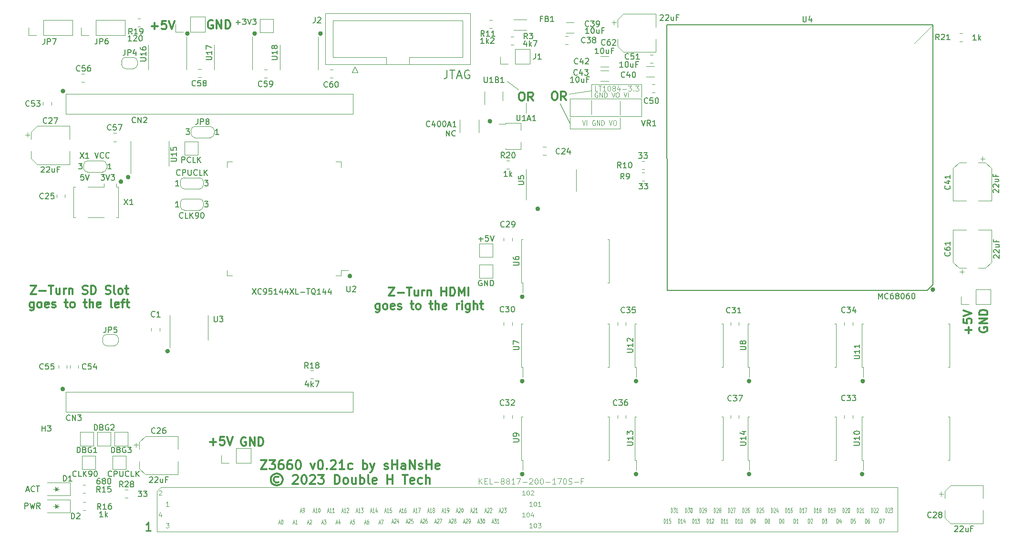
<source format=gbr>
G04 #@! TF.GenerationSoftware,KiCad,Pcbnew,7.0.6-0*
G04 #@! TF.CreationDate,2024-01-07T13:47:21+01:00*
G04 #@! TF.ProjectId,Z3660_v021a,5a333636-305f-4763-9032-31612e6b6963,v0.21*
G04 #@! TF.SameCoordinates,Original*
G04 #@! TF.FileFunction,Legend,Top*
G04 #@! TF.FilePolarity,Positive*
%FSLAX46Y46*%
G04 Gerber Fmt 4.6, Leading zero omitted, Abs format (unit mm)*
G04 Created by KiCad (PCBNEW 7.0.6-0) date 2024-01-07 13:47:21*
%MOMM*%
%LPD*%
G01*
G04 APERTURE LIST*
%ADD10C,0.300000*%
%ADD11C,0.150000*%
%ADD12C,0.120000*%
%ADD13C,0.400000*%
%ADD14C,0.100000*%
%ADD15C,0.250000*%
G04 APERTURE END LIST*
D10*
X81857143Y-78170828D02*
X82857143Y-78170828D01*
X82857143Y-78170828D02*
X81857143Y-79670828D01*
X81857143Y-79670828D02*
X82857143Y-79670828D01*
X83428571Y-79099400D02*
X84571429Y-79099400D01*
X85071429Y-78170828D02*
X85928572Y-78170828D01*
X85500000Y-79670828D02*
X85500000Y-78170828D01*
X87071429Y-78670828D02*
X87071429Y-79670828D01*
X86428571Y-78670828D02*
X86428571Y-79456542D01*
X86428571Y-79456542D02*
X86500000Y-79599400D01*
X86500000Y-79599400D02*
X86642857Y-79670828D01*
X86642857Y-79670828D02*
X86857143Y-79670828D01*
X86857143Y-79670828D02*
X87000000Y-79599400D01*
X87000000Y-79599400D02*
X87071429Y-79527971D01*
X87785714Y-79670828D02*
X87785714Y-78670828D01*
X87785714Y-78956542D02*
X87857143Y-78813685D01*
X87857143Y-78813685D02*
X87928572Y-78742257D01*
X87928572Y-78742257D02*
X88071429Y-78670828D01*
X88071429Y-78670828D02*
X88214286Y-78670828D01*
X88714285Y-78670828D02*
X88714285Y-79670828D01*
X88714285Y-78813685D02*
X88785714Y-78742257D01*
X88785714Y-78742257D02*
X88928571Y-78670828D01*
X88928571Y-78670828D02*
X89142857Y-78670828D01*
X89142857Y-78670828D02*
X89285714Y-78742257D01*
X89285714Y-78742257D02*
X89357143Y-78885114D01*
X89357143Y-78885114D02*
X89357143Y-79670828D01*
X91142857Y-79599400D02*
X91357143Y-79670828D01*
X91357143Y-79670828D02*
X91714285Y-79670828D01*
X91714285Y-79670828D02*
X91857143Y-79599400D01*
X91857143Y-79599400D02*
X91928571Y-79527971D01*
X91928571Y-79527971D02*
X92000000Y-79385114D01*
X92000000Y-79385114D02*
X92000000Y-79242257D01*
X92000000Y-79242257D02*
X91928571Y-79099400D01*
X91928571Y-79099400D02*
X91857143Y-79027971D01*
X91857143Y-79027971D02*
X91714285Y-78956542D01*
X91714285Y-78956542D02*
X91428571Y-78885114D01*
X91428571Y-78885114D02*
X91285714Y-78813685D01*
X91285714Y-78813685D02*
X91214285Y-78742257D01*
X91214285Y-78742257D02*
X91142857Y-78599400D01*
X91142857Y-78599400D02*
X91142857Y-78456542D01*
X91142857Y-78456542D02*
X91214285Y-78313685D01*
X91214285Y-78313685D02*
X91285714Y-78242257D01*
X91285714Y-78242257D02*
X91428571Y-78170828D01*
X91428571Y-78170828D02*
X91785714Y-78170828D01*
X91785714Y-78170828D02*
X92000000Y-78242257D01*
X92642856Y-79670828D02*
X92642856Y-78170828D01*
X92642856Y-78170828D02*
X92999999Y-78170828D01*
X92999999Y-78170828D02*
X93214285Y-78242257D01*
X93214285Y-78242257D02*
X93357142Y-78385114D01*
X93357142Y-78385114D02*
X93428571Y-78527971D01*
X93428571Y-78527971D02*
X93499999Y-78813685D01*
X93499999Y-78813685D02*
X93499999Y-79027971D01*
X93499999Y-79027971D02*
X93428571Y-79313685D01*
X93428571Y-79313685D02*
X93357142Y-79456542D01*
X93357142Y-79456542D02*
X93214285Y-79599400D01*
X93214285Y-79599400D02*
X92999999Y-79670828D01*
X92999999Y-79670828D02*
X92642856Y-79670828D01*
X95214285Y-79599400D02*
X95428571Y-79670828D01*
X95428571Y-79670828D02*
X95785713Y-79670828D01*
X95785713Y-79670828D02*
X95928571Y-79599400D01*
X95928571Y-79599400D02*
X95999999Y-79527971D01*
X95999999Y-79527971D02*
X96071428Y-79385114D01*
X96071428Y-79385114D02*
X96071428Y-79242257D01*
X96071428Y-79242257D02*
X95999999Y-79099400D01*
X95999999Y-79099400D02*
X95928571Y-79027971D01*
X95928571Y-79027971D02*
X95785713Y-78956542D01*
X95785713Y-78956542D02*
X95499999Y-78885114D01*
X95499999Y-78885114D02*
X95357142Y-78813685D01*
X95357142Y-78813685D02*
X95285713Y-78742257D01*
X95285713Y-78742257D02*
X95214285Y-78599400D01*
X95214285Y-78599400D02*
X95214285Y-78456542D01*
X95214285Y-78456542D02*
X95285713Y-78313685D01*
X95285713Y-78313685D02*
X95357142Y-78242257D01*
X95357142Y-78242257D02*
X95499999Y-78170828D01*
X95499999Y-78170828D02*
X95857142Y-78170828D01*
X95857142Y-78170828D02*
X96071428Y-78242257D01*
X96928570Y-79670828D02*
X96785713Y-79599400D01*
X96785713Y-79599400D02*
X96714284Y-79456542D01*
X96714284Y-79456542D02*
X96714284Y-78170828D01*
X97714284Y-79670828D02*
X97571427Y-79599400D01*
X97571427Y-79599400D02*
X97499998Y-79527971D01*
X97499998Y-79527971D02*
X97428570Y-79385114D01*
X97428570Y-79385114D02*
X97428570Y-78956542D01*
X97428570Y-78956542D02*
X97499998Y-78813685D01*
X97499998Y-78813685D02*
X97571427Y-78742257D01*
X97571427Y-78742257D02*
X97714284Y-78670828D01*
X97714284Y-78670828D02*
X97928570Y-78670828D01*
X97928570Y-78670828D02*
X98071427Y-78742257D01*
X98071427Y-78742257D02*
X98142856Y-78813685D01*
X98142856Y-78813685D02*
X98214284Y-78956542D01*
X98214284Y-78956542D02*
X98214284Y-79385114D01*
X98214284Y-79385114D02*
X98142856Y-79527971D01*
X98142856Y-79527971D02*
X98071427Y-79599400D01*
X98071427Y-79599400D02*
X97928570Y-79670828D01*
X97928570Y-79670828D02*
X97714284Y-79670828D01*
X98642856Y-78670828D02*
X99214284Y-78670828D01*
X98857141Y-78170828D02*
X98857141Y-79456542D01*
X98857141Y-79456542D02*
X98928570Y-79599400D01*
X98928570Y-79599400D02*
X99071427Y-79670828D01*
X99071427Y-79670828D02*
X99214284Y-79670828D01*
X82428572Y-81085828D02*
X82428572Y-82300114D01*
X82428572Y-82300114D02*
X82357143Y-82442971D01*
X82357143Y-82442971D02*
X82285714Y-82514400D01*
X82285714Y-82514400D02*
X82142857Y-82585828D01*
X82142857Y-82585828D02*
X81928572Y-82585828D01*
X81928572Y-82585828D02*
X81785714Y-82514400D01*
X82428572Y-82014400D02*
X82285714Y-82085828D01*
X82285714Y-82085828D02*
X82000000Y-82085828D01*
X82000000Y-82085828D02*
X81857143Y-82014400D01*
X81857143Y-82014400D02*
X81785714Y-81942971D01*
X81785714Y-81942971D02*
X81714286Y-81800114D01*
X81714286Y-81800114D02*
X81714286Y-81371542D01*
X81714286Y-81371542D02*
X81785714Y-81228685D01*
X81785714Y-81228685D02*
X81857143Y-81157257D01*
X81857143Y-81157257D02*
X82000000Y-81085828D01*
X82000000Y-81085828D02*
X82285714Y-81085828D01*
X82285714Y-81085828D02*
X82428572Y-81157257D01*
X83357143Y-82085828D02*
X83214286Y-82014400D01*
X83214286Y-82014400D02*
X83142857Y-81942971D01*
X83142857Y-81942971D02*
X83071429Y-81800114D01*
X83071429Y-81800114D02*
X83071429Y-81371542D01*
X83071429Y-81371542D02*
X83142857Y-81228685D01*
X83142857Y-81228685D02*
X83214286Y-81157257D01*
X83214286Y-81157257D02*
X83357143Y-81085828D01*
X83357143Y-81085828D02*
X83571429Y-81085828D01*
X83571429Y-81085828D02*
X83714286Y-81157257D01*
X83714286Y-81157257D02*
X83785715Y-81228685D01*
X83785715Y-81228685D02*
X83857143Y-81371542D01*
X83857143Y-81371542D02*
X83857143Y-81800114D01*
X83857143Y-81800114D02*
X83785715Y-81942971D01*
X83785715Y-81942971D02*
X83714286Y-82014400D01*
X83714286Y-82014400D02*
X83571429Y-82085828D01*
X83571429Y-82085828D02*
X83357143Y-82085828D01*
X85071429Y-82014400D02*
X84928572Y-82085828D01*
X84928572Y-82085828D02*
X84642858Y-82085828D01*
X84642858Y-82085828D02*
X84500000Y-82014400D01*
X84500000Y-82014400D02*
X84428572Y-81871542D01*
X84428572Y-81871542D02*
X84428572Y-81300114D01*
X84428572Y-81300114D02*
X84500000Y-81157257D01*
X84500000Y-81157257D02*
X84642858Y-81085828D01*
X84642858Y-81085828D02*
X84928572Y-81085828D01*
X84928572Y-81085828D02*
X85071429Y-81157257D01*
X85071429Y-81157257D02*
X85142858Y-81300114D01*
X85142858Y-81300114D02*
X85142858Y-81442971D01*
X85142858Y-81442971D02*
X84428572Y-81585828D01*
X85714286Y-82014400D02*
X85857143Y-82085828D01*
X85857143Y-82085828D02*
X86142857Y-82085828D01*
X86142857Y-82085828D02*
X86285714Y-82014400D01*
X86285714Y-82014400D02*
X86357143Y-81871542D01*
X86357143Y-81871542D02*
X86357143Y-81800114D01*
X86357143Y-81800114D02*
X86285714Y-81657257D01*
X86285714Y-81657257D02*
X86142857Y-81585828D01*
X86142857Y-81585828D02*
X85928572Y-81585828D01*
X85928572Y-81585828D02*
X85785714Y-81514400D01*
X85785714Y-81514400D02*
X85714286Y-81371542D01*
X85714286Y-81371542D02*
X85714286Y-81300114D01*
X85714286Y-81300114D02*
X85785714Y-81157257D01*
X85785714Y-81157257D02*
X85928572Y-81085828D01*
X85928572Y-81085828D02*
X86142857Y-81085828D01*
X86142857Y-81085828D02*
X86285714Y-81157257D01*
X87928572Y-81085828D02*
X88500000Y-81085828D01*
X88142857Y-80585828D02*
X88142857Y-81871542D01*
X88142857Y-81871542D02*
X88214286Y-82014400D01*
X88214286Y-82014400D02*
X88357143Y-82085828D01*
X88357143Y-82085828D02*
X88500000Y-82085828D01*
X89214286Y-82085828D02*
X89071429Y-82014400D01*
X89071429Y-82014400D02*
X89000000Y-81942971D01*
X89000000Y-81942971D02*
X88928572Y-81800114D01*
X88928572Y-81800114D02*
X88928572Y-81371542D01*
X88928572Y-81371542D02*
X89000000Y-81228685D01*
X89000000Y-81228685D02*
X89071429Y-81157257D01*
X89071429Y-81157257D02*
X89214286Y-81085828D01*
X89214286Y-81085828D02*
X89428572Y-81085828D01*
X89428572Y-81085828D02*
X89571429Y-81157257D01*
X89571429Y-81157257D02*
X89642858Y-81228685D01*
X89642858Y-81228685D02*
X89714286Y-81371542D01*
X89714286Y-81371542D02*
X89714286Y-81800114D01*
X89714286Y-81800114D02*
X89642858Y-81942971D01*
X89642858Y-81942971D02*
X89571429Y-82014400D01*
X89571429Y-82014400D02*
X89428572Y-82085828D01*
X89428572Y-82085828D02*
X89214286Y-82085828D01*
X91285715Y-81085828D02*
X91857143Y-81085828D01*
X91500000Y-80585828D02*
X91500000Y-81871542D01*
X91500000Y-81871542D02*
X91571429Y-82014400D01*
X91571429Y-82014400D02*
X91714286Y-82085828D01*
X91714286Y-82085828D02*
X91857143Y-82085828D01*
X92357143Y-82085828D02*
X92357143Y-80585828D01*
X93000001Y-82085828D02*
X93000001Y-81300114D01*
X93000001Y-81300114D02*
X92928572Y-81157257D01*
X92928572Y-81157257D02*
X92785715Y-81085828D01*
X92785715Y-81085828D02*
X92571429Y-81085828D01*
X92571429Y-81085828D02*
X92428572Y-81157257D01*
X92428572Y-81157257D02*
X92357143Y-81228685D01*
X94285715Y-82014400D02*
X94142858Y-82085828D01*
X94142858Y-82085828D02*
X93857144Y-82085828D01*
X93857144Y-82085828D02*
X93714286Y-82014400D01*
X93714286Y-82014400D02*
X93642858Y-81871542D01*
X93642858Y-81871542D02*
X93642858Y-81300114D01*
X93642858Y-81300114D02*
X93714286Y-81157257D01*
X93714286Y-81157257D02*
X93857144Y-81085828D01*
X93857144Y-81085828D02*
X94142858Y-81085828D01*
X94142858Y-81085828D02*
X94285715Y-81157257D01*
X94285715Y-81157257D02*
X94357144Y-81300114D01*
X94357144Y-81300114D02*
X94357144Y-81442971D01*
X94357144Y-81442971D02*
X93642858Y-81585828D01*
X96357143Y-82085828D02*
X96214286Y-82014400D01*
X96214286Y-82014400D02*
X96142857Y-81871542D01*
X96142857Y-81871542D02*
X96142857Y-80585828D01*
X97500000Y-82014400D02*
X97357143Y-82085828D01*
X97357143Y-82085828D02*
X97071429Y-82085828D01*
X97071429Y-82085828D02*
X96928571Y-82014400D01*
X96928571Y-82014400D02*
X96857143Y-81871542D01*
X96857143Y-81871542D02*
X96857143Y-81300114D01*
X96857143Y-81300114D02*
X96928571Y-81157257D01*
X96928571Y-81157257D02*
X97071429Y-81085828D01*
X97071429Y-81085828D02*
X97357143Y-81085828D01*
X97357143Y-81085828D02*
X97500000Y-81157257D01*
X97500000Y-81157257D02*
X97571429Y-81300114D01*
X97571429Y-81300114D02*
X97571429Y-81442971D01*
X97571429Y-81442971D02*
X96857143Y-81585828D01*
X98000000Y-81085828D02*
X98571428Y-81085828D01*
X98214285Y-82085828D02*
X98214285Y-80800114D01*
X98214285Y-80800114D02*
X98285714Y-80657257D01*
X98285714Y-80657257D02*
X98428571Y-80585828D01*
X98428571Y-80585828D02*
X98571428Y-80585828D01*
X98857143Y-81085828D02*
X99428571Y-81085828D01*
X99071428Y-80585828D02*
X99071428Y-81871542D01*
X99071428Y-81871542D02*
X99142857Y-82014400D01*
X99142857Y-82014400D02*
X99285714Y-82085828D01*
X99285714Y-82085828D02*
X99428571Y-82085828D01*
X145457142Y-78470828D02*
X146457142Y-78470828D01*
X146457142Y-78470828D02*
X145457142Y-79970828D01*
X145457142Y-79970828D02*
X146457142Y-79970828D01*
X147028570Y-79399400D02*
X148171428Y-79399400D01*
X148671428Y-78470828D02*
X149528571Y-78470828D01*
X149099999Y-79970828D02*
X149099999Y-78470828D01*
X150671428Y-78970828D02*
X150671428Y-79970828D01*
X150028570Y-78970828D02*
X150028570Y-79756542D01*
X150028570Y-79756542D02*
X150099999Y-79899400D01*
X150099999Y-79899400D02*
X150242856Y-79970828D01*
X150242856Y-79970828D02*
X150457142Y-79970828D01*
X150457142Y-79970828D02*
X150599999Y-79899400D01*
X150599999Y-79899400D02*
X150671428Y-79827971D01*
X151385713Y-79970828D02*
X151385713Y-78970828D01*
X151385713Y-79256542D02*
X151457142Y-79113685D01*
X151457142Y-79113685D02*
X151528571Y-79042257D01*
X151528571Y-79042257D02*
X151671428Y-78970828D01*
X151671428Y-78970828D02*
X151814285Y-78970828D01*
X152314284Y-78970828D02*
X152314284Y-79970828D01*
X152314284Y-79113685D02*
X152385713Y-79042257D01*
X152385713Y-79042257D02*
X152528570Y-78970828D01*
X152528570Y-78970828D02*
X152742856Y-78970828D01*
X152742856Y-78970828D02*
X152885713Y-79042257D01*
X152885713Y-79042257D02*
X152957142Y-79185114D01*
X152957142Y-79185114D02*
X152957142Y-79970828D01*
X154814284Y-79970828D02*
X154814284Y-78470828D01*
X154814284Y-79185114D02*
X155671427Y-79185114D01*
X155671427Y-79970828D02*
X155671427Y-78470828D01*
X156385713Y-79970828D02*
X156385713Y-78470828D01*
X156385713Y-78470828D02*
X156742856Y-78470828D01*
X156742856Y-78470828D02*
X156957142Y-78542257D01*
X156957142Y-78542257D02*
X157099999Y-78685114D01*
X157099999Y-78685114D02*
X157171428Y-78827971D01*
X157171428Y-78827971D02*
X157242856Y-79113685D01*
X157242856Y-79113685D02*
X157242856Y-79327971D01*
X157242856Y-79327971D02*
X157171428Y-79613685D01*
X157171428Y-79613685D02*
X157099999Y-79756542D01*
X157099999Y-79756542D02*
X156957142Y-79899400D01*
X156957142Y-79899400D02*
X156742856Y-79970828D01*
X156742856Y-79970828D02*
X156385713Y-79970828D01*
X157885713Y-79970828D02*
X157885713Y-78470828D01*
X157885713Y-78470828D02*
X158385713Y-79542257D01*
X158385713Y-79542257D02*
X158885713Y-78470828D01*
X158885713Y-78470828D02*
X158885713Y-79970828D01*
X159599999Y-79970828D02*
X159599999Y-78470828D01*
X143814286Y-81385828D02*
X143814286Y-82600114D01*
X143814286Y-82600114D02*
X143742857Y-82742971D01*
X143742857Y-82742971D02*
X143671428Y-82814400D01*
X143671428Y-82814400D02*
X143528571Y-82885828D01*
X143528571Y-82885828D02*
X143314286Y-82885828D01*
X143314286Y-82885828D02*
X143171428Y-82814400D01*
X143814286Y-82314400D02*
X143671428Y-82385828D01*
X143671428Y-82385828D02*
X143385714Y-82385828D01*
X143385714Y-82385828D02*
X143242857Y-82314400D01*
X143242857Y-82314400D02*
X143171428Y-82242971D01*
X143171428Y-82242971D02*
X143100000Y-82100114D01*
X143100000Y-82100114D02*
X143100000Y-81671542D01*
X143100000Y-81671542D02*
X143171428Y-81528685D01*
X143171428Y-81528685D02*
X143242857Y-81457257D01*
X143242857Y-81457257D02*
X143385714Y-81385828D01*
X143385714Y-81385828D02*
X143671428Y-81385828D01*
X143671428Y-81385828D02*
X143814286Y-81457257D01*
X144742857Y-82385828D02*
X144600000Y-82314400D01*
X144600000Y-82314400D02*
X144528571Y-82242971D01*
X144528571Y-82242971D02*
X144457143Y-82100114D01*
X144457143Y-82100114D02*
X144457143Y-81671542D01*
X144457143Y-81671542D02*
X144528571Y-81528685D01*
X144528571Y-81528685D02*
X144600000Y-81457257D01*
X144600000Y-81457257D02*
X144742857Y-81385828D01*
X144742857Y-81385828D02*
X144957143Y-81385828D01*
X144957143Y-81385828D02*
X145100000Y-81457257D01*
X145100000Y-81457257D02*
X145171429Y-81528685D01*
X145171429Y-81528685D02*
X145242857Y-81671542D01*
X145242857Y-81671542D02*
X145242857Y-82100114D01*
X145242857Y-82100114D02*
X145171429Y-82242971D01*
X145171429Y-82242971D02*
X145100000Y-82314400D01*
X145100000Y-82314400D02*
X144957143Y-82385828D01*
X144957143Y-82385828D02*
X144742857Y-82385828D01*
X146457143Y-82314400D02*
X146314286Y-82385828D01*
X146314286Y-82385828D02*
X146028572Y-82385828D01*
X146028572Y-82385828D02*
X145885714Y-82314400D01*
X145885714Y-82314400D02*
X145814286Y-82171542D01*
X145814286Y-82171542D02*
X145814286Y-81600114D01*
X145814286Y-81600114D02*
X145885714Y-81457257D01*
X145885714Y-81457257D02*
X146028572Y-81385828D01*
X146028572Y-81385828D02*
X146314286Y-81385828D01*
X146314286Y-81385828D02*
X146457143Y-81457257D01*
X146457143Y-81457257D02*
X146528572Y-81600114D01*
X146528572Y-81600114D02*
X146528572Y-81742971D01*
X146528572Y-81742971D02*
X145814286Y-81885828D01*
X147100000Y-82314400D02*
X147242857Y-82385828D01*
X147242857Y-82385828D02*
X147528571Y-82385828D01*
X147528571Y-82385828D02*
X147671428Y-82314400D01*
X147671428Y-82314400D02*
X147742857Y-82171542D01*
X147742857Y-82171542D02*
X147742857Y-82100114D01*
X147742857Y-82100114D02*
X147671428Y-81957257D01*
X147671428Y-81957257D02*
X147528571Y-81885828D01*
X147528571Y-81885828D02*
X147314286Y-81885828D01*
X147314286Y-81885828D02*
X147171428Y-81814400D01*
X147171428Y-81814400D02*
X147100000Y-81671542D01*
X147100000Y-81671542D02*
X147100000Y-81600114D01*
X147100000Y-81600114D02*
X147171428Y-81457257D01*
X147171428Y-81457257D02*
X147314286Y-81385828D01*
X147314286Y-81385828D02*
X147528571Y-81385828D01*
X147528571Y-81385828D02*
X147671428Y-81457257D01*
X149314286Y-81385828D02*
X149885714Y-81385828D01*
X149528571Y-80885828D02*
X149528571Y-82171542D01*
X149528571Y-82171542D02*
X149600000Y-82314400D01*
X149600000Y-82314400D02*
X149742857Y-82385828D01*
X149742857Y-82385828D02*
X149885714Y-82385828D01*
X150600000Y-82385828D02*
X150457143Y-82314400D01*
X150457143Y-82314400D02*
X150385714Y-82242971D01*
X150385714Y-82242971D02*
X150314286Y-82100114D01*
X150314286Y-82100114D02*
X150314286Y-81671542D01*
X150314286Y-81671542D02*
X150385714Y-81528685D01*
X150385714Y-81528685D02*
X150457143Y-81457257D01*
X150457143Y-81457257D02*
X150600000Y-81385828D01*
X150600000Y-81385828D02*
X150814286Y-81385828D01*
X150814286Y-81385828D02*
X150957143Y-81457257D01*
X150957143Y-81457257D02*
X151028572Y-81528685D01*
X151028572Y-81528685D02*
X151100000Y-81671542D01*
X151100000Y-81671542D02*
X151100000Y-82100114D01*
X151100000Y-82100114D02*
X151028572Y-82242971D01*
X151028572Y-82242971D02*
X150957143Y-82314400D01*
X150957143Y-82314400D02*
X150814286Y-82385828D01*
X150814286Y-82385828D02*
X150600000Y-82385828D01*
X152671429Y-81385828D02*
X153242857Y-81385828D01*
X152885714Y-80885828D02*
X152885714Y-82171542D01*
X152885714Y-82171542D02*
X152957143Y-82314400D01*
X152957143Y-82314400D02*
X153100000Y-82385828D01*
X153100000Y-82385828D02*
X153242857Y-82385828D01*
X153742857Y-82385828D02*
X153742857Y-80885828D01*
X154385715Y-82385828D02*
X154385715Y-81600114D01*
X154385715Y-81600114D02*
X154314286Y-81457257D01*
X154314286Y-81457257D02*
X154171429Y-81385828D01*
X154171429Y-81385828D02*
X153957143Y-81385828D01*
X153957143Y-81385828D02*
X153814286Y-81457257D01*
X153814286Y-81457257D02*
X153742857Y-81528685D01*
X155671429Y-82314400D02*
X155528572Y-82385828D01*
X155528572Y-82385828D02*
X155242858Y-82385828D01*
X155242858Y-82385828D02*
X155100000Y-82314400D01*
X155100000Y-82314400D02*
X155028572Y-82171542D01*
X155028572Y-82171542D02*
X155028572Y-81600114D01*
X155028572Y-81600114D02*
X155100000Y-81457257D01*
X155100000Y-81457257D02*
X155242858Y-81385828D01*
X155242858Y-81385828D02*
X155528572Y-81385828D01*
X155528572Y-81385828D02*
X155671429Y-81457257D01*
X155671429Y-81457257D02*
X155742858Y-81600114D01*
X155742858Y-81600114D02*
X155742858Y-81742971D01*
X155742858Y-81742971D02*
X155028572Y-81885828D01*
X157528571Y-82385828D02*
X157528571Y-81385828D01*
X157528571Y-81671542D02*
X157600000Y-81528685D01*
X157600000Y-81528685D02*
X157671429Y-81457257D01*
X157671429Y-81457257D02*
X157814286Y-81385828D01*
X157814286Y-81385828D02*
X157957143Y-81385828D01*
X158457142Y-82385828D02*
X158457142Y-81385828D01*
X158457142Y-80885828D02*
X158385714Y-80957257D01*
X158385714Y-80957257D02*
X158457142Y-81028685D01*
X158457142Y-81028685D02*
X158528571Y-80957257D01*
X158528571Y-80957257D02*
X158457142Y-80885828D01*
X158457142Y-80885828D02*
X158457142Y-81028685D01*
X159814286Y-81385828D02*
X159814286Y-82600114D01*
X159814286Y-82600114D02*
X159742857Y-82742971D01*
X159742857Y-82742971D02*
X159671428Y-82814400D01*
X159671428Y-82814400D02*
X159528571Y-82885828D01*
X159528571Y-82885828D02*
X159314286Y-82885828D01*
X159314286Y-82885828D02*
X159171428Y-82814400D01*
X159814286Y-82314400D02*
X159671428Y-82385828D01*
X159671428Y-82385828D02*
X159385714Y-82385828D01*
X159385714Y-82385828D02*
X159242857Y-82314400D01*
X159242857Y-82314400D02*
X159171428Y-82242971D01*
X159171428Y-82242971D02*
X159100000Y-82100114D01*
X159100000Y-82100114D02*
X159100000Y-81671542D01*
X159100000Y-81671542D02*
X159171428Y-81528685D01*
X159171428Y-81528685D02*
X159242857Y-81457257D01*
X159242857Y-81457257D02*
X159385714Y-81385828D01*
X159385714Y-81385828D02*
X159671428Y-81385828D01*
X159671428Y-81385828D02*
X159814286Y-81457257D01*
X160528571Y-82385828D02*
X160528571Y-80885828D01*
X161171429Y-82385828D02*
X161171429Y-81600114D01*
X161171429Y-81600114D02*
X161100000Y-81457257D01*
X161100000Y-81457257D02*
X160957143Y-81385828D01*
X160957143Y-81385828D02*
X160742857Y-81385828D01*
X160742857Y-81385828D02*
X160600000Y-81457257D01*
X160600000Y-81457257D02*
X160528571Y-81528685D01*
X161671429Y-81385828D02*
X162242857Y-81385828D01*
X161885714Y-80885828D02*
X161885714Y-82171542D01*
X161885714Y-82171542D02*
X161957143Y-82314400D01*
X161957143Y-82314400D02*
X162100000Y-82385828D01*
X162100000Y-82385828D02*
X162242857Y-82385828D01*
D11*
X242062000Y-31877000D02*
X194818000Y-31877000D01*
X242062000Y-77978000D02*
X242062000Y-31877000D01*
X241046000Y-78994000D02*
X242062000Y-77978000D01*
D12*
X139128500Y-97050000D02*
X88138000Y-97050000D01*
X139128500Y-44154500D02*
X88138000Y-44154500D01*
X105029000Y-113982500D02*
X104330000Y-114681000D01*
D13*
X242262000Y-78867000D02*
G75*
G03*
X242262000Y-78867000I-200000J0D01*
G01*
D12*
X238760000Y-35179000D02*
X242062000Y-31877000D01*
D13*
X229816000Y-95123000D02*
G75*
G03*
X229816000Y-95123000I-200000J0D01*
G01*
X209623000Y-95123000D02*
G75*
G03*
X209623000Y-95123000I-200000J0D01*
G01*
X87779200Y-96520000D02*
G75*
G03*
X87779200Y-96520000I-200000J0D01*
G01*
D12*
X186563000Y-50292000D02*
X186563000Y-48387000D01*
D13*
X99403000Y-58896000D02*
G75*
G03*
X99403000Y-58896000I-200000J0D01*
G01*
D14*
X186563000Y-45404600D02*
X186563000Y-47893800D01*
D12*
X88138000Y-44154500D02*
X88138000Y-47647000D01*
X235839000Y-121856500D02*
X235839000Y-113982500D01*
D13*
X169364000Y-80137000D02*
G75*
G03*
X169364000Y-80137000I-200000J0D01*
G01*
X172107200Y-64516000D02*
G75*
G03*
X172107200Y-64516000I-200000J0D01*
G01*
D12*
X139128500Y-47647000D02*
X139128500Y-44154500D01*
X177633000Y-50292000D02*
X186563000Y-50292000D01*
X181483000Y-44704000D02*
X181483000Y-42418000D01*
X175818800Y-45821600D02*
X177633000Y-49339500D01*
X177444400Y-44094400D02*
X181483000Y-43561000D01*
X88138000Y-100606000D02*
X139128500Y-100606000D01*
X86693000Y-113919000D02*
X86693000Y-114681000D01*
D13*
X98117000Y-59690000D02*
G75*
G03*
X98117000Y-59690000I-200000J0D01*
G01*
D12*
X85931000Y-114300000D02*
X86947000Y-114300000D01*
X85931000Y-117348000D02*
X86947000Y-117348000D01*
X86693000Y-117355208D02*
X86312000Y-117729000D01*
X86312000Y-116967000D01*
X86693000Y-117355208D01*
G36*
X86693000Y-117355208D02*
G01*
X86312000Y-117729000D01*
X86312000Y-116967000D01*
X86693000Y-117355208D01*
G37*
X139128500Y-100606000D02*
X139128500Y-97050000D01*
D13*
X138757000Y-76454000D02*
G75*
G03*
X138757000Y-76454000I-200000J0D01*
G01*
D12*
X190373000Y-42418000D02*
X190373000Y-44704000D01*
D13*
X189557000Y-111633000D02*
G75*
G03*
X189557000Y-111633000I-200000J0D01*
G01*
D12*
X104330000Y-114681000D02*
X104330000Y-121856500D01*
D13*
X169364000Y-111633000D02*
G75*
G03*
X169364000Y-111633000I-200000J0D01*
G01*
X189557000Y-95123000D02*
G75*
G03*
X189557000Y-95123000I-200000J0D01*
G01*
X163623600Y-48971200D02*
G75*
G03*
X163623600Y-48971200I-200000J0D01*
G01*
D11*
X194945000Y-78994000D02*
X194818000Y-31877000D01*
D13*
X133550000Y-33401000D02*
G75*
G03*
X133550000Y-33401000I-200000J0D01*
G01*
D12*
X166420800Y-41808400D02*
X168503600Y-43332400D01*
D14*
X181483000Y-45252200D02*
X181483000Y-47741400D01*
D12*
X169824400Y-47498000D02*
X169824400Y-45720000D01*
X235839000Y-113982500D02*
X105029000Y-113982500D01*
X86693000Y-116967000D02*
X86693000Y-117729000D01*
X86693000Y-114307208D02*
X86312000Y-114681000D01*
X86312000Y-113919000D01*
X86693000Y-114307208D01*
G36*
X86693000Y-114307208D02*
G01*
X86312000Y-114681000D01*
X86312000Y-113919000D01*
X86693000Y-114307208D01*
G37*
D13*
X121866000Y-33401000D02*
G75*
G03*
X121866000Y-33401000I-200000J0D01*
G01*
X87830000Y-43624500D02*
G75*
G03*
X87830000Y-43624500I-200000J0D01*
G01*
D12*
X88138000Y-97050000D02*
X88138000Y-100606000D01*
D13*
X109928000Y-33401000D02*
G75*
G03*
X109928000Y-33401000I-200000J0D01*
G01*
X169364000Y-95123000D02*
G75*
G03*
X169364000Y-95123000I-200000J0D01*
G01*
D12*
X177633000Y-48387000D02*
X177633000Y-50292000D01*
D11*
X241046000Y-78994000D02*
X194945000Y-78994000D01*
D13*
X209623000Y-111633000D02*
G75*
G03*
X209623000Y-111633000I-200000J0D01*
G01*
X106390800Y-89795600D02*
G75*
G03*
X106390800Y-89795600I-200000J0D01*
G01*
X229689000Y-111633000D02*
G75*
G03*
X229689000Y-111633000I-200000J0D01*
G01*
D12*
X104330000Y-121856500D02*
X235839000Y-121856500D01*
X181483000Y-42418000D02*
X190373000Y-42418000D01*
X88138000Y-47647000D02*
X139128500Y-47647000D01*
D14*
X163804763Y-120136323D02*
X164042858Y-120136323D01*
X163757144Y-120364895D02*
X163923810Y-119564895D01*
X163923810Y-119564895D02*
X164090477Y-120364895D01*
X164209524Y-119564895D02*
X164519048Y-119564895D01*
X164519048Y-119564895D02*
X164352381Y-119869657D01*
X164352381Y-119869657D02*
X164423810Y-119869657D01*
X164423810Y-119869657D02*
X164471429Y-119907752D01*
X164471429Y-119907752D02*
X164495238Y-119945847D01*
X164495238Y-119945847D02*
X164519048Y-120022038D01*
X164519048Y-120022038D02*
X164519048Y-120212514D01*
X164519048Y-120212514D02*
X164495238Y-120288704D01*
X164495238Y-120288704D02*
X164471429Y-120326800D01*
X164471429Y-120326800D02*
X164423810Y-120364895D01*
X164423810Y-120364895D02*
X164280953Y-120364895D01*
X164280953Y-120364895D02*
X164233334Y-120326800D01*
X164233334Y-120326800D02*
X164209524Y-120288704D01*
X164995238Y-120364895D02*
X164709524Y-120364895D01*
X164852381Y-120364895D02*
X164852381Y-119564895D01*
X164852381Y-119564895D02*
X164804762Y-119679180D01*
X164804762Y-119679180D02*
X164757143Y-119755371D01*
X164757143Y-119755371D02*
X164709524Y-119793466D01*
X233642857Y-118459895D02*
X233642857Y-117659895D01*
X233642857Y-117659895D02*
X233761905Y-117659895D01*
X233761905Y-117659895D02*
X233833333Y-117697990D01*
X233833333Y-117697990D02*
X233880952Y-117774180D01*
X233880952Y-117774180D02*
X233904762Y-117850371D01*
X233904762Y-117850371D02*
X233928571Y-118002752D01*
X233928571Y-118002752D02*
X233928571Y-118117038D01*
X233928571Y-118117038D02*
X233904762Y-118269419D01*
X233904762Y-118269419D02*
X233880952Y-118345609D01*
X233880952Y-118345609D02*
X233833333Y-118421800D01*
X233833333Y-118421800D02*
X233761905Y-118459895D01*
X233761905Y-118459895D02*
X233642857Y-118459895D01*
X234119048Y-117736085D02*
X234142857Y-117697990D01*
X234142857Y-117697990D02*
X234190476Y-117659895D01*
X234190476Y-117659895D02*
X234309524Y-117659895D01*
X234309524Y-117659895D02*
X234357143Y-117697990D01*
X234357143Y-117697990D02*
X234380952Y-117736085D01*
X234380952Y-117736085D02*
X234404762Y-117812276D01*
X234404762Y-117812276D02*
X234404762Y-117888466D01*
X234404762Y-117888466D02*
X234380952Y-118002752D01*
X234380952Y-118002752D02*
X234095238Y-118459895D01*
X234095238Y-118459895D02*
X234404762Y-118459895D01*
X234571428Y-117659895D02*
X234880952Y-117659895D01*
X234880952Y-117659895D02*
X234714285Y-117964657D01*
X234714285Y-117964657D02*
X234785714Y-117964657D01*
X234785714Y-117964657D02*
X234833333Y-118002752D01*
X234833333Y-118002752D02*
X234857142Y-118040847D01*
X234857142Y-118040847D02*
X234880952Y-118117038D01*
X234880952Y-118117038D02*
X234880952Y-118307514D01*
X234880952Y-118307514D02*
X234857142Y-118383704D01*
X234857142Y-118383704D02*
X234833333Y-118421800D01*
X234833333Y-118421800D02*
X234785714Y-118459895D01*
X234785714Y-118459895D02*
X234642857Y-118459895D01*
X234642857Y-118459895D02*
X234595238Y-118421800D01*
X234595238Y-118421800D02*
X234571428Y-118383704D01*
X208242857Y-118459895D02*
X208242857Y-117659895D01*
X208242857Y-117659895D02*
X208361905Y-117659895D01*
X208361905Y-117659895D02*
X208433333Y-117697990D01*
X208433333Y-117697990D02*
X208480952Y-117774180D01*
X208480952Y-117774180D02*
X208504762Y-117850371D01*
X208504762Y-117850371D02*
X208528571Y-118002752D01*
X208528571Y-118002752D02*
X208528571Y-118117038D01*
X208528571Y-118117038D02*
X208504762Y-118269419D01*
X208504762Y-118269419D02*
X208480952Y-118345609D01*
X208480952Y-118345609D02*
X208433333Y-118421800D01*
X208433333Y-118421800D02*
X208361905Y-118459895D01*
X208361905Y-118459895D02*
X208242857Y-118459895D01*
X208719048Y-117736085D02*
X208742857Y-117697990D01*
X208742857Y-117697990D02*
X208790476Y-117659895D01*
X208790476Y-117659895D02*
X208909524Y-117659895D01*
X208909524Y-117659895D02*
X208957143Y-117697990D01*
X208957143Y-117697990D02*
X208980952Y-117736085D01*
X208980952Y-117736085D02*
X209004762Y-117812276D01*
X209004762Y-117812276D02*
X209004762Y-117888466D01*
X209004762Y-117888466D02*
X208980952Y-118002752D01*
X208980952Y-118002752D02*
X208695238Y-118459895D01*
X208695238Y-118459895D02*
X209004762Y-118459895D01*
X209433333Y-117659895D02*
X209338095Y-117659895D01*
X209338095Y-117659895D02*
X209290476Y-117697990D01*
X209290476Y-117697990D02*
X209266666Y-117736085D01*
X209266666Y-117736085D02*
X209219047Y-117850371D01*
X209219047Y-117850371D02*
X209195238Y-118002752D01*
X209195238Y-118002752D02*
X209195238Y-118307514D01*
X209195238Y-118307514D02*
X209219047Y-118383704D01*
X209219047Y-118383704D02*
X209242857Y-118421800D01*
X209242857Y-118421800D02*
X209290476Y-118459895D01*
X209290476Y-118459895D02*
X209385714Y-118459895D01*
X209385714Y-118459895D02*
X209433333Y-118421800D01*
X209433333Y-118421800D02*
X209457142Y-118383704D01*
X209457142Y-118383704D02*
X209480952Y-118307514D01*
X209480952Y-118307514D02*
X209480952Y-118117038D01*
X209480952Y-118117038D02*
X209457142Y-118040847D01*
X209457142Y-118040847D02*
X209433333Y-118002752D01*
X209433333Y-118002752D02*
X209385714Y-117964657D01*
X209385714Y-117964657D02*
X209290476Y-117964657D01*
X209290476Y-117964657D02*
X209242857Y-118002752D01*
X209242857Y-118002752D02*
X209219047Y-118040847D01*
X209219047Y-118040847D02*
X209195238Y-118117038D01*
X198082857Y-118459895D02*
X198082857Y-117659895D01*
X198082857Y-117659895D02*
X198201905Y-117659895D01*
X198201905Y-117659895D02*
X198273333Y-117697990D01*
X198273333Y-117697990D02*
X198320952Y-117774180D01*
X198320952Y-117774180D02*
X198344762Y-117850371D01*
X198344762Y-117850371D02*
X198368571Y-118002752D01*
X198368571Y-118002752D02*
X198368571Y-118117038D01*
X198368571Y-118117038D02*
X198344762Y-118269419D01*
X198344762Y-118269419D02*
X198320952Y-118345609D01*
X198320952Y-118345609D02*
X198273333Y-118421800D01*
X198273333Y-118421800D02*
X198201905Y-118459895D01*
X198201905Y-118459895D02*
X198082857Y-118459895D01*
X198535238Y-117659895D02*
X198844762Y-117659895D01*
X198844762Y-117659895D02*
X198678095Y-117964657D01*
X198678095Y-117964657D02*
X198749524Y-117964657D01*
X198749524Y-117964657D02*
X198797143Y-118002752D01*
X198797143Y-118002752D02*
X198820952Y-118040847D01*
X198820952Y-118040847D02*
X198844762Y-118117038D01*
X198844762Y-118117038D02*
X198844762Y-118307514D01*
X198844762Y-118307514D02*
X198820952Y-118383704D01*
X198820952Y-118383704D02*
X198797143Y-118421800D01*
X198797143Y-118421800D02*
X198749524Y-118459895D01*
X198749524Y-118459895D02*
X198606667Y-118459895D01*
X198606667Y-118459895D02*
X198559048Y-118421800D01*
X198559048Y-118421800D02*
X198535238Y-118383704D01*
X199154285Y-117659895D02*
X199201904Y-117659895D01*
X199201904Y-117659895D02*
X199249523Y-117697990D01*
X199249523Y-117697990D02*
X199273333Y-117736085D01*
X199273333Y-117736085D02*
X199297142Y-117812276D01*
X199297142Y-117812276D02*
X199320952Y-117964657D01*
X199320952Y-117964657D02*
X199320952Y-118155133D01*
X199320952Y-118155133D02*
X199297142Y-118307514D01*
X199297142Y-118307514D02*
X199273333Y-118383704D01*
X199273333Y-118383704D02*
X199249523Y-118421800D01*
X199249523Y-118421800D02*
X199201904Y-118459895D01*
X199201904Y-118459895D02*
X199154285Y-118459895D01*
X199154285Y-118459895D02*
X199106666Y-118421800D01*
X199106666Y-118421800D02*
X199082857Y-118383704D01*
X199082857Y-118383704D02*
X199059047Y-118307514D01*
X199059047Y-118307514D02*
X199035238Y-118155133D01*
X199035238Y-118155133D02*
X199035238Y-117964657D01*
X199035238Y-117964657D02*
X199059047Y-117812276D01*
X199059047Y-117812276D02*
X199082857Y-117736085D01*
X199082857Y-117736085D02*
X199106666Y-117697990D01*
X199106666Y-117697990D02*
X199154285Y-117659895D01*
X220942857Y-118459895D02*
X220942857Y-117659895D01*
X220942857Y-117659895D02*
X221061905Y-117659895D01*
X221061905Y-117659895D02*
X221133333Y-117697990D01*
X221133333Y-117697990D02*
X221180952Y-117774180D01*
X221180952Y-117774180D02*
X221204762Y-117850371D01*
X221204762Y-117850371D02*
X221228571Y-118002752D01*
X221228571Y-118002752D02*
X221228571Y-118117038D01*
X221228571Y-118117038D02*
X221204762Y-118269419D01*
X221204762Y-118269419D02*
X221180952Y-118345609D01*
X221180952Y-118345609D02*
X221133333Y-118421800D01*
X221133333Y-118421800D02*
X221061905Y-118459895D01*
X221061905Y-118459895D02*
X220942857Y-118459895D01*
X221704762Y-118459895D02*
X221419048Y-118459895D01*
X221561905Y-118459895D02*
X221561905Y-117659895D01*
X221561905Y-117659895D02*
X221514286Y-117774180D01*
X221514286Y-117774180D02*
X221466667Y-117850371D01*
X221466667Y-117850371D02*
X221419048Y-117888466D01*
X221990476Y-118002752D02*
X221942857Y-117964657D01*
X221942857Y-117964657D02*
X221919047Y-117926561D01*
X221919047Y-117926561D02*
X221895238Y-117850371D01*
X221895238Y-117850371D02*
X221895238Y-117812276D01*
X221895238Y-117812276D02*
X221919047Y-117736085D01*
X221919047Y-117736085D02*
X221942857Y-117697990D01*
X221942857Y-117697990D02*
X221990476Y-117659895D01*
X221990476Y-117659895D02*
X222085714Y-117659895D01*
X222085714Y-117659895D02*
X222133333Y-117697990D01*
X222133333Y-117697990D02*
X222157142Y-117736085D01*
X222157142Y-117736085D02*
X222180952Y-117812276D01*
X222180952Y-117812276D02*
X222180952Y-117850371D01*
X222180952Y-117850371D02*
X222157142Y-117926561D01*
X222157142Y-117926561D02*
X222133333Y-117964657D01*
X222133333Y-117964657D02*
X222085714Y-118002752D01*
X222085714Y-118002752D02*
X221990476Y-118002752D01*
X221990476Y-118002752D02*
X221942857Y-118040847D01*
X221942857Y-118040847D02*
X221919047Y-118078942D01*
X221919047Y-118078942D02*
X221895238Y-118155133D01*
X221895238Y-118155133D02*
X221895238Y-118307514D01*
X221895238Y-118307514D02*
X221919047Y-118383704D01*
X221919047Y-118383704D02*
X221942857Y-118421800D01*
X221942857Y-118421800D02*
X221990476Y-118459895D01*
X221990476Y-118459895D02*
X222085714Y-118459895D01*
X222085714Y-118459895D02*
X222133333Y-118421800D01*
X222133333Y-118421800D02*
X222157142Y-118383704D01*
X222157142Y-118383704D02*
X222180952Y-118307514D01*
X222180952Y-118307514D02*
X222180952Y-118155133D01*
X222180952Y-118155133D02*
X222157142Y-118078942D01*
X222157142Y-118078942D02*
X222133333Y-118040847D01*
X222133333Y-118040847D02*
X222085714Y-118002752D01*
X213322857Y-118459895D02*
X213322857Y-117659895D01*
X213322857Y-117659895D02*
X213441905Y-117659895D01*
X213441905Y-117659895D02*
X213513333Y-117697990D01*
X213513333Y-117697990D02*
X213560952Y-117774180D01*
X213560952Y-117774180D02*
X213584762Y-117850371D01*
X213584762Y-117850371D02*
X213608571Y-118002752D01*
X213608571Y-118002752D02*
X213608571Y-118117038D01*
X213608571Y-118117038D02*
X213584762Y-118269419D01*
X213584762Y-118269419D02*
X213560952Y-118345609D01*
X213560952Y-118345609D02*
X213513333Y-118421800D01*
X213513333Y-118421800D02*
X213441905Y-118459895D01*
X213441905Y-118459895D02*
X213322857Y-118459895D01*
X213799048Y-117736085D02*
X213822857Y-117697990D01*
X213822857Y-117697990D02*
X213870476Y-117659895D01*
X213870476Y-117659895D02*
X213989524Y-117659895D01*
X213989524Y-117659895D02*
X214037143Y-117697990D01*
X214037143Y-117697990D02*
X214060952Y-117736085D01*
X214060952Y-117736085D02*
X214084762Y-117812276D01*
X214084762Y-117812276D02*
X214084762Y-117888466D01*
X214084762Y-117888466D02*
X214060952Y-118002752D01*
X214060952Y-118002752D02*
X213775238Y-118459895D01*
X213775238Y-118459895D02*
X214084762Y-118459895D01*
X214513333Y-117926561D02*
X214513333Y-118459895D01*
X214394285Y-117621800D02*
X214275238Y-118193228D01*
X214275238Y-118193228D02*
X214584761Y-118193228D01*
X228562857Y-118459895D02*
X228562857Y-117659895D01*
X228562857Y-117659895D02*
X228681905Y-117659895D01*
X228681905Y-117659895D02*
X228753333Y-117697990D01*
X228753333Y-117697990D02*
X228800952Y-117774180D01*
X228800952Y-117774180D02*
X228824762Y-117850371D01*
X228824762Y-117850371D02*
X228848571Y-118002752D01*
X228848571Y-118002752D02*
X228848571Y-118117038D01*
X228848571Y-118117038D02*
X228824762Y-118269419D01*
X228824762Y-118269419D02*
X228800952Y-118345609D01*
X228800952Y-118345609D02*
X228753333Y-118421800D01*
X228753333Y-118421800D02*
X228681905Y-118459895D01*
X228681905Y-118459895D02*
X228562857Y-118459895D01*
X229039048Y-117736085D02*
X229062857Y-117697990D01*
X229062857Y-117697990D02*
X229110476Y-117659895D01*
X229110476Y-117659895D02*
X229229524Y-117659895D01*
X229229524Y-117659895D02*
X229277143Y-117697990D01*
X229277143Y-117697990D02*
X229300952Y-117736085D01*
X229300952Y-117736085D02*
X229324762Y-117812276D01*
X229324762Y-117812276D02*
X229324762Y-117888466D01*
X229324762Y-117888466D02*
X229300952Y-118002752D01*
X229300952Y-118002752D02*
X229015238Y-118459895D01*
X229015238Y-118459895D02*
X229324762Y-118459895D01*
X229800952Y-118459895D02*
X229515238Y-118459895D01*
X229658095Y-118459895D02*
X229658095Y-117659895D01*
X229658095Y-117659895D02*
X229610476Y-117774180D01*
X229610476Y-117774180D02*
X229562857Y-117850371D01*
X229562857Y-117850371D02*
X229515238Y-117888466D01*
X222450952Y-120364895D02*
X222450952Y-119564895D01*
X222450952Y-119564895D02*
X222570000Y-119564895D01*
X222570000Y-119564895D02*
X222641428Y-119602990D01*
X222641428Y-119602990D02*
X222689047Y-119679180D01*
X222689047Y-119679180D02*
X222712857Y-119755371D01*
X222712857Y-119755371D02*
X222736666Y-119907752D01*
X222736666Y-119907752D02*
X222736666Y-120022038D01*
X222736666Y-120022038D02*
X222712857Y-120174419D01*
X222712857Y-120174419D02*
X222689047Y-120250609D01*
X222689047Y-120250609D02*
X222641428Y-120326800D01*
X222641428Y-120326800D02*
X222570000Y-120364895D01*
X222570000Y-120364895D02*
X222450952Y-120364895D01*
X222903333Y-119564895D02*
X223212857Y-119564895D01*
X223212857Y-119564895D02*
X223046190Y-119869657D01*
X223046190Y-119869657D02*
X223117619Y-119869657D01*
X223117619Y-119869657D02*
X223165238Y-119907752D01*
X223165238Y-119907752D02*
X223189047Y-119945847D01*
X223189047Y-119945847D02*
X223212857Y-120022038D01*
X223212857Y-120022038D02*
X223212857Y-120212514D01*
X223212857Y-120212514D02*
X223189047Y-120288704D01*
X223189047Y-120288704D02*
X223165238Y-120326800D01*
X223165238Y-120326800D02*
X223117619Y-120364895D01*
X223117619Y-120364895D02*
X222974762Y-120364895D01*
X222974762Y-120364895D02*
X222927143Y-120326800D01*
X222927143Y-120326800D02*
X222903333Y-120288704D01*
X226022857Y-118459895D02*
X226022857Y-117659895D01*
X226022857Y-117659895D02*
X226141905Y-117659895D01*
X226141905Y-117659895D02*
X226213333Y-117697990D01*
X226213333Y-117697990D02*
X226260952Y-117774180D01*
X226260952Y-117774180D02*
X226284762Y-117850371D01*
X226284762Y-117850371D02*
X226308571Y-118002752D01*
X226308571Y-118002752D02*
X226308571Y-118117038D01*
X226308571Y-118117038D02*
X226284762Y-118269419D01*
X226284762Y-118269419D02*
X226260952Y-118345609D01*
X226260952Y-118345609D02*
X226213333Y-118421800D01*
X226213333Y-118421800D02*
X226141905Y-118459895D01*
X226141905Y-118459895D02*
X226022857Y-118459895D01*
X226499048Y-117736085D02*
X226522857Y-117697990D01*
X226522857Y-117697990D02*
X226570476Y-117659895D01*
X226570476Y-117659895D02*
X226689524Y-117659895D01*
X226689524Y-117659895D02*
X226737143Y-117697990D01*
X226737143Y-117697990D02*
X226760952Y-117736085D01*
X226760952Y-117736085D02*
X226784762Y-117812276D01*
X226784762Y-117812276D02*
X226784762Y-117888466D01*
X226784762Y-117888466D02*
X226760952Y-118002752D01*
X226760952Y-118002752D02*
X226475238Y-118459895D01*
X226475238Y-118459895D02*
X226784762Y-118459895D01*
X227094285Y-117659895D02*
X227141904Y-117659895D01*
X227141904Y-117659895D02*
X227189523Y-117697990D01*
X227189523Y-117697990D02*
X227213333Y-117736085D01*
X227213333Y-117736085D02*
X227237142Y-117812276D01*
X227237142Y-117812276D02*
X227260952Y-117964657D01*
X227260952Y-117964657D02*
X227260952Y-118155133D01*
X227260952Y-118155133D02*
X227237142Y-118307514D01*
X227237142Y-118307514D02*
X227213333Y-118383704D01*
X227213333Y-118383704D02*
X227189523Y-118421800D01*
X227189523Y-118421800D02*
X227141904Y-118459895D01*
X227141904Y-118459895D02*
X227094285Y-118459895D01*
X227094285Y-118459895D02*
X227046666Y-118421800D01*
X227046666Y-118421800D02*
X227022857Y-118383704D01*
X227022857Y-118383704D02*
X226999047Y-118307514D01*
X226999047Y-118307514D02*
X226975238Y-118155133D01*
X226975238Y-118155133D02*
X226975238Y-117964657D01*
X226975238Y-117964657D02*
X226999047Y-117812276D01*
X226999047Y-117812276D02*
X227022857Y-117736085D01*
X227022857Y-117736085D02*
X227046666Y-117697990D01*
X227046666Y-117697990D02*
X227094285Y-117659895D01*
X195542857Y-118459895D02*
X195542857Y-117659895D01*
X195542857Y-117659895D02*
X195661905Y-117659895D01*
X195661905Y-117659895D02*
X195733333Y-117697990D01*
X195733333Y-117697990D02*
X195780952Y-117774180D01*
X195780952Y-117774180D02*
X195804762Y-117850371D01*
X195804762Y-117850371D02*
X195828571Y-118002752D01*
X195828571Y-118002752D02*
X195828571Y-118117038D01*
X195828571Y-118117038D02*
X195804762Y-118269419D01*
X195804762Y-118269419D02*
X195780952Y-118345609D01*
X195780952Y-118345609D02*
X195733333Y-118421800D01*
X195733333Y-118421800D02*
X195661905Y-118459895D01*
X195661905Y-118459895D02*
X195542857Y-118459895D01*
X195995238Y-117659895D02*
X196304762Y-117659895D01*
X196304762Y-117659895D02*
X196138095Y-117964657D01*
X196138095Y-117964657D02*
X196209524Y-117964657D01*
X196209524Y-117964657D02*
X196257143Y-118002752D01*
X196257143Y-118002752D02*
X196280952Y-118040847D01*
X196280952Y-118040847D02*
X196304762Y-118117038D01*
X196304762Y-118117038D02*
X196304762Y-118307514D01*
X196304762Y-118307514D02*
X196280952Y-118383704D01*
X196280952Y-118383704D02*
X196257143Y-118421800D01*
X196257143Y-118421800D02*
X196209524Y-118459895D01*
X196209524Y-118459895D02*
X196066667Y-118459895D01*
X196066667Y-118459895D02*
X196019048Y-118421800D01*
X196019048Y-118421800D02*
X195995238Y-118383704D01*
X196780952Y-118459895D02*
X196495238Y-118459895D01*
X196638095Y-118459895D02*
X196638095Y-117659895D01*
X196638095Y-117659895D02*
X196590476Y-117774180D01*
X196590476Y-117774180D02*
X196542857Y-117850371D01*
X196542857Y-117850371D02*
X196495238Y-117888466D01*
X205702857Y-118459895D02*
X205702857Y-117659895D01*
X205702857Y-117659895D02*
X205821905Y-117659895D01*
X205821905Y-117659895D02*
X205893333Y-117697990D01*
X205893333Y-117697990D02*
X205940952Y-117774180D01*
X205940952Y-117774180D02*
X205964762Y-117850371D01*
X205964762Y-117850371D02*
X205988571Y-118002752D01*
X205988571Y-118002752D02*
X205988571Y-118117038D01*
X205988571Y-118117038D02*
X205964762Y-118269419D01*
X205964762Y-118269419D02*
X205940952Y-118345609D01*
X205940952Y-118345609D02*
X205893333Y-118421800D01*
X205893333Y-118421800D02*
X205821905Y-118459895D01*
X205821905Y-118459895D02*
X205702857Y-118459895D01*
X206179048Y-117736085D02*
X206202857Y-117697990D01*
X206202857Y-117697990D02*
X206250476Y-117659895D01*
X206250476Y-117659895D02*
X206369524Y-117659895D01*
X206369524Y-117659895D02*
X206417143Y-117697990D01*
X206417143Y-117697990D02*
X206440952Y-117736085D01*
X206440952Y-117736085D02*
X206464762Y-117812276D01*
X206464762Y-117812276D02*
X206464762Y-117888466D01*
X206464762Y-117888466D02*
X206440952Y-118002752D01*
X206440952Y-118002752D02*
X206155238Y-118459895D01*
X206155238Y-118459895D02*
X206464762Y-118459895D01*
X206631428Y-117659895D02*
X206964761Y-117659895D01*
X206964761Y-117659895D02*
X206750476Y-118459895D01*
X203162857Y-118459895D02*
X203162857Y-117659895D01*
X203162857Y-117659895D02*
X203281905Y-117659895D01*
X203281905Y-117659895D02*
X203353333Y-117697990D01*
X203353333Y-117697990D02*
X203400952Y-117774180D01*
X203400952Y-117774180D02*
X203424762Y-117850371D01*
X203424762Y-117850371D02*
X203448571Y-118002752D01*
X203448571Y-118002752D02*
X203448571Y-118117038D01*
X203448571Y-118117038D02*
X203424762Y-118269419D01*
X203424762Y-118269419D02*
X203400952Y-118345609D01*
X203400952Y-118345609D02*
X203353333Y-118421800D01*
X203353333Y-118421800D02*
X203281905Y-118459895D01*
X203281905Y-118459895D02*
X203162857Y-118459895D01*
X203639048Y-117736085D02*
X203662857Y-117697990D01*
X203662857Y-117697990D02*
X203710476Y-117659895D01*
X203710476Y-117659895D02*
X203829524Y-117659895D01*
X203829524Y-117659895D02*
X203877143Y-117697990D01*
X203877143Y-117697990D02*
X203900952Y-117736085D01*
X203900952Y-117736085D02*
X203924762Y-117812276D01*
X203924762Y-117812276D02*
X203924762Y-117888466D01*
X203924762Y-117888466D02*
X203900952Y-118002752D01*
X203900952Y-118002752D02*
X203615238Y-118459895D01*
X203615238Y-118459895D02*
X203924762Y-118459895D01*
X204210476Y-118002752D02*
X204162857Y-117964657D01*
X204162857Y-117964657D02*
X204139047Y-117926561D01*
X204139047Y-117926561D02*
X204115238Y-117850371D01*
X204115238Y-117850371D02*
X204115238Y-117812276D01*
X204115238Y-117812276D02*
X204139047Y-117736085D01*
X204139047Y-117736085D02*
X204162857Y-117697990D01*
X204162857Y-117697990D02*
X204210476Y-117659895D01*
X204210476Y-117659895D02*
X204305714Y-117659895D01*
X204305714Y-117659895D02*
X204353333Y-117697990D01*
X204353333Y-117697990D02*
X204377142Y-117736085D01*
X204377142Y-117736085D02*
X204400952Y-117812276D01*
X204400952Y-117812276D02*
X204400952Y-117850371D01*
X204400952Y-117850371D02*
X204377142Y-117926561D01*
X204377142Y-117926561D02*
X204353333Y-117964657D01*
X204353333Y-117964657D02*
X204305714Y-118002752D01*
X204305714Y-118002752D02*
X204210476Y-118002752D01*
X204210476Y-118002752D02*
X204162857Y-118040847D01*
X204162857Y-118040847D02*
X204139047Y-118078942D01*
X204139047Y-118078942D02*
X204115238Y-118155133D01*
X204115238Y-118155133D02*
X204115238Y-118307514D01*
X204115238Y-118307514D02*
X204139047Y-118383704D01*
X204139047Y-118383704D02*
X204162857Y-118421800D01*
X204162857Y-118421800D02*
X204210476Y-118459895D01*
X204210476Y-118459895D02*
X204305714Y-118459895D01*
X204305714Y-118459895D02*
X204353333Y-118421800D01*
X204353333Y-118421800D02*
X204377142Y-118383704D01*
X204377142Y-118383704D02*
X204400952Y-118307514D01*
X204400952Y-118307514D02*
X204400952Y-118155133D01*
X204400952Y-118155133D02*
X204377142Y-118078942D01*
X204377142Y-118078942D02*
X204353333Y-118040847D01*
X204353333Y-118040847D02*
X204305714Y-118002752D01*
X200622857Y-118459895D02*
X200622857Y-117659895D01*
X200622857Y-117659895D02*
X200741905Y-117659895D01*
X200741905Y-117659895D02*
X200813333Y-117697990D01*
X200813333Y-117697990D02*
X200860952Y-117774180D01*
X200860952Y-117774180D02*
X200884762Y-117850371D01*
X200884762Y-117850371D02*
X200908571Y-118002752D01*
X200908571Y-118002752D02*
X200908571Y-118117038D01*
X200908571Y-118117038D02*
X200884762Y-118269419D01*
X200884762Y-118269419D02*
X200860952Y-118345609D01*
X200860952Y-118345609D02*
X200813333Y-118421800D01*
X200813333Y-118421800D02*
X200741905Y-118459895D01*
X200741905Y-118459895D02*
X200622857Y-118459895D01*
X201099048Y-117736085D02*
X201122857Y-117697990D01*
X201122857Y-117697990D02*
X201170476Y-117659895D01*
X201170476Y-117659895D02*
X201289524Y-117659895D01*
X201289524Y-117659895D02*
X201337143Y-117697990D01*
X201337143Y-117697990D02*
X201360952Y-117736085D01*
X201360952Y-117736085D02*
X201384762Y-117812276D01*
X201384762Y-117812276D02*
X201384762Y-117888466D01*
X201384762Y-117888466D02*
X201360952Y-118002752D01*
X201360952Y-118002752D02*
X201075238Y-118459895D01*
X201075238Y-118459895D02*
X201384762Y-118459895D01*
X201622857Y-118459895D02*
X201718095Y-118459895D01*
X201718095Y-118459895D02*
X201765714Y-118421800D01*
X201765714Y-118421800D02*
X201789523Y-118383704D01*
X201789523Y-118383704D02*
X201837142Y-118269419D01*
X201837142Y-118269419D02*
X201860952Y-118117038D01*
X201860952Y-118117038D02*
X201860952Y-117812276D01*
X201860952Y-117812276D02*
X201837142Y-117736085D01*
X201837142Y-117736085D02*
X201813333Y-117697990D01*
X201813333Y-117697990D02*
X201765714Y-117659895D01*
X201765714Y-117659895D02*
X201670476Y-117659895D01*
X201670476Y-117659895D02*
X201622857Y-117697990D01*
X201622857Y-117697990D02*
X201599047Y-117736085D01*
X201599047Y-117736085D02*
X201575238Y-117812276D01*
X201575238Y-117812276D02*
X201575238Y-118002752D01*
X201575238Y-118002752D02*
X201599047Y-118078942D01*
X201599047Y-118078942D02*
X201622857Y-118117038D01*
X201622857Y-118117038D02*
X201670476Y-118155133D01*
X201670476Y-118155133D02*
X201765714Y-118155133D01*
X201765714Y-118155133D02*
X201813333Y-118117038D01*
X201813333Y-118117038D02*
X201837142Y-118078942D01*
X201837142Y-118078942D02*
X201860952Y-118002752D01*
X215862857Y-118459895D02*
X215862857Y-117659895D01*
X215862857Y-117659895D02*
X215981905Y-117659895D01*
X215981905Y-117659895D02*
X216053333Y-117697990D01*
X216053333Y-117697990D02*
X216100952Y-117774180D01*
X216100952Y-117774180D02*
X216124762Y-117850371D01*
X216124762Y-117850371D02*
X216148571Y-118002752D01*
X216148571Y-118002752D02*
X216148571Y-118117038D01*
X216148571Y-118117038D02*
X216124762Y-118269419D01*
X216124762Y-118269419D02*
X216100952Y-118345609D01*
X216100952Y-118345609D02*
X216053333Y-118421800D01*
X216053333Y-118421800D02*
X215981905Y-118459895D01*
X215981905Y-118459895D02*
X215862857Y-118459895D01*
X216624762Y-118459895D02*
X216339048Y-118459895D01*
X216481905Y-118459895D02*
X216481905Y-117659895D01*
X216481905Y-117659895D02*
X216434286Y-117774180D01*
X216434286Y-117774180D02*
X216386667Y-117850371D01*
X216386667Y-117850371D02*
X216339048Y-117888466D01*
X217053333Y-117659895D02*
X216958095Y-117659895D01*
X216958095Y-117659895D02*
X216910476Y-117697990D01*
X216910476Y-117697990D02*
X216886666Y-117736085D01*
X216886666Y-117736085D02*
X216839047Y-117850371D01*
X216839047Y-117850371D02*
X216815238Y-118002752D01*
X216815238Y-118002752D02*
X216815238Y-118307514D01*
X216815238Y-118307514D02*
X216839047Y-118383704D01*
X216839047Y-118383704D02*
X216862857Y-118421800D01*
X216862857Y-118421800D02*
X216910476Y-118459895D01*
X216910476Y-118459895D02*
X217005714Y-118459895D01*
X217005714Y-118459895D02*
X217053333Y-118421800D01*
X217053333Y-118421800D02*
X217077142Y-118383704D01*
X217077142Y-118383704D02*
X217100952Y-118307514D01*
X217100952Y-118307514D02*
X217100952Y-118117038D01*
X217100952Y-118117038D02*
X217077142Y-118040847D01*
X217077142Y-118040847D02*
X217053333Y-118002752D01*
X217053333Y-118002752D02*
X217005714Y-117964657D01*
X217005714Y-117964657D02*
X216910476Y-117964657D01*
X216910476Y-117964657D02*
X216862857Y-118002752D01*
X216862857Y-118002752D02*
X216839047Y-118040847D01*
X216839047Y-118040847D02*
X216815238Y-118117038D01*
X231102857Y-118459895D02*
X231102857Y-117659895D01*
X231102857Y-117659895D02*
X231221905Y-117659895D01*
X231221905Y-117659895D02*
X231293333Y-117697990D01*
X231293333Y-117697990D02*
X231340952Y-117774180D01*
X231340952Y-117774180D02*
X231364762Y-117850371D01*
X231364762Y-117850371D02*
X231388571Y-118002752D01*
X231388571Y-118002752D02*
X231388571Y-118117038D01*
X231388571Y-118117038D02*
X231364762Y-118269419D01*
X231364762Y-118269419D02*
X231340952Y-118345609D01*
X231340952Y-118345609D02*
X231293333Y-118421800D01*
X231293333Y-118421800D02*
X231221905Y-118459895D01*
X231221905Y-118459895D02*
X231102857Y-118459895D01*
X231579048Y-117736085D02*
X231602857Y-117697990D01*
X231602857Y-117697990D02*
X231650476Y-117659895D01*
X231650476Y-117659895D02*
X231769524Y-117659895D01*
X231769524Y-117659895D02*
X231817143Y-117697990D01*
X231817143Y-117697990D02*
X231840952Y-117736085D01*
X231840952Y-117736085D02*
X231864762Y-117812276D01*
X231864762Y-117812276D02*
X231864762Y-117888466D01*
X231864762Y-117888466D02*
X231840952Y-118002752D01*
X231840952Y-118002752D02*
X231555238Y-118459895D01*
X231555238Y-118459895D02*
X231864762Y-118459895D01*
X232055238Y-117736085D02*
X232079047Y-117697990D01*
X232079047Y-117697990D02*
X232126666Y-117659895D01*
X232126666Y-117659895D02*
X232245714Y-117659895D01*
X232245714Y-117659895D02*
X232293333Y-117697990D01*
X232293333Y-117697990D02*
X232317142Y-117736085D01*
X232317142Y-117736085D02*
X232340952Y-117812276D01*
X232340952Y-117812276D02*
X232340952Y-117888466D01*
X232340952Y-117888466D02*
X232317142Y-118002752D01*
X232317142Y-118002752D02*
X232031428Y-118459895D01*
X232031428Y-118459895D02*
X232340952Y-118459895D01*
X218402857Y-118459895D02*
X218402857Y-117659895D01*
X218402857Y-117659895D02*
X218521905Y-117659895D01*
X218521905Y-117659895D02*
X218593333Y-117697990D01*
X218593333Y-117697990D02*
X218640952Y-117774180D01*
X218640952Y-117774180D02*
X218664762Y-117850371D01*
X218664762Y-117850371D02*
X218688571Y-118002752D01*
X218688571Y-118002752D02*
X218688571Y-118117038D01*
X218688571Y-118117038D02*
X218664762Y-118269419D01*
X218664762Y-118269419D02*
X218640952Y-118345609D01*
X218640952Y-118345609D02*
X218593333Y-118421800D01*
X218593333Y-118421800D02*
X218521905Y-118459895D01*
X218521905Y-118459895D02*
X218402857Y-118459895D01*
X219164762Y-118459895D02*
X218879048Y-118459895D01*
X219021905Y-118459895D02*
X219021905Y-117659895D01*
X219021905Y-117659895D02*
X218974286Y-117774180D01*
X218974286Y-117774180D02*
X218926667Y-117850371D01*
X218926667Y-117850371D02*
X218879048Y-117888466D01*
X219331428Y-117659895D02*
X219664761Y-117659895D01*
X219664761Y-117659895D02*
X219450476Y-118459895D01*
X210782857Y-118459895D02*
X210782857Y-117659895D01*
X210782857Y-117659895D02*
X210901905Y-117659895D01*
X210901905Y-117659895D02*
X210973333Y-117697990D01*
X210973333Y-117697990D02*
X211020952Y-117774180D01*
X211020952Y-117774180D02*
X211044762Y-117850371D01*
X211044762Y-117850371D02*
X211068571Y-118002752D01*
X211068571Y-118002752D02*
X211068571Y-118117038D01*
X211068571Y-118117038D02*
X211044762Y-118269419D01*
X211044762Y-118269419D02*
X211020952Y-118345609D01*
X211020952Y-118345609D02*
X210973333Y-118421800D01*
X210973333Y-118421800D02*
X210901905Y-118459895D01*
X210901905Y-118459895D02*
X210782857Y-118459895D01*
X211259048Y-117736085D02*
X211282857Y-117697990D01*
X211282857Y-117697990D02*
X211330476Y-117659895D01*
X211330476Y-117659895D02*
X211449524Y-117659895D01*
X211449524Y-117659895D02*
X211497143Y-117697990D01*
X211497143Y-117697990D02*
X211520952Y-117736085D01*
X211520952Y-117736085D02*
X211544762Y-117812276D01*
X211544762Y-117812276D02*
X211544762Y-117888466D01*
X211544762Y-117888466D02*
X211520952Y-118002752D01*
X211520952Y-118002752D02*
X211235238Y-118459895D01*
X211235238Y-118459895D02*
X211544762Y-118459895D01*
X211997142Y-117659895D02*
X211759047Y-117659895D01*
X211759047Y-117659895D02*
X211735238Y-118040847D01*
X211735238Y-118040847D02*
X211759047Y-118002752D01*
X211759047Y-118002752D02*
X211806666Y-117964657D01*
X211806666Y-117964657D02*
X211925714Y-117964657D01*
X211925714Y-117964657D02*
X211973333Y-118002752D01*
X211973333Y-118002752D02*
X211997142Y-118040847D01*
X211997142Y-118040847D02*
X212020952Y-118117038D01*
X212020952Y-118117038D02*
X212020952Y-118307514D01*
X212020952Y-118307514D02*
X211997142Y-118383704D01*
X211997142Y-118383704D02*
X211973333Y-118421800D01*
X211973333Y-118421800D02*
X211925714Y-118459895D01*
X211925714Y-118459895D02*
X211806666Y-118459895D01*
X211806666Y-118459895D02*
X211759047Y-118421800D01*
X211759047Y-118421800D02*
X211735238Y-118383704D01*
X223482857Y-118459895D02*
X223482857Y-117659895D01*
X223482857Y-117659895D02*
X223601905Y-117659895D01*
X223601905Y-117659895D02*
X223673333Y-117697990D01*
X223673333Y-117697990D02*
X223720952Y-117774180D01*
X223720952Y-117774180D02*
X223744762Y-117850371D01*
X223744762Y-117850371D02*
X223768571Y-118002752D01*
X223768571Y-118002752D02*
X223768571Y-118117038D01*
X223768571Y-118117038D02*
X223744762Y-118269419D01*
X223744762Y-118269419D02*
X223720952Y-118345609D01*
X223720952Y-118345609D02*
X223673333Y-118421800D01*
X223673333Y-118421800D02*
X223601905Y-118459895D01*
X223601905Y-118459895D02*
X223482857Y-118459895D01*
X224244762Y-118459895D02*
X223959048Y-118459895D01*
X224101905Y-118459895D02*
X224101905Y-117659895D01*
X224101905Y-117659895D02*
X224054286Y-117774180D01*
X224054286Y-117774180D02*
X224006667Y-117850371D01*
X224006667Y-117850371D02*
X223959048Y-117888466D01*
X224482857Y-118459895D02*
X224578095Y-118459895D01*
X224578095Y-118459895D02*
X224625714Y-118421800D01*
X224625714Y-118421800D02*
X224649523Y-118383704D01*
X224649523Y-118383704D02*
X224697142Y-118269419D01*
X224697142Y-118269419D02*
X224720952Y-118117038D01*
X224720952Y-118117038D02*
X224720952Y-117812276D01*
X224720952Y-117812276D02*
X224697142Y-117736085D01*
X224697142Y-117736085D02*
X224673333Y-117697990D01*
X224673333Y-117697990D02*
X224625714Y-117659895D01*
X224625714Y-117659895D02*
X224530476Y-117659895D01*
X224530476Y-117659895D02*
X224482857Y-117697990D01*
X224482857Y-117697990D02*
X224459047Y-117736085D01*
X224459047Y-117736085D02*
X224435238Y-117812276D01*
X224435238Y-117812276D02*
X224435238Y-118002752D01*
X224435238Y-118002752D02*
X224459047Y-118078942D01*
X224459047Y-118078942D02*
X224482857Y-118117038D01*
X224482857Y-118117038D02*
X224530476Y-118155133D01*
X224530476Y-118155133D02*
X224625714Y-118155133D01*
X224625714Y-118155133D02*
X224673333Y-118117038D01*
X224673333Y-118117038D02*
X224697142Y-118078942D01*
X224697142Y-118078942D02*
X224720952Y-118002752D01*
X105054381Y-118703561D02*
X105054381Y-119236895D01*
X104863905Y-118398800D02*
X104673428Y-118970228D01*
X104673428Y-118970228D02*
X105168667Y-118970228D01*
X169646666Y-115363395D02*
X169189523Y-115363395D01*
X169418095Y-115363395D02*
X169418095Y-114563395D01*
X169418095Y-114563395D02*
X169341904Y-114677680D01*
X169341904Y-114677680D02*
X169265714Y-114753871D01*
X169265714Y-114753871D02*
X169189523Y-114791966D01*
X170141905Y-114563395D02*
X170218095Y-114563395D01*
X170218095Y-114563395D02*
X170294286Y-114601490D01*
X170294286Y-114601490D02*
X170332381Y-114639585D01*
X170332381Y-114639585D02*
X170370476Y-114715776D01*
X170370476Y-114715776D02*
X170408571Y-114868157D01*
X170408571Y-114868157D02*
X170408571Y-115058633D01*
X170408571Y-115058633D02*
X170370476Y-115211014D01*
X170370476Y-115211014D02*
X170332381Y-115287204D01*
X170332381Y-115287204D02*
X170294286Y-115325300D01*
X170294286Y-115325300D02*
X170218095Y-115363395D01*
X170218095Y-115363395D02*
X170141905Y-115363395D01*
X170141905Y-115363395D02*
X170065714Y-115325300D01*
X170065714Y-115325300D02*
X170027619Y-115287204D01*
X170027619Y-115287204D02*
X169989524Y-115211014D01*
X169989524Y-115211014D02*
X169951428Y-115058633D01*
X169951428Y-115058633D02*
X169951428Y-114868157D01*
X169951428Y-114868157D02*
X169989524Y-114715776D01*
X169989524Y-114715776D02*
X170027619Y-114639585D01*
X170027619Y-114639585D02*
X170065714Y-114601490D01*
X170065714Y-114601490D02*
X170141905Y-114563395D01*
X170713333Y-114639585D02*
X170751429Y-114601490D01*
X170751429Y-114601490D02*
X170827619Y-114563395D01*
X170827619Y-114563395D02*
X171018095Y-114563395D01*
X171018095Y-114563395D02*
X171094286Y-114601490D01*
X171094286Y-114601490D02*
X171132381Y-114639585D01*
X171132381Y-114639585D02*
X171170476Y-114715776D01*
X171170476Y-114715776D02*
X171170476Y-114791966D01*
X171170476Y-114791966D02*
X171132381Y-114906252D01*
X171132381Y-114906252D02*
X170675238Y-115363395D01*
X170675238Y-115363395D02*
X171170476Y-115363395D01*
X170916666Y-121141895D02*
X170459523Y-121141895D01*
X170688095Y-121141895D02*
X170688095Y-120341895D01*
X170688095Y-120341895D02*
X170611904Y-120456180D01*
X170611904Y-120456180D02*
X170535714Y-120532371D01*
X170535714Y-120532371D02*
X170459523Y-120570466D01*
X171411905Y-120341895D02*
X171488095Y-120341895D01*
X171488095Y-120341895D02*
X171564286Y-120379990D01*
X171564286Y-120379990D02*
X171602381Y-120418085D01*
X171602381Y-120418085D02*
X171640476Y-120494276D01*
X171640476Y-120494276D02*
X171678571Y-120646657D01*
X171678571Y-120646657D02*
X171678571Y-120837133D01*
X171678571Y-120837133D02*
X171640476Y-120989514D01*
X171640476Y-120989514D02*
X171602381Y-121065704D01*
X171602381Y-121065704D02*
X171564286Y-121103800D01*
X171564286Y-121103800D02*
X171488095Y-121141895D01*
X171488095Y-121141895D02*
X171411905Y-121141895D01*
X171411905Y-121141895D02*
X171335714Y-121103800D01*
X171335714Y-121103800D02*
X171297619Y-121065704D01*
X171297619Y-121065704D02*
X171259524Y-120989514D01*
X171259524Y-120989514D02*
X171221428Y-120837133D01*
X171221428Y-120837133D02*
X171221428Y-120646657D01*
X171221428Y-120646657D02*
X171259524Y-120494276D01*
X171259524Y-120494276D02*
X171297619Y-120418085D01*
X171297619Y-120418085D02*
X171335714Y-120379990D01*
X171335714Y-120379990D02*
X171411905Y-120341895D01*
X171945238Y-120341895D02*
X172440476Y-120341895D01*
X172440476Y-120341895D02*
X172173810Y-120646657D01*
X172173810Y-120646657D02*
X172288095Y-120646657D01*
X172288095Y-120646657D02*
X172364286Y-120684752D01*
X172364286Y-120684752D02*
X172402381Y-120722847D01*
X172402381Y-120722847D02*
X172440476Y-120799038D01*
X172440476Y-120799038D02*
X172440476Y-120989514D01*
X172440476Y-120989514D02*
X172402381Y-121065704D01*
X172402381Y-121065704D02*
X172364286Y-121103800D01*
X172364286Y-121103800D02*
X172288095Y-121141895D01*
X172288095Y-121141895D02*
X172059524Y-121141895D01*
X172059524Y-121141895D02*
X171983333Y-121103800D01*
X171983333Y-121103800D02*
X171945238Y-121065704D01*
X170916666Y-117331895D02*
X170459523Y-117331895D01*
X170688095Y-117331895D02*
X170688095Y-116531895D01*
X170688095Y-116531895D02*
X170611904Y-116646180D01*
X170611904Y-116646180D02*
X170535714Y-116722371D01*
X170535714Y-116722371D02*
X170459523Y-116760466D01*
X171411905Y-116531895D02*
X171488095Y-116531895D01*
X171488095Y-116531895D02*
X171564286Y-116569990D01*
X171564286Y-116569990D02*
X171602381Y-116608085D01*
X171602381Y-116608085D02*
X171640476Y-116684276D01*
X171640476Y-116684276D02*
X171678571Y-116836657D01*
X171678571Y-116836657D02*
X171678571Y-117027133D01*
X171678571Y-117027133D02*
X171640476Y-117179514D01*
X171640476Y-117179514D02*
X171602381Y-117255704D01*
X171602381Y-117255704D02*
X171564286Y-117293800D01*
X171564286Y-117293800D02*
X171488095Y-117331895D01*
X171488095Y-117331895D02*
X171411905Y-117331895D01*
X171411905Y-117331895D02*
X171335714Y-117293800D01*
X171335714Y-117293800D02*
X171297619Y-117255704D01*
X171297619Y-117255704D02*
X171259524Y-117179514D01*
X171259524Y-117179514D02*
X171221428Y-117027133D01*
X171221428Y-117027133D02*
X171221428Y-116836657D01*
X171221428Y-116836657D02*
X171259524Y-116684276D01*
X171259524Y-116684276D02*
X171297619Y-116608085D01*
X171297619Y-116608085D02*
X171335714Y-116569990D01*
X171335714Y-116569990D02*
X171411905Y-116531895D01*
X172440476Y-117331895D02*
X171983333Y-117331895D01*
X172211905Y-117331895D02*
X172211905Y-116531895D01*
X172211905Y-116531895D02*
X172135714Y-116646180D01*
X172135714Y-116646180D02*
X172059524Y-116722371D01*
X172059524Y-116722371D02*
X171983333Y-116760466D01*
X169646666Y-119236895D02*
X169189523Y-119236895D01*
X169418095Y-119236895D02*
X169418095Y-118436895D01*
X169418095Y-118436895D02*
X169341904Y-118551180D01*
X169341904Y-118551180D02*
X169265714Y-118627371D01*
X169265714Y-118627371D02*
X169189523Y-118665466D01*
X170141905Y-118436895D02*
X170218095Y-118436895D01*
X170218095Y-118436895D02*
X170294286Y-118474990D01*
X170294286Y-118474990D02*
X170332381Y-118513085D01*
X170332381Y-118513085D02*
X170370476Y-118589276D01*
X170370476Y-118589276D02*
X170408571Y-118741657D01*
X170408571Y-118741657D02*
X170408571Y-118932133D01*
X170408571Y-118932133D02*
X170370476Y-119084514D01*
X170370476Y-119084514D02*
X170332381Y-119160704D01*
X170332381Y-119160704D02*
X170294286Y-119198800D01*
X170294286Y-119198800D02*
X170218095Y-119236895D01*
X170218095Y-119236895D02*
X170141905Y-119236895D01*
X170141905Y-119236895D02*
X170065714Y-119198800D01*
X170065714Y-119198800D02*
X170027619Y-119160704D01*
X170027619Y-119160704D02*
X169989524Y-119084514D01*
X169989524Y-119084514D02*
X169951428Y-118932133D01*
X169951428Y-118932133D02*
X169951428Y-118741657D01*
X169951428Y-118741657D02*
X169989524Y-118589276D01*
X169989524Y-118589276D02*
X170027619Y-118513085D01*
X170027619Y-118513085D02*
X170065714Y-118474990D01*
X170065714Y-118474990D02*
X170141905Y-118436895D01*
X171094286Y-118703561D02*
X171094286Y-119236895D01*
X170903810Y-118398800D02*
X170713333Y-118970228D01*
X170713333Y-118970228D02*
X171208572Y-118970228D01*
D10*
X103354428Y-32074900D02*
X104497286Y-32074900D01*
X103925857Y-32646328D02*
X103925857Y-31503471D01*
X105925857Y-31146328D02*
X105211571Y-31146328D01*
X105211571Y-31146328D02*
X105140143Y-31860614D01*
X105140143Y-31860614D02*
X105211571Y-31789185D01*
X105211571Y-31789185D02*
X105354429Y-31717757D01*
X105354429Y-31717757D02*
X105711571Y-31717757D01*
X105711571Y-31717757D02*
X105854429Y-31789185D01*
X105854429Y-31789185D02*
X105925857Y-31860614D01*
X105925857Y-31860614D02*
X105997286Y-32003471D01*
X105997286Y-32003471D02*
X105997286Y-32360614D01*
X105997286Y-32360614D02*
X105925857Y-32503471D01*
X105925857Y-32503471D02*
X105854429Y-32574900D01*
X105854429Y-32574900D02*
X105711571Y-32646328D01*
X105711571Y-32646328D02*
X105354429Y-32646328D01*
X105354429Y-32646328D02*
X105211571Y-32574900D01*
X105211571Y-32574900D02*
X105140143Y-32503471D01*
X106425857Y-31146328D02*
X106925857Y-32646328D01*
X106925857Y-32646328D02*
X107425857Y-31146328D01*
X250328757Y-85597856D02*
X250257328Y-85740714D01*
X250257328Y-85740714D02*
X250257328Y-85954999D01*
X250257328Y-85954999D02*
X250328757Y-86169285D01*
X250328757Y-86169285D02*
X250471614Y-86312142D01*
X250471614Y-86312142D02*
X250614471Y-86383571D01*
X250614471Y-86383571D02*
X250900185Y-86454999D01*
X250900185Y-86454999D02*
X251114471Y-86454999D01*
X251114471Y-86454999D02*
X251400185Y-86383571D01*
X251400185Y-86383571D02*
X251543042Y-86312142D01*
X251543042Y-86312142D02*
X251685900Y-86169285D01*
X251685900Y-86169285D02*
X251757328Y-85954999D01*
X251757328Y-85954999D02*
X251757328Y-85812142D01*
X251757328Y-85812142D02*
X251685900Y-85597856D01*
X251685900Y-85597856D02*
X251614471Y-85526428D01*
X251614471Y-85526428D02*
X251114471Y-85526428D01*
X251114471Y-85526428D02*
X251114471Y-85812142D01*
X251757328Y-84883571D02*
X250257328Y-84883571D01*
X250257328Y-84883571D02*
X251757328Y-84026428D01*
X251757328Y-84026428D02*
X250257328Y-84026428D01*
X251757328Y-83312142D02*
X250257328Y-83312142D01*
X250257328Y-83312142D02*
X250257328Y-82954999D01*
X250257328Y-82954999D02*
X250328757Y-82740713D01*
X250328757Y-82740713D02*
X250471614Y-82597856D01*
X250471614Y-82597856D02*
X250614471Y-82526427D01*
X250614471Y-82526427D02*
X250900185Y-82454999D01*
X250900185Y-82454999D02*
X251114471Y-82454999D01*
X251114471Y-82454999D02*
X251400185Y-82526427D01*
X251400185Y-82526427D02*
X251543042Y-82597856D01*
X251543042Y-82597856D02*
X251685900Y-82740713D01*
X251685900Y-82740713D02*
X251757328Y-82954999D01*
X251757328Y-82954999D02*
X251757328Y-83312142D01*
X114198543Y-31116157D02*
X114055686Y-31044728D01*
X114055686Y-31044728D02*
X113841400Y-31044728D01*
X113841400Y-31044728D02*
X113627114Y-31116157D01*
X113627114Y-31116157D02*
X113484257Y-31259014D01*
X113484257Y-31259014D02*
X113412828Y-31401871D01*
X113412828Y-31401871D02*
X113341400Y-31687585D01*
X113341400Y-31687585D02*
X113341400Y-31901871D01*
X113341400Y-31901871D02*
X113412828Y-32187585D01*
X113412828Y-32187585D02*
X113484257Y-32330442D01*
X113484257Y-32330442D02*
X113627114Y-32473300D01*
X113627114Y-32473300D02*
X113841400Y-32544728D01*
X113841400Y-32544728D02*
X113984257Y-32544728D01*
X113984257Y-32544728D02*
X114198543Y-32473300D01*
X114198543Y-32473300D02*
X114269971Y-32401871D01*
X114269971Y-32401871D02*
X114269971Y-31901871D01*
X114269971Y-31901871D02*
X113984257Y-31901871D01*
X114912828Y-32544728D02*
X114912828Y-31044728D01*
X114912828Y-31044728D02*
X115769971Y-32544728D01*
X115769971Y-32544728D02*
X115769971Y-31044728D01*
X116484257Y-32544728D02*
X116484257Y-31044728D01*
X116484257Y-31044728D02*
X116841400Y-31044728D01*
X116841400Y-31044728D02*
X117055686Y-31116157D01*
X117055686Y-31116157D02*
X117198543Y-31259014D01*
X117198543Y-31259014D02*
X117269972Y-31401871D01*
X117269972Y-31401871D02*
X117341400Y-31687585D01*
X117341400Y-31687585D02*
X117341400Y-31901871D01*
X117341400Y-31901871D02*
X117269972Y-32187585D01*
X117269972Y-32187585D02*
X117198543Y-32330442D01*
X117198543Y-32330442D02*
X117055686Y-32473300D01*
X117055686Y-32473300D02*
X116841400Y-32544728D01*
X116841400Y-32544728D02*
X116484257Y-32544728D01*
D14*
X201892857Y-120364895D02*
X201892857Y-119564895D01*
X201892857Y-119564895D02*
X202011905Y-119564895D01*
X202011905Y-119564895D02*
X202083333Y-119602990D01*
X202083333Y-119602990D02*
X202130952Y-119679180D01*
X202130952Y-119679180D02*
X202154762Y-119755371D01*
X202154762Y-119755371D02*
X202178571Y-119907752D01*
X202178571Y-119907752D02*
X202178571Y-120022038D01*
X202178571Y-120022038D02*
X202154762Y-120174419D01*
X202154762Y-120174419D02*
X202130952Y-120250609D01*
X202130952Y-120250609D02*
X202083333Y-120326800D01*
X202083333Y-120326800D02*
X202011905Y-120364895D01*
X202011905Y-120364895D02*
X201892857Y-120364895D01*
X202654762Y-120364895D02*
X202369048Y-120364895D01*
X202511905Y-120364895D02*
X202511905Y-119564895D01*
X202511905Y-119564895D02*
X202464286Y-119679180D01*
X202464286Y-119679180D02*
X202416667Y-119755371D01*
X202416667Y-119755371D02*
X202369048Y-119793466D01*
X202845238Y-119641085D02*
X202869047Y-119602990D01*
X202869047Y-119602990D02*
X202916666Y-119564895D01*
X202916666Y-119564895D02*
X203035714Y-119564895D01*
X203035714Y-119564895D02*
X203083333Y-119602990D01*
X203083333Y-119602990D02*
X203107142Y-119641085D01*
X203107142Y-119641085D02*
X203130952Y-119717276D01*
X203130952Y-119717276D02*
X203130952Y-119793466D01*
X203130952Y-119793466D02*
X203107142Y-119907752D01*
X203107142Y-119907752D02*
X202821428Y-120364895D01*
X202821428Y-120364895D02*
X203130952Y-120364895D01*
D11*
X90649752Y-54522019D02*
X91316418Y-55522019D01*
X91316418Y-54522019D02*
X90649752Y-55522019D01*
X92221180Y-55522019D02*
X91649752Y-55522019D01*
X91935466Y-55522019D02*
X91935466Y-54522019D01*
X91935466Y-54522019D02*
X91840228Y-54664876D01*
X91840228Y-54664876D02*
X91744990Y-54760114D01*
X91744990Y-54760114D02*
X91649752Y-54807733D01*
X93268800Y-54522019D02*
X93602133Y-55522019D01*
X93602133Y-55522019D02*
X93935466Y-54522019D01*
X94840228Y-55426780D02*
X94792609Y-55474400D01*
X94792609Y-55474400D02*
X94649752Y-55522019D01*
X94649752Y-55522019D02*
X94554514Y-55522019D01*
X94554514Y-55522019D02*
X94411657Y-55474400D01*
X94411657Y-55474400D02*
X94316419Y-55379161D01*
X94316419Y-55379161D02*
X94268800Y-55283923D01*
X94268800Y-55283923D02*
X94221181Y-55093447D01*
X94221181Y-55093447D02*
X94221181Y-54950590D01*
X94221181Y-54950590D02*
X94268800Y-54760114D01*
X94268800Y-54760114D02*
X94316419Y-54664876D01*
X94316419Y-54664876D02*
X94411657Y-54569638D01*
X94411657Y-54569638D02*
X94554514Y-54522019D01*
X94554514Y-54522019D02*
X94649752Y-54522019D01*
X94649752Y-54522019D02*
X94792609Y-54569638D01*
X94792609Y-54569638D02*
X94840228Y-54617257D01*
X95840228Y-55426780D02*
X95792609Y-55474400D01*
X95792609Y-55474400D02*
X95649752Y-55522019D01*
X95649752Y-55522019D02*
X95554514Y-55522019D01*
X95554514Y-55522019D02*
X95411657Y-55474400D01*
X95411657Y-55474400D02*
X95316419Y-55379161D01*
X95316419Y-55379161D02*
X95268800Y-55283923D01*
X95268800Y-55283923D02*
X95221181Y-55093447D01*
X95221181Y-55093447D02*
X95221181Y-54950590D01*
X95221181Y-54950590D02*
X95268800Y-54760114D01*
X95268800Y-54760114D02*
X95316419Y-54664876D01*
X95316419Y-54664876D02*
X95411657Y-54569638D01*
X95411657Y-54569638D02*
X95554514Y-54522019D01*
X95554514Y-54522019D02*
X95649752Y-54522019D01*
X95649752Y-54522019D02*
X95792609Y-54569638D01*
X95792609Y-54569638D02*
X95840228Y-54617257D01*
D14*
X104673428Y-114639585D02*
X104711524Y-114601490D01*
X104711524Y-114601490D02*
X104787714Y-114563395D01*
X104787714Y-114563395D02*
X104978190Y-114563395D01*
X104978190Y-114563395D02*
X105054381Y-114601490D01*
X105054381Y-114601490D02*
X105092476Y-114639585D01*
X105092476Y-114639585D02*
X105130571Y-114715776D01*
X105130571Y-114715776D02*
X105130571Y-114791966D01*
X105130571Y-114791966D02*
X105092476Y-114906252D01*
X105092476Y-114906252D02*
X104635333Y-115363395D01*
X104635333Y-115363395D02*
X105130571Y-115363395D01*
X146024763Y-120136323D02*
X146262858Y-120136323D01*
X145977144Y-120364895D02*
X146143810Y-119564895D01*
X146143810Y-119564895D02*
X146310477Y-120364895D01*
X146453334Y-119641085D02*
X146477143Y-119602990D01*
X146477143Y-119602990D02*
X146524762Y-119564895D01*
X146524762Y-119564895D02*
X146643810Y-119564895D01*
X146643810Y-119564895D02*
X146691429Y-119602990D01*
X146691429Y-119602990D02*
X146715238Y-119641085D01*
X146715238Y-119641085D02*
X146739048Y-119717276D01*
X146739048Y-119717276D02*
X146739048Y-119793466D01*
X146739048Y-119793466D02*
X146715238Y-119907752D01*
X146715238Y-119907752D02*
X146429524Y-120364895D01*
X146429524Y-120364895D02*
X146739048Y-120364895D01*
X147167619Y-119831561D02*
X147167619Y-120364895D01*
X147048571Y-119526800D02*
X146929524Y-120098228D01*
X146929524Y-120098228D02*
X147239047Y-120098228D01*
X151104763Y-120136323D02*
X151342858Y-120136323D01*
X151057144Y-120364895D02*
X151223810Y-119564895D01*
X151223810Y-119564895D02*
X151390477Y-120364895D01*
X151533334Y-119641085D02*
X151557143Y-119602990D01*
X151557143Y-119602990D02*
X151604762Y-119564895D01*
X151604762Y-119564895D02*
X151723810Y-119564895D01*
X151723810Y-119564895D02*
X151771429Y-119602990D01*
X151771429Y-119602990D02*
X151795238Y-119641085D01*
X151795238Y-119641085D02*
X151819048Y-119717276D01*
X151819048Y-119717276D02*
X151819048Y-119793466D01*
X151819048Y-119793466D02*
X151795238Y-119907752D01*
X151795238Y-119907752D02*
X151509524Y-120364895D01*
X151509524Y-120364895D02*
X151819048Y-120364895D01*
X152247619Y-119564895D02*
X152152381Y-119564895D01*
X152152381Y-119564895D02*
X152104762Y-119602990D01*
X152104762Y-119602990D02*
X152080952Y-119641085D01*
X152080952Y-119641085D02*
X152033333Y-119755371D01*
X152033333Y-119755371D02*
X152009524Y-119907752D01*
X152009524Y-119907752D02*
X152009524Y-120212514D01*
X152009524Y-120212514D02*
X152033333Y-120288704D01*
X152033333Y-120288704D02*
X152057143Y-120326800D01*
X152057143Y-120326800D02*
X152104762Y-120364895D01*
X152104762Y-120364895D02*
X152200000Y-120364895D01*
X152200000Y-120364895D02*
X152247619Y-120326800D01*
X152247619Y-120326800D02*
X152271428Y-120288704D01*
X152271428Y-120288704D02*
X152295238Y-120212514D01*
X152295238Y-120212514D02*
X152295238Y-120022038D01*
X152295238Y-120022038D02*
X152271428Y-119945847D01*
X152271428Y-119945847D02*
X152247619Y-119907752D01*
X152247619Y-119907752D02*
X152200000Y-119869657D01*
X152200000Y-119869657D02*
X152104762Y-119869657D01*
X152104762Y-119869657D02*
X152057143Y-119907752D01*
X152057143Y-119907752D02*
X152033333Y-119945847D01*
X152033333Y-119945847D02*
X152009524Y-120022038D01*
D10*
X113692228Y-105923300D02*
X114835086Y-105923300D01*
X114263657Y-106494728D02*
X114263657Y-105351871D01*
X116263657Y-104994728D02*
X115549371Y-104994728D01*
X115549371Y-104994728D02*
X115477943Y-105709014D01*
X115477943Y-105709014D02*
X115549371Y-105637585D01*
X115549371Y-105637585D02*
X115692229Y-105566157D01*
X115692229Y-105566157D02*
X116049371Y-105566157D01*
X116049371Y-105566157D02*
X116192229Y-105637585D01*
X116192229Y-105637585D02*
X116263657Y-105709014D01*
X116263657Y-105709014D02*
X116335086Y-105851871D01*
X116335086Y-105851871D02*
X116335086Y-106209014D01*
X116335086Y-106209014D02*
X116263657Y-106351871D01*
X116263657Y-106351871D02*
X116192229Y-106423300D01*
X116192229Y-106423300D02*
X116049371Y-106494728D01*
X116049371Y-106494728D02*
X115692229Y-106494728D01*
X115692229Y-106494728D02*
X115549371Y-106423300D01*
X115549371Y-106423300D02*
X115477943Y-106351871D01*
X116763657Y-104994728D02*
X117263657Y-106494728D01*
X117263657Y-106494728D02*
X117763657Y-104994728D01*
D12*
X182520857Y-43590117D02*
X182092285Y-43590117D01*
X182092285Y-43590117D02*
X182092285Y-42690117D01*
X182692285Y-42690117D02*
X183206571Y-42690117D01*
X182949428Y-43590117D02*
X182949428Y-42690117D01*
X183977999Y-43590117D02*
X183463713Y-43590117D01*
X183720856Y-43590117D02*
X183720856Y-42690117D01*
X183720856Y-42690117D02*
X183635142Y-42818688D01*
X183635142Y-42818688D02*
X183549427Y-42904402D01*
X183549427Y-42904402D02*
X183463713Y-42947260D01*
X184535142Y-42690117D02*
X184620856Y-42690117D01*
X184620856Y-42690117D02*
X184706570Y-42732974D01*
X184706570Y-42732974D02*
X184749428Y-42775831D01*
X184749428Y-42775831D02*
X184792285Y-42861545D01*
X184792285Y-42861545D02*
X184835142Y-43032974D01*
X184835142Y-43032974D02*
X184835142Y-43247260D01*
X184835142Y-43247260D02*
X184792285Y-43418688D01*
X184792285Y-43418688D02*
X184749428Y-43504402D01*
X184749428Y-43504402D02*
X184706570Y-43547260D01*
X184706570Y-43547260D02*
X184620856Y-43590117D01*
X184620856Y-43590117D02*
X184535142Y-43590117D01*
X184535142Y-43590117D02*
X184449428Y-43547260D01*
X184449428Y-43547260D02*
X184406570Y-43504402D01*
X184406570Y-43504402D02*
X184363713Y-43418688D01*
X184363713Y-43418688D02*
X184320856Y-43247260D01*
X184320856Y-43247260D02*
X184320856Y-43032974D01*
X184320856Y-43032974D02*
X184363713Y-42861545D01*
X184363713Y-42861545D02*
X184406570Y-42775831D01*
X184406570Y-42775831D02*
X184449428Y-42732974D01*
X184449428Y-42732974D02*
X184535142Y-42690117D01*
X185349428Y-43075831D02*
X185263713Y-43032974D01*
X185263713Y-43032974D02*
X185220856Y-42990117D01*
X185220856Y-42990117D02*
X185177999Y-42904402D01*
X185177999Y-42904402D02*
X185177999Y-42861545D01*
X185177999Y-42861545D02*
X185220856Y-42775831D01*
X185220856Y-42775831D02*
X185263713Y-42732974D01*
X185263713Y-42732974D02*
X185349428Y-42690117D01*
X185349428Y-42690117D02*
X185520856Y-42690117D01*
X185520856Y-42690117D02*
X185606571Y-42732974D01*
X185606571Y-42732974D02*
X185649428Y-42775831D01*
X185649428Y-42775831D02*
X185692285Y-42861545D01*
X185692285Y-42861545D02*
X185692285Y-42904402D01*
X185692285Y-42904402D02*
X185649428Y-42990117D01*
X185649428Y-42990117D02*
X185606571Y-43032974D01*
X185606571Y-43032974D02*
X185520856Y-43075831D01*
X185520856Y-43075831D02*
X185349428Y-43075831D01*
X185349428Y-43075831D02*
X185263713Y-43118688D01*
X185263713Y-43118688D02*
X185220856Y-43161545D01*
X185220856Y-43161545D02*
X185177999Y-43247260D01*
X185177999Y-43247260D02*
X185177999Y-43418688D01*
X185177999Y-43418688D02*
X185220856Y-43504402D01*
X185220856Y-43504402D02*
X185263713Y-43547260D01*
X185263713Y-43547260D02*
X185349428Y-43590117D01*
X185349428Y-43590117D02*
X185520856Y-43590117D01*
X185520856Y-43590117D02*
X185606571Y-43547260D01*
X185606571Y-43547260D02*
X185649428Y-43504402D01*
X185649428Y-43504402D02*
X185692285Y-43418688D01*
X185692285Y-43418688D02*
X185692285Y-43247260D01*
X185692285Y-43247260D02*
X185649428Y-43161545D01*
X185649428Y-43161545D02*
X185606571Y-43118688D01*
X185606571Y-43118688D02*
X185520856Y-43075831D01*
X186463714Y-42990117D02*
X186463714Y-43590117D01*
X186249428Y-42647260D02*
X186035142Y-43290117D01*
X186035142Y-43290117D02*
X186592285Y-43290117D01*
X186935142Y-43247260D02*
X187620857Y-43247260D01*
X187963714Y-42690117D02*
X188520857Y-42690117D01*
X188520857Y-42690117D02*
X188220857Y-43032974D01*
X188220857Y-43032974D02*
X188349428Y-43032974D01*
X188349428Y-43032974D02*
X188435143Y-43075831D01*
X188435143Y-43075831D02*
X188478000Y-43118688D01*
X188478000Y-43118688D02*
X188520857Y-43204402D01*
X188520857Y-43204402D02*
X188520857Y-43418688D01*
X188520857Y-43418688D02*
X188478000Y-43504402D01*
X188478000Y-43504402D02*
X188435143Y-43547260D01*
X188435143Y-43547260D02*
X188349428Y-43590117D01*
X188349428Y-43590117D02*
X188092285Y-43590117D01*
X188092285Y-43590117D02*
X188006571Y-43547260D01*
X188006571Y-43547260D02*
X187963714Y-43504402D01*
X188906571Y-43504402D02*
X188949428Y-43547260D01*
X188949428Y-43547260D02*
X188906571Y-43590117D01*
X188906571Y-43590117D02*
X188863714Y-43547260D01*
X188863714Y-43547260D02*
X188906571Y-43504402D01*
X188906571Y-43504402D02*
X188906571Y-43590117D01*
X189249428Y-42690117D02*
X189806571Y-42690117D01*
X189806571Y-42690117D02*
X189506571Y-43032974D01*
X189506571Y-43032974D02*
X189635142Y-43032974D01*
X189635142Y-43032974D02*
X189720857Y-43075831D01*
X189720857Y-43075831D02*
X189763714Y-43118688D01*
X189763714Y-43118688D02*
X189806571Y-43204402D01*
X189806571Y-43204402D02*
X189806571Y-43418688D01*
X189806571Y-43418688D02*
X189763714Y-43504402D01*
X189763714Y-43504402D02*
X189720857Y-43547260D01*
X189720857Y-43547260D02*
X189635142Y-43590117D01*
X189635142Y-43590117D02*
X189377999Y-43590117D01*
X189377999Y-43590117D02*
X189292285Y-43547260D01*
X189292285Y-43547260D02*
X189249428Y-43504402D01*
D10*
X120065943Y-105167757D02*
X119923086Y-105096328D01*
X119923086Y-105096328D02*
X119708800Y-105096328D01*
X119708800Y-105096328D02*
X119494514Y-105167757D01*
X119494514Y-105167757D02*
X119351657Y-105310614D01*
X119351657Y-105310614D02*
X119280228Y-105453471D01*
X119280228Y-105453471D02*
X119208800Y-105739185D01*
X119208800Y-105739185D02*
X119208800Y-105953471D01*
X119208800Y-105953471D02*
X119280228Y-106239185D01*
X119280228Y-106239185D02*
X119351657Y-106382042D01*
X119351657Y-106382042D02*
X119494514Y-106524900D01*
X119494514Y-106524900D02*
X119708800Y-106596328D01*
X119708800Y-106596328D02*
X119851657Y-106596328D01*
X119851657Y-106596328D02*
X120065943Y-106524900D01*
X120065943Y-106524900D02*
X120137371Y-106453471D01*
X120137371Y-106453471D02*
X120137371Y-105953471D01*
X120137371Y-105953471D02*
X119851657Y-105953471D01*
X120780228Y-106596328D02*
X120780228Y-105096328D01*
X120780228Y-105096328D02*
X121637371Y-106596328D01*
X121637371Y-106596328D02*
X121637371Y-105096328D01*
X122351657Y-106596328D02*
X122351657Y-105096328D01*
X122351657Y-105096328D02*
X122708800Y-105096328D01*
X122708800Y-105096328D02*
X122923086Y-105167757D01*
X122923086Y-105167757D02*
X123065943Y-105310614D01*
X123065943Y-105310614D02*
X123137372Y-105453471D01*
X123137372Y-105453471D02*
X123208800Y-105739185D01*
X123208800Y-105739185D02*
X123208800Y-105953471D01*
X123208800Y-105953471D02*
X123137372Y-106239185D01*
X123137372Y-106239185D02*
X123065943Y-106382042D01*
X123065943Y-106382042D02*
X122923086Y-106524900D01*
X122923086Y-106524900D02*
X122708800Y-106596328D01*
X122708800Y-106596328D02*
X122351657Y-106596328D01*
D14*
X129752858Y-118231323D02*
X129990953Y-118231323D01*
X129705239Y-118459895D02*
X129871905Y-117659895D01*
X129871905Y-117659895D02*
X130038572Y-118459895D01*
X130229048Y-118459895D02*
X130324286Y-118459895D01*
X130324286Y-118459895D02*
X130371905Y-118421800D01*
X130371905Y-118421800D02*
X130395714Y-118383704D01*
X130395714Y-118383704D02*
X130443333Y-118269419D01*
X130443333Y-118269419D02*
X130467143Y-118117038D01*
X130467143Y-118117038D02*
X130467143Y-117812276D01*
X130467143Y-117812276D02*
X130443333Y-117736085D01*
X130443333Y-117736085D02*
X130419524Y-117697990D01*
X130419524Y-117697990D02*
X130371905Y-117659895D01*
X130371905Y-117659895D02*
X130276667Y-117659895D01*
X130276667Y-117659895D02*
X130229048Y-117697990D01*
X130229048Y-117697990D02*
X130205238Y-117736085D01*
X130205238Y-117736085D02*
X130181429Y-117812276D01*
X130181429Y-117812276D02*
X130181429Y-118002752D01*
X130181429Y-118002752D02*
X130205238Y-118078942D01*
X130205238Y-118078942D02*
X130229048Y-118117038D01*
X130229048Y-118117038D02*
X130276667Y-118155133D01*
X130276667Y-118155133D02*
X130371905Y-118155133D01*
X130371905Y-118155133D02*
X130419524Y-118117038D01*
X130419524Y-118117038D02*
X130443333Y-118078942D01*
X130443333Y-118078942D02*
X130467143Y-118002752D01*
D15*
X103196972Y-121686528D02*
X102339829Y-121686528D01*
X102768400Y-121686528D02*
X102768400Y-120186528D01*
X102768400Y-120186528D02*
X102625543Y-120400814D01*
X102625543Y-120400814D02*
X102482686Y-120543671D01*
X102482686Y-120543671D02*
X102339829Y-120615100D01*
D14*
X194272857Y-120364895D02*
X194272857Y-119564895D01*
X194272857Y-119564895D02*
X194391905Y-119564895D01*
X194391905Y-119564895D02*
X194463333Y-119602990D01*
X194463333Y-119602990D02*
X194510952Y-119679180D01*
X194510952Y-119679180D02*
X194534762Y-119755371D01*
X194534762Y-119755371D02*
X194558571Y-119907752D01*
X194558571Y-119907752D02*
X194558571Y-120022038D01*
X194558571Y-120022038D02*
X194534762Y-120174419D01*
X194534762Y-120174419D02*
X194510952Y-120250609D01*
X194510952Y-120250609D02*
X194463333Y-120326800D01*
X194463333Y-120326800D02*
X194391905Y-120364895D01*
X194391905Y-120364895D02*
X194272857Y-120364895D01*
X195034762Y-120364895D02*
X194749048Y-120364895D01*
X194891905Y-120364895D02*
X194891905Y-119564895D01*
X194891905Y-119564895D02*
X194844286Y-119679180D01*
X194844286Y-119679180D02*
X194796667Y-119755371D01*
X194796667Y-119755371D02*
X194749048Y-119793466D01*
X195487142Y-119564895D02*
X195249047Y-119564895D01*
X195249047Y-119564895D02*
X195225238Y-119945847D01*
X195225238Y-119945847D02*
X195249047Y-119907752D01*
X195249047Y-119907752D02*
X195296666Y-119869657D01*
X195296666Y-119869657D02*
X195415714Y-119869657D01*
X195415714Y-119869657D02*
X195463333Y-119907752D01*
X195463333Y-119907752D02*
X195487142Y-119945847D01*
X195487142Y-119945847D02*
X195510952Y-120022038D01*
X195510952Y-120022038D02*
X195510952Y-120212514D01*
X195510952Y-120212514D02*
X195487142Y-120288704D01*
X195487142Y-120288704D02*
X195463333Y-120326800D01*
X195463333Y-120326800D02*
X195415714Y-120364895D01*
X195415714Y-120364895D02*
X195296666Y-120364895D01*
X195296666Y-120364895D02*
X195249047Y-120326800D01*
X195249047Y-120326800D02*
X195225238Y-120288704D01*
X134594763Y-118231323D02*
X134832858Y-118231323D01*
X134547144Y-118459895D02*
X134713810Y-117659895D01*
X134713810Y-117659895D02*
X134880477Y-118459895D01*
X135309048Y-118459895D02*
X135023334Y-118459895D01*
X135166191Y-118459895D02*
X135166191Y-117659895D01*
X135166191Y-117659895D02*
X135118572Y-117774180D01*
X135118572Y-117774180D02*
X135070953Y-117850371D01*
X135070953Y-117850371D02*
X135023334Y-117888466D01*
X135785238Y-118459895D02*
X135499524Y-118459895D01*
X135642381Y-118459895D02*
X135642381Y-117659895D01*
X135642381Y-117659895D02*
X135594762Y-117774180D01*
X135594762Y-117774180D02*
X135547143Y-117850371D01*
X135547143Y-117850371D02*
X135499524Y-117888466D01*
X162534763Y-118231323D02*
X162772858Y-118231323D01*
X162487144Y-118459895D02*
X162653810Y-117659895D01*
X162653810Y-117659895D02*
X162820477Y-118459895D01*
X162963334Y-117736085D02*
X162987143Y-117697990D01*
X162987143Y-117697990D02*
X163034762Y-117659895D01*
X163034762Y-117659895D02*
X163153810Y-117659895D01*
X163153810Y-117659895D02*
X163201429Y-117697990D01*
X163201429Y-117697990D02*
X163225238Y-117736085D01*
X163225238Y-117736085D02*
X163249048Y-117812276D01*
X163249048Y-117812276D02*
X163249048Y-117888466D01*
X163249048Y-117888466D02*
X163225238Y-118002752D01*
X163225238Y-118002752D02*
X162939524Y-118459895D01*
X162939524Y-118459895D02*
X163249048Y-118459895D01*
X163439524Y-117736085D02*
X163463333Y-117697990D01*
X163463333Y-117697990D02*
X163510952Y-117659895D01*
X163510952Y-117659895D02*
X163630000Y-117659895D01*
X163630000Y-117659895D02*
X163677619Y-117697990D01*
X163677619Y-117697990D02*
X163701428Y-117736085D01*
X163701428Y-117736085D02*
X163725238Y-117812276D01*
X163725238Y-117812276D02*
X163725238Y-117888466D01*
X163725238Y-117888466D02*
X163701428Y-118002752D01*
X163701428Y-118002752D02*
X163415714Y-118459895D01*
X163415714Y-118459895D02*
X163725238Y-118459895D01*
X157454763Y-118231323D02*
X157692858Y-118231323D01*
X157407144Y-118459895D02*
X157573810Y-117659895D01*
X157573810Y-117659895D02*
X157740477Y-118459895D01*
X157883334Y-117736085D02*
X157907143Y-117697990D01*
X157907143Y-117697990D02*
X157954762Y-117659895D01*
X157954762Y-117659895D02*
X158073810Y-117659895D01*
X158073810Y-117659895D02*
X158121429Y-117697990D01*
X158121429Y-117697990D02*
X158145238Y-117736085D01*
X158145238Y-117736085D02*
X158169048Y-117812276D01*
X158169048Y-117812276D02*
X158169048Y-117888466D01*
X158169048Y-117888466D02*
X158145238Y-118002752D01*
X158145238Y-118002752D02*
X157859524Y-118459895D01*
X157859524Y-118459895D02*
X158169048Y-118459895D01*
X158478571Y-117659895D02*
X158526190Y-117659895D01*
X158526190Y-117659895D02*
X158573809Y-117697990D01*
X158573809Y-117697990D02*
X158597619Y-117736085D01*
X158597619Y-117736085D02*
X158621428Y-117812276D01*
X158621428Y-117812276D02*
X158645238Y-117964657D01*
X158645238Y-117964657D02*
X158645238Y-118155133D01*
X158645238Y-118155133D02*
X158621428Y-118307514D01*
X158621428Y-118307514D02*
X158597619Y-118383704D01*
X158597619Y-118383704D02*
X158573809Y-118421800D01*
X158573809Y-118421800D02*
X158526190Y-118459895D01*
X158526190Y-118459895D02*
X158478571Y-118459895D01*
X158478571Y-118459895D02*
X158430952Y-118421800D01*
X158430952Y-118421800D02*
X158407143Y-118383704D01*
X158407143Y-118383704D02*
X158383333Y-118307514D01*
X158383333Y-118307514D02*
X158359524Y-118155133D01*
X158359524Y-118155133D02*
X158359524Y-117964657D01*
X158359524Y-117964657D02*
X158383333Y-117812276D01*
X158383333Y-117812276D02*
X158407143Y-117736085D01*
X158407143Y-117736085D02*
X158430952Y-117697990D01*
X158430952Y-117697990D02*
X158478571Y-117659895D01*
X133562858Y-120278323D02*
X133800953Y-120278323D01*
X133515239Y-120506895D02*
X133681905Y-119706895D01*
X133681905Y-119706895D02*
X133848572Y-120506895D01*
X133967619Y-119706895D02*
X134277143Y-119706895D01*
X134277143Y-119706895D02*
X134110476Y-120011657D01*
X134110476Y-120011657D02*
X134181905Y-120011657D01*
X134181905Y-120011657D02*
X134229524Y-120049752D01*
X134229524Y-120049752D02*
X134253333Y-120087847D01*
X134253333Y-120087847D02*
X134277143Y-120164038D01*
X134277143Y-120164038D02*
X134277143Y-120354514D01*
X134277143Y-120354514D02*
X134253333Y-120430704D01*
X134253333Y-120430704D02*
X134229524Y-120468800D01*
X134229524Y-120468800D02*
X134181905Y-120506895D01*
X134181905Y-120506895D02*
X134039048Y-120506895D01*
X134039048Y-120506895D02*
X133991429Y-120468800D01*
X133991429Y-120468800D02*
X133967619Y-120430704D01*
X143722858Y-120278323D02*
X143960953Y-120278323D01*
X143675239Y-120506895D02*
X143841905Y-119706895D01*
X143841905Y-119706895D02*
X144008572Y-120506895D01*
X144127619Y-119706895D02*
X144460952Y-119706895D01*
X144460952Y-119706895D02*
X144246667Y-120506895D01*
D11*
X91300323Y-58433619D02*
X90824133Y-58433619D01*
X90824133Y-58433619D02*
X90776514Y-58909809D01*
X90776514Y-58909809D02*
X90824133Y-58862190D01*
X90824133Y-58862190D02*
X90919371Y-58814571D01*
X90919371Y-58814571D02*
X91157466Y-58814571D01*
X91157466Y-58814571D02*
X91252704Y-58862190D01*
X91252704Y-58862190D02*
X91300323Y-58909809D01*
X91300323Y-58909809D02*
X91347942Y-59005047D01*
X91347942Y-59005047D02*
X91347942Y-59243142D01*
X91347942Y-59243142D02*
X91300323Y-59338380D01*
X91300323Y-59338380D02*
X91252704Y-59386000D01*
X91252704Y-59386000D02*
X91157466Y-59433619D01*
X91157466Y-59433619D02*
X90919371Y-59433619D01*
X90919371Y-59433619D02*
X90824133Y-59386000D01*
X90824133Y-59386000D02*
X90776514Y-59338380D01*
X91633657Y-58433619D02*
X91966990Y-59433619D01*
X91966990Y-59433619D02*
X92300323Y-58433619D01*
D14*
X214830952Y-120364895D02*
X214830952Y-119564895D01*
X214830952Y-119564895D02*
X214950000Y-119564895D01*
X214950000Y-119564895D02*
X215021428Y-119602990D01*
X215021428Y-119602990D02*
X215069047Y-119679180D01*
X215069047Y-119679180D02*
X215092857Y-119755371D01*
X215092857Y-119755371D02*
X215116666Y-119907752D01*
X215116666Y-119907752D02*
X215116666Y-120022038D01*
X215116666Y-120022038D02*
X215092857Y-120174419D01*
X215092857Y-120174419D02*
X215069047Y-120250609D01*
X215069047Y-120250609D02*
X215021428Y-120326800D01*
X215021428Y-120326800D02*
X214950000Y-120364895D01*
X214950000Y-120364895D02*
X214830952Y-120364895D01*
X215426190Y-119564895D02*
X215473809Y-119564895D01*
X215473809Y-119564895D02*
X215521428Y-119602990D01*
X215521428Y-119602990D02*
X215545238Y-119641085D01*
X215545238Y-119641085D02*
X215569047Y-119717276D01*
X215569047Y-119717276D02*
X215592857Y-119869657D01*
X215592857Y-119869657D02*
X215592857Y-120060133D01*
X215592857Y-120060133D02*
X215569047Y-120212514D01*
X215569047Y-120212514D02*
X215545238Y-120288704D01*
X215545238Y-120288704D02*
X215521428Y-120326800D01*
X215521428Y-120326800D02*
X215473809Y-120364895D01*
X215473809Y-120364895D02*
X215426190Y-120364895D01*
X215426190Y-120364895D02*
X215378571Y-120326800D01*
X215378571Y-120326800D02*
X215354762Y-120288704D01*
X215354762Y-120288704D02*
X215330952Y-120212514D01*
X215330952Y-120212514D02*
X215307143Y-120060133D01*
X215307143Y-120060133D02*
X215307143Y-119869657D01*
X215307143Y-119869657D02*
X215330952Y-119717276D01*
X215330952Y-119717276D02*
X215354762Y-119641085D01*
X215354762Y-119641085D02*
X215378571Y-119602990D01*
X215378571Y-119602990D02*
X215426190Y-119564895D01*
X199352857Y-120364895D02*
X199352857Y-119564895D01*
X199352857Y-119564895D02*
X199471905Y-119564895D01*
X199471905Y-119564895D02*
X199543333Y-119602990D01*
X199543333Y-119602990D02*
X199590952Y-119679180D01*
X199590952Y-119679180D02*
X199614762Y-119755371D01*
X199614762Y-119755371D02*
X199638571Y-119907752D01*
X199638571Y-119907752D02*
X199638571Y-120022038D01*
X199638571Y-120022038D02*
X199614762Y-120174419D01*
X199614762Y-120174419D02*
X199590952Y-120250609D01*
X199590952Y-120250609D02*
X199543333Y-120326800D01*
X199543333Y-120326800D02*
X199471905Y-120364895D01*
X199471905Y-120364895D02*
X199352857Y-120364895D01*
X200114762Y-120364895D02*
X199829048Y-120364895D01*
X199971905Y-120364895D02*
X199971905Y-119564895D01*
X199971905Y-119564895D02*
X199924286Y-119679180D01*
X199924286Y-119679180D02*
X199876667Y-119755371D01*
X199876667Y-119755371D02*
X199829048Y-119793466D01*
X200281428Y-119564895D02*
X200590952Y-119564895D01*
X200590952Y-119564895D02*
X200424285Y-119869657D01*
X200424285Y-119869657D02*
X200495714Y-119869657D01*
X200495714Y-119869657D02*
X200543333Y-119907752D01*
X200543333Y-119907752D02*
X200567142Y-119945847D01*
X200567142Y-119945847D02*
X200590952Y-120022038D01*
X200590952Y-120022038D02*
X200590952Y-120212514D01*
X200590952Y-120212514D02*
X200567142Y-120288704D01*
X200567142Y-120288704D02*
X200543333Y-120326800D01*
X200543333Y-120326800D02*
X200495714Y-120364895D01*
X200495714Y-120364895D02*
X200352857Y-120364895D01*
X200352857Y-120364895D02*
X200305238Y-120326800D01*
X200305238Y-120326800D02*
X200281428Y-120288704D01*
X105905333Y-120341895D02*
X106400571Y-120341895D01*
X106400571Y-120341895D02*
X106133905Y-120646657D01*
X106133905Y-120646657D02*
X106248190Y-120646657D01*
X106248190Y-120646657D02*
X106324381Y-120684752D01*
X106324381Y-120684752D02*
X106362476Y-120722847D01*
X106362476Y-120722847D02*
X106400571Y-120799038D01*
X106400571Y-120799038D02*
X106400571Y-120989514D01*
X106400571Y-120989514D02*
X106362476Y-121065704D01*
X106362476Y-121065704D02*
X106324381Y-121103800D01*
X106324381Y-121103800D02*
X106248190Y-121141895D01*
X106248190Y-121141895D02*
X106019619Y-121141895D01*
X106019619Y-121141895D02*
X105943428Y-121103800D01*
X105943428Y-121103800D02*
X105905333Y-121065704D01*
D10*
X168931543Y-43831528D02*
X169217257Y-43831528D01*
X169217257Y-43831528D02*
X169360114Y-43902957D01*
X169360114Y-43902957D02*
X169502971Y-44045814D01*
X169502971Y-44045814D02*
X169574400Y-44331528D01*
X169574400Y-44331528D02*
X169574400Y-44831528D01*
X169574400Y-44831528D02*
X169502971Y-45117242D01*
X169502971Y-45117242D02*
X169360114Y-45260100D01*
X169360114Y-45260100D02*
X169217257Y-45331528D01*
X169217257Y-45331528D02*
X168931543Y-45331528D01*
X168931543Y-45331528D02*
X168788686Y-45260100D01*
X168788686Y-45260100D02*
X168645828Y-45117242D01*
X168645828Y-45117242D02*
X168574400Y-44831528D01*
X168574400Y-44831528D02*
X168574400Y-44331528D01*
X168574400Y-44331528D02*
X168645828Y-44045814D01*
X168645828Y-44045814D02*
X168788686Y-43902957D01*
X168788686Y-43902957D02*
X168931543Y-43831528D01*
X171074400Y-45331528D02*
X170574400Y-44617242D01*
X170217257Y-45331528D02*
X170217257Y-43831528D01*
X170217257Y-43831528D02*
X170788686Y-43831528D01*
X170788686Y-43831528D02*
X170931543Y-43902957D01*
X170931543Y-43902957D02*
X171002972Y-43974385D01*
X171002972Y-43974385D02*
X171074400Y-44117242D01*
X171074400Y-44117242D02*
X171074400Y-44331528D01*
X171074400Y-44331528D02*
X171002972Y-44474385D01*
X171002972Y-44474385D02*
X170931543Y-44545814D01*
X170931543Y-44545814D02*
X170788686Y-44617242D01*
X170788686Y-44617242D02*
X170217257Y-44617242D01*
D14*
X219910952Y-120364895D02*
X219910952Y-119564895D01*
X219910952Y-119564895D02*
X220030000Y-119564895D01*
X220030000Y-119564895D02*
X220101428Y-119602990D01*
X220101428Y-119602990D02*
X220149047Y-119679180D01*
X220149047Y-119679180D02*
X220172857Y-119755371D01*
X220172857Y-119755371D02*
X220196666Y-119907752D01*
X220196666Y-119907752D02*
X220196666Y-120022038D01*
X220196666Y-120022038D02*
X220172857Y-120174419D01*
X220172857Y-120174419D02*
X220149047Y-120250609D01*
X220149047Y-120250609D02*
X220101428Y-120326800D01*
X220101428Y-120326800D02*
X220030000Y-120364895D01*
X220030000Y-120364895D02*
X219910952Y-120364895D01*
X220387143Y-119641085D02*
X220410952Y-119602990D01*
X220410952Y-119602990D02*
X220458571Y-119564895D01*
X220458571Y-119564895D02*
X220577619Y-119564895D01*
X220577619Y-119564895D02*
X220625238Y-119602990D01*
X220625238Y-119602990D02*
X220649047Y-119641085D01*
X220649047Y-119641085D02*
X220672857Y-119717276D01*
X220672857Y-119717276D02*
X220672857Y-119793466D01*
X220672857Y-119793466D02*
X220649047Y-119907752D01*
X220649047Y-119907752D02*
X220363333Y-120364895D01*
X220363333Y-120364895D02*
X220672857Y-120364895D01*
D10*
X122760188Y-109191790D02*
X123826855Y-109191790D01*
X123826855Y-109191790D02*
X122760188Y-110791790D01*
X122760188Y-110791790D02*
X123826855Y-110791790D01*
X124283998Y-109191790D02*
X125274474Y-109191790D01*
X125274474Y-109191790D02*
X124741141Y-109801314D01*
X124741141Y-109801314D02*
X124969712Y-109801314D01*
X124969712Y-109801314D02*
X125122093Y-109877504D01*
X125122093Y-109877504D02*
X125198284Y-109953695D01*
X125198284Y-109953695D02*
X125274474Y-110106076D01*
X125274474Y-110106076D02*
X125274474Y-110487028D01*
X125274474Y-110487028D02*
X125198284Y-110639409D01*
X125198284Y-110639409D02*
X125122093Y-110715600D01*
X125122093Y-110715600D02*
X124969712Y-110791790D01*
X124969712Y-110791790D02*
X124512569Y-110791790D01*
X124512569Y-110791790D02*
X124360188Y-110715600D01*
X124360188Y-110715600D02*
X124283998Y-110639409D01*
X126645903Y-109191790D02*
X126341141Y-109191790D01*
X126341141Y-109191790D02*
X126188760Y-109267980D01*
X126188760Y-109267980D02*
X126112570Y-109344171D01*
X126112570Y-109344171D02*
X125960189Y-109572742D01*
X125960189Y-109572742D02*
X125883998Y-109877504D01*
X125883998Y-109877504D02*
X125883998Y-110487028D01*
X125883998Y-110487028D02*
X125960189Y-110639409D01*
X125960189Y-110639409D02*
X126036379Y-110715600D01*
X126036379Y-110715600D02*
X126188760Y-110791790D01*
X126188760Y-110791790D02*
X126493522Y-110791790D01*
X126493522Y-110791790D02*
X126645903Y-110715600D01*
X126645903Y-110715600D02*
X126722094Y-110639409D01*
X126722094Y-110639409D02*
X126798284Y-110487028D01*
X126798284Y-110487028D02*
X126798284Y-110106076D01*
X126798284Y-110106076D02*
X126722094Y-109953695D01*
X126722094Y-109953695D02*
X126645903Y-109877504D01*
X126645903Y-109877504D02*
X126493522Y-109801314D01*
X126493522Y-109801314D02*
X126188760Y-109801314D01*
X126188760Y-109801314D02*
X126036379Y-109877504D01*
X126036379Y-109877504D02*
X125960189Y-109953695D01*
X125960189Y-109953695D02*
X125883998Y-110106076D01*
X128169713Y-109191790D02*
X127864951Y-109191790D01*
X127864951Y-109191790D02*
X127712570Y-109267980D01*
X127712570Y-109267980D02*
X127636380Y-109344171D01*
X127636380Y-109344171D02*
X127483999Y-109572742D01*
X127483999Y-109572742D02*
X127407808Y-109877504D01*
X127407808Y-109877504D02*
X127407808Y-110487028D01*
X127407808Y-110487028D02*
X127483999Y-110639409D01*
X127483999Y-110639409D02*
X127560189Y-110715600D01*
X127560189Y-110715600D02*
X127712570Y-110791790D01*
X127712570Y-110791790D02*
X128017332Y-110791790D01*
X128017332Y-110791790D02*
X128169713Y-110715600D01*
X128169713Y-110715600D02*
X128245904Y-110639409D01*
X128245904Y-110639409D02*
X128322094Y-110487028D01*
X128322094Y-110487028D02*
X128322094Y-110106076D01*
X128322094Y-110106076D02*
X128245904Y-109953695D01*
X128245904Y-109953695D02*
X128169713Y-109877504D01*
X128169713Y-109877504D02*
X128017332Y-109801314D01*
X128017332Y-109801314D02*
X127712570Y-109801314D01*
X127712570Y-109801314D02*
X127560189Y-109877504D01*
X127560189Y-109877504D02*
X127483999Y-109953695D01*
X127483999Y-109953695D02*
X127407808Y-110106076D01*
X129312571Y-109191790D02*
X129464952Y-109191790D01*
X129464952Y-109191790D02*
X129617333Y-109267980D01*
X129617333Y-109267980D02*
X129693523Y-109344171D01*
X129693523Y-109344171D02*
X129769714Y-109496552D01*
X129769714Y-109496552D02*
X129845904Y-109801314D01*
X129845904Y-109801314D02*
X129845904Y-110182266D01*
X129845904Y-110182266D02*
X129769714Y-110487028D01*
X129769714Y-110487028D02*
X129693523Y-110639409D01*
X129693523Y-110639409D02*
X129617333Y-110715600D01*
X129617333Y-110715600D02*
X129464952Y-110791790D01*
X129464952Y-110791790D02*
X129312571Y-110791790D01*
X129312571Y-110791790D02*
X129160190Y-110715600D01*
X129160190Y-110715600D02*
X129083999Y-110639409D01*
X129083999Y-110639409D02*
X129007809Y-110487028D01*
X129007809Y-110487028D02*
X128931618Y-110182266D01*
X128931618Y-110182266D02*
X128931618Y-109801314D01*
X128931618Y-109801314D02*
X129007809Y-109496552D01*
X129007809Y-109496552D02*
X129083999Y-109344171D01*
X129083999Y-109344171D02*
X129160190Y-109267980D01*
X129160190Y-109267980D02*
X129312571Y-109191790D01*
X131598286Y-109725123D02*
X131979238Y-110791790D01*
X131979238Y-110791790D02*
X132360191Y-109725123D01*
X133274477Y-109191790D02*
X133426858Y-109191790D01*
X133426858Y-109191790D02*
X133579239Y-109267980D01*
X133579239Y-109267980D02*
X133655429Y-109344171D01*
X133655429Y-109344171D02*
X133731620Y-109496552D01*
X133731620Y-109496552D02*
X133807810Y-109801314D01*
X133807810Y-109801314D02*
X133807810Y-110182266D01*
X133807810Y-110182266D02*
X133731620Y-110487028D01*
X133731620Y-110487028D02*
X133655429Y-110639409D01*
X133655429Y-110639409D02*
X133579239Y-110715600D01*
X133579239Y-110715600D02*
X133426858Y-110791790D01*
X133426858Y-110791790D02*
X133274477Y-110791790D01*
X133274477Y-110791790D02*
X133122096Y-110715600D01*
X133122096Y-110715600D02*
X133045905Y-110639409D01*
X133045905Y-110639409D02*
X132969715Y-110487028D01*
X132969715Y-110487028D02*
X132893524Y-110182266D01*
X132893524Y-110182266D02*
X132893524Y-109801314D01*
X132893524Y-109801314D02*
X132969715Y-109496552D01*
X132969715Y-109496552D02*
X133045905Y-109344171D01*
X133045905Y-109344171D02*
X133122096Y-109267980D01*
X133122096Y-109267980D02*
X133274477Y-109191790D01*
X134493525Y-110639409D02*
X134569715Y-110715600D01*
X134569715Y-110715600D02*
X134493525Y-110791790D01*
X134493525Y-110791790D02*
X134417334Y-110715600D01*
X134417334Y-110715600D02*
X134493525Y-110639409D01*
X134493525Y-110639409D02*
X134493525Y-110791790D01*
X135179239Y-109344171D02*
X135255430Y-109267980D01*
X135255430Y-109267980D02*
X135407811Y-109191790D01*
X135407811Y-109191790D02*
X135788763Y-109191790D01*
X135788763Y-109191790D02*
X135941144Y-109267980D01*
X135941144Y-109267980D02*
X136017335Y-109344171D01*
X136017335Y-109344171D02*
X136093525Y-109496552D01*
X136093525Y-109496552D02*
X136093525Y-109648933D01*
X136093525Y-109648933D02*
X136017335Y-109877504D01*
X136017335Y-109877504D02*
X135103049Y-110791790D01*
X135103049Y-110791790D02*
X136093525Y-110791790D01*
X137617335Y-110791790D02*
X136703049Y-110791790D01*
X137160192Y-110791790D02*
X137160192Y-109191790D01*
X137160192Y-109191790D02*
X137007811Y-109420361D01*
X137007811Y-109420361D02*
X136855430Y-109572742D01*
X136855430Y-109572742D02*
X136703049Y-109648933D01*
X138988764Y-110715600D02*
X138836383Y-110791790D01*
X138836383Y-110791790D02*
X138531621Y-110791790D01*
X138531621Y-110791790D02*
X138379240Y-110715600D01*
X138379240Y-110715600D02*
X138303050Y-110639409D01*
X138303050Y-110639409D02*
X138226859Y-110487028D01*
X138226859Y-110487028D02*
X138226859Y-110029885D01*
X138226859Y-110029885D02*
X138303050Y-109877504D01*
X138303050Y-109877504D02*
X138379240Y-109801314D01*
X138379240Y-109801314D02*
X138531621Y-109725123D01*
X138531621Y-109725123D02*
X138836383Y-109725123D01*
X138836383Y-109725123D02*
X138988764Y-109801314D01*
X140893527Y-110791790D02*
X140893527Y-109191790D01*
X140893527Y-109801314D02*
X141045908Y-109725123D01*
X141045908Y-109725123D02*
X141350670Y-109725123D01*
X141350670Y-109725123D02*
X141503051Y-109801314D01*
X141503051Y-109801314D02*
X141579241Y-109877504D01*
X141579241Y-109877504D02*
X141655432Y-110029885D01*
X141655432Y-110029885D02*
X141655432Y-110487028D01*
X141655432Y-110487028D02*
X141579241Y-110639409D01*
X141579241Y-110639409D02*
X141503051Y-110715600D01*
X141503051Y-110715600D02*
X141350670Y-110791790D01*
X141350670Y-110791790D02*
X141045908Y-110791790D01*
X141045908Y-110791790D02*
X140893527Y-110715600D01*
X142188765Y-109725123D02*
X142569717Y-110791790D01*
X142950670Y-109725123D02*
X142569717Y-110791790D01*
X142569717Y-110791790D02*
X142417336Y-111172742D01*
X142417336Y-111172742D02*
X142341146Y-111248933D01*
X142341146Y-111248933D02*
X142188765Y-111325123D01*
X144703051Y-110715600D02*
X144855432Y-110791790D01*
X144855432Y-110791790D02*
X145160194Y-110791790D01*
X145160194Y-110791790D02*
X145312575Y-110715600D01*
X145312575Y-110715600D02*
X145388766Y-110563219D01*
X145388766Y-110563219D02*
X145388766Y-110487028D01*
X145388766Y-110487028D02*
X145312575Y-110334647D01*
X145312575Y-110334647D02*
X145160194Y-110258457D01*
X145160194Y-110258457D02*
X144931623Y-110258457D01*
X144931623Y-110258457D02*
X144779242Y-110182266D01*
X144779242Y-110182266D02*
X144703051Y-110029885D01*
X144703051Y-110029885D02*
X144703051Y-109953695D01*
X144703051Y-109953695D02*
X144779242Y-109801314D01*
X144779242Y-109801314D02*
X144931623Y-109725123D01*
X144931623Y-109725123D02*
X145160194Y-109725123D01*
X145160194Y-109725123D02*
X145312575Y-109801314D01*
X146074480Y-110791790D02*
X146074480Y-109191790D01*
X146074480Y-109953695D02*
X146988766Y-109953695D01*
X146988766Y-110791790D02*
X146988766Y-109191790D01*
X148436384Y-110791790D02*
X148436384Y-109953695D01*
X148436384Y-109953695D02*
X148360194Y-109801314D01*
X148360194Y-109801314D02*
X148207813Y-109725123D01*
X148207813Y-109725123D02*
X147903051Y-109725123D01*
X147903051Y-109725123D02*
X147750670Y-109801314D01*
X148436384Y-110715600D02*
X148284003Y-110791790D01*
X148284003Y-110791790D02*
X147903051Y-110791790D01*
X147903051Y-110791790D02*
X147750670Y-110715600D01*
X147750670Y-110715600D02*
X147674479Y-110563219D01*
X147674479Y-110563219D02*
X147674479Y-110410838D01*
X147674479Y-110410838D02*
X147750670Y-110258457D01*
X147750670Y-110258457D02*
X147903051Y-110182266D01*
X147903051Y-110182266D02*
X148284003Y-110182266D01*
X148284003Y-110182266D02*
X148436384Y-110106076D01*
X149198289Y-110791790D02*
X149198289Y-109191790D01*
X149198289Y-109191790D02*
X150112575Y-110791790D01*
X150112575Y-110791790D02*
X150112575Y-109191790D01*
X150798288Y-110715600D02*
X150950669Y-110791790D01*
X150950669Y-110791790D02*
X151255431Y-110791790D01*
X151255431Y-110791790D02*
X151407812Y-110715600D01*
X151407812Y-110715600D02*
X151484003Y-110563219D01*
X151484003Y-110563219D02*
X151484003Y-110487028D01*
X151484003Y-110487028D02*
X151407812Y-110334647D01*
X151407812Y-110334647D02*
X151255431Y-110258457D01*
X151255431Y-110258457D02*
X151026860Y-110258457D01*
X151026860Y-110258457D02*
X150874479Y-110182266D01*
X150874479Y-110182266D02*
X150798288Y-110029885D01*
X150798288Y-110029885D02*
X150798288Y-109953695D01*
X150798288Y-109953695D02*
X150874479Y-109801314D01*
X150874479Y-109801314D02*
X151026860Y-109725123D01*
X151026860Y-109725123D02*
X151255431Y-109725123D01*
X151255431Y-109725123D02*
X151407812Y-109801314D01*
X152169717Y-110791790D02*
X152169717Y-109191790D01*
X152169717Y-109953695D02*
X153084003Y-109953695D01*
X153084003Y-110791790D02*
X153084003Y-109191790D01*
X154455431Y-110715600D02*
X154303050Y-110791790D01*
X154303050Y-110791790D02*
X153998288Y-110791790D01*
X153998288Y-110791790D02*
X153845907Y-110715600D01*
X153845907Y-110715600D02*
X153769716Y-110563219D01*
X153769716Y-110563219D02*
X153769716Y-109953695D01*
X153769716Y-109953695D02*
X153845907Y-109801314D01*
X153845907Y-109801314D02*
X153998288Y-109725123D01*
X153998288Y-109725123D02*
X154303050Y-109725123D01*
X154303050Y-109725123D02*
X154455431Y-109801314D01*
X154455431Y-109801314D02*
X154531621Y-109953695D01*
X154531621Y-109953695D02*
X154531621Y-110106076D01*
X154531621Y-110106076D02*
X153769716Y-110258457D01*
X125883998Y-112148742D02*
X125731617Y-112072552D01*
X125731617Y-112072552D02*
X125426855Y-112072552D01*
X125426855Y-112072552D02*
X125274474Y-112148742D01*
X125274474Y-112148742D02*
X125122093Y-112301123D01*
X125122093Y-112301123D02*
X125045903Y-112453504D01*
X125045903Y-112453504D02*
X125045903Y-112758266D01*
X125045903Y-112758266D02*
X125122093Y-112910647D01*
X125122093Y-112910647D02*
X125274474Y-113063028D01*
X125274474Y-113063028D02*
X125426855Y-113139219D01*
X125426855Y-113139219D02*
X125731617Y-113139219D01*
X125731617Y-113139219D02*
X125883998Y-113063028D01*
X125579236Y-111539219D02*
X125198284Y-111615409D01*
X125198284Y-111615409D02*
X124817331Y-111843980D01*
X124817331Y-111843980D02*
X124588760Y-112224933D01*
X124588760Y-112224933D02*
X124512569Y-112605885D01*
X124512569Y-112605885D02*
X124588760Y-112986838D01*
X124588760Y-112986838D02*
X124817331Y-113367790D01*
X124817331Y-113367790D02*
X125198284Y-113596361D01*
X125198284Y-113596361D02*
X125579236Y-113672552D01*
X125579236Y-113672552D02*
X125960188Y-113596361D01*
X125960188Y-113596361D02*
X126341141Y-113367790D01*
X126341141Y-113367790D02*
X126569712Y-112986838D01*
X126569712Y-112986838D02*
X126645903Y-112605885D01*
X126645903Y-112605885D02*
X126569712Y-112224933D01*
X126569712Y-112224933D02*
X126341141Y-111843980D01*
X126341141Y-111843980D02*
X125960188Y-111615409D01*
X125960188Y-111615409D02*
X125579236Y-111539219D01*
X128474474Y-111920171D02*
X128550665Y-111843980D01*
X128550665Y-111843980D02*
X128703046Y-111767790D01*
X128703046Y-111767790D02*
X129083998Y-111767790D01*
X129083998Y-111767790D02*
X129236379Y-111843980D01*
X129236379Y-111843980D02*
X129312570Y-111920171D01*
X129312570Y-111920171D02*
X129388760Y-112072552D01*
X129388760Y-112072552D02*
X129388760Y-112224933D01*
X129388760Y-112224933D02*
X129312570Y-112453504D01*
X129312570Y-112453504D02*
X128398284Y-113367790D01*
X128398284Y-113367790D02*
X129388760Y-113367790D01*
X130379237Y-111767790D02*
X130531618Y-111767790D01*
X130531618Y-111767790D02*
X130683999Y-111843980D01*
X130683999Y-111843980D02*
X130760189Y-111920171D01*
X130760189Y-111920171D02*
X130836380Y-112072552D01*
X130836380Y-112072552D02*
X130912570Y-112377314D01*
X130912570Y-112377314D02*
X130912570Y-112758266D01*
X130912570Y-112758266D02*
X130836380Y-113063028D01*
X130836380Y-113063028D02*
X130760189Y-113215409D01*
X130760189Y-113215409D02*
X130683999Y-113291600D01*
X130683999Y-113291600D02*
X130531618Y-113367790D01*
X130531618Y-113367790D02*
X130379237Y-113367790D01*
X130379237Y-113367790D02*
X130226856Y-113291600D01*
X130226856Y-113291600D02*
X130150665Y-113215409D01*
X130150665Y-113215409D02*
X130074475Y-113063028D01*
X130074475Y-113063028D02*
X129998284Y-112758266D01*
X129998284Y-112758266D02*
X129998284Y-112377314D01*
X129998284Y-112377314D02*
X130074475Y-112072552D01*
X130074475Y-112072552D02*
X130150665Y-111920171D01*
X130150665Y-111920171D02*
X130226856Y-111843980D01*
X130226856Y-111843980D02*
X130379237Y-111767790D01*
X131522094Y-111920171D02*
X131598285Y-111843980D01*
X131598285Y-111843980D02*
X131750666Y-111767790D01*
X131750666Y-111767790D02*
X132131618Y-111767790D01*
X132131618Y-111767790D02*
X132283999Y-111843980D01*
X132283999Y-111843980D02*
X132360190Y-111920171D01*
X132360190Y-111920171D02*
X132436380Y-112072552D01*
X132436380Y-112072552D02*
X132436380Y-112224933D01*
X132436380Y-112224933D02*
X132360190Y-112453504D01*
X132360190Y-112453504D02*
X131445904Y-113367790D01*
X131445904Y-113367790D02*
X132436380Y-113367790D01*
X132969714Y-111767790D02*
X133960190Y-111767790D01*
X133960190Y-111767790D02*
X133426857Y-112377314D01*
X133426857Y-112377314D02*
X133655428Y-112377314D01*
X133655428Y-112377314D02*
X133807809Y-112453504D01*
X133807809Y-112453504D02*
X133884000Y-112529695D01*
X133884000Y-112529695D02*
X133960190Y-112682076D01*
X133960190Y-112682076D02*
X133960190Y-113063028D01*
X133960190Y-113063028D02*
X133884000Y-113215409D01*
X133884000Y-113215409D02*
X133807809Y-113291600D01*
X133807809Y-113291600D02*
X133655428Y-113367790D01*
X133655428Y-113367790D02*
X133198285Y-113367790D01*
X133198285Y-113367790D02*
X133045904Y-113291600D01*
X133045904Y-113291600D02*
X132969714Y-113215409D01*
X135864953Y-113367790D02*
X135864953Y-111767790D01*
X135864953Y-111767790D02*
X136245905Y-111767790D01*
X136245905Y-111767790D02*
X136474477Y-111843980D01*
X136474477Y-111843980D02*
X136626858Y-111996361D01*
X136626858Y-111996361D02*
X136703048Y-112148742D01*
X136703048Y-112148742D02*
X136779239Y-112453504D01*
X136779239Y-112453504D02*
X136779239Y-112682076D01*
X136779239Y-112682076D02*
X136703048Y-112986838D01*
X136703048Y-112986838D02*
X136626858Y-113139219D01*
X136626858Y-113139219D02*
X136474477Y-113291600D01*
X136474477Y-113291600D02*
X136245905Y-113367790D01*
X136245905Y-113367790D02*
X135864953Y-113367790D01*
X137693524Y-113367790D02*
X137541143Y-113291600D01*
X137541143Y-113291600D02*
X137464953Y-113215409D01*
X137464953Y-113215409D02*
X137388762Y-113063028D01*
X137388762Y-113063028D02*
X137388762Y-112605885D01*
X137388762Y-112605885D02*
X137464953Y-112453504D01*
X137464953Y-112453504D02*
X137541143Y-112377314D01*
X137541143Y-112377314D02*
X137693524Y-112301123D01*
X137693524Y-112301123D02*
X137922096Y-112301123D01*
X137922096Y-112301123D02*
X138074477Y-112377314D01*
X138074477Y-112377314D02*
X138150667Y-112453504D01*
X138150667Y-112453504D02*
X138226858Y-112605885D01*
X138226858Y-112605885D02*
X138226858Y-113063028D01*
X138226858Y-113063028D02*
X138150667Y-113215409D01*
X138150667Y-113215409D02*
X138074477Y-113291600D01*
X138074477Y-113291600D02*
X137922096Y-113367790D01*
X137922096Y-113367790D02*
X137693524Y-113367790D01*
X139598286Y-112301123D02*
X139598286Y-113367790D01*
X138912572Y-112301123D02*
X138912572Y-113139219D01*
X138912572Y-113139219D02*
X138988762Y-113291600D01*
X138988762Y-113291600D02*
X139141143Y-113367790D01*
X139141143Y-113367790D02*
X139369715Y-113367790D01*
X139369715Y-113367790D02*
X139522096Y-113291600D01*
X139522096Y-113291600D02*
X139598286Y-113215409D01*
X140360191Y-113367790D02*
X140360191Y-111767790D01*
X140360191Y-112377314D02*
X140512572Y-112301123D01*
X140512572Y-112301123D02*
X140817334Y-112301123D01*
X140817334Y-112301123D02*
X140969715Y-112377314D01*
X140969715Y-112377314D02*
X141045905Y-112453504D01*
X141045905Y-112453504D02*
X141122096Y-112605885D01*
X141122096Y-112605885D02*
X141122096Y-113063028D01*
X141122096Y-113063028D02*
X141045905Y-113215409D01*
X141045905Y-113215409D02*
X140969715Y-113291600D01*
X140969715Y-113291600D02*
X140817334Y-113367790D01*
X140817334Y-113367790D02*
X140512572Y-113367790D01*
X140512572Y-113367790D02*
X140360191Y-113291600D01*
X142036381Y-113367790D02*
X141884000Y-113291600D01*
X141884000Y-113291600D02*
X141807810Y-113139219D01*
X141807810Y-113139219D02*
X141807810Y-111767790D01*
X143255429Y-113291600D02*
X143103048Y-113367790D01*
X143103048Y-113367790D02*
X142798286Y-113367790D01*
X142798286Y-113367790D02*
X142645905Y-113291600D01*
X142645905Y-113291600D02*
X142569714Y-113139219D01*
X142569714Y-113139219D02*
X142569714Y-112529695D01*
X142569714Y-112529695D02*
X142645905Y-112377314D01*
X142645905Y-112377314D02*
X142798286Y-112301123D01*
X142798286Y-112301123D02*
X143103048Y-112301123D01*
X143103048Y-112301123D02*
X143255429Y-112377314D01*
X143255429Y-112377314D02*
X143331619Y-112529695D01*
X143331619Y-112529695D02*
X143331619Y-112682076D01*
X143331619Y-112682076D02*
X142569714Y-112834457D01*
X145236382Y-113367790D02*
X145236382Y-111767790D01*
X145236382Y-112529695D02*
X146150668Y-112529695D01*
X146150668Y-113367790D02*
X146150668Y-111767790D01*
X147903048Y-111767790D02*
X148817334Y-111767790D01*
X148360191Y-113367790D02*
X148360191Y-111767790D01*
X149960192Y-113291600D02*
X149807811Y-113367790D01*
X149807811Y-113367790D02*
X149503049Y-113367790D01*
X149503049Y-113367790D02*
X149350668Y-113291600D01*
X149350668Y-113291600D02*
X149274477Y-113139219D01*
X149274477Y-113139219D02*
X149274477Y-112529695D01*
X149274477Y-112529695D02*
X149350668Y-112377314D01*
X149350668Y-112377314D02*
X149503049Y-112301123D01*
X149503049Y-112301123D02*
X149807811Y-112301123D01*
X149807811Y-112301123D02*
X149960192Y-112377314D01*
X149960192Y-112377314D02*
X150036382Y-112529695D01*
X150036382Y-112529695D02*
X150036382Y-112682076D01*
X150036382Y-112682076D02*
X149274477Y-112834457D01*
X151407811Y-113291600D02*
X151255430Y-113367790D01*
X151255430Y-113367790D02*
X150950668Y-113367790D01*
X150950668Y-113367790D02*
X150798287Y-113291600D01*
X150798287Y-113291600D02*
X150722097Y-113215409D01*
X150722097Y-113215409D02*
X150645906Y-113063028D01*
X150645906Y-113063028D02*
X150645906Y-112605885D01*
X150645906Y-112605885D02*
X150722097Y-112453504D01*
X150722097Y-112453504D02*
X150798287Y-112377314D01*
X150798287Y-112377314D02*
X150950668Y-112301123D01*
X150950668Y-112301123D02*
X151255430Y-112301123D01*
X151255430Y-112301123D02*
X151407811Y-112377314D01*
X152093526Y-113367790D02*
X152093526Y-111767790D01*
X152779240Y-113367790D02*
X152779240Y-112529695D01*
X152779240Y-112529695D02*
X152703050Y-112377314D01*
X152703050Y-112377314D02*
X152550669Y-112301123D01*
X152550669Y-112301123D02*
X152322097Y-112301123D01*
X152322097Y-112301123D02*
X152169716Y-112377314D01*
X152169716Y-112377314D02*
X152093526Y-112453504D01*
D14*
X165074763Y-118231323D02*
X165312858Y-118231323D01*
X165027144Y-118459895D02*
X165193810Y-117659895D01*
X165193810Y-117659895D02*
X165360477Y-118459895D01*
X165503334Y-117736085D02*
X165527143Y-117697990D01*
X165527143Y-117697990D02*
X165574762Y-117659895D01*
X165574762Y-117659895D02*
X165693810Y-117659895D01*
X165693810Y-117659895D02*
X165741429Y-117697990D01*
X165741429Y-117697990D02*
X165765238Y-117736085D01*
X165765238Y-117736085D02*
X165789048Y-117812276D01*
X165789048Y-117812276D02*
X165789048Y-117888466D01*
X165789048Y-117888466D02*
X165765238Y-118002752D01*
X165765238Y-118002752D02*
X165479524Y-118459895D01*
X165479524Y-118459895D02*
X165789048Y-118459895D01*
X165955714Y-117659895D02*
X166265238Y-117659895D01*
X166265238Y-117659895D02*
X166098571Y-117964657D01*
X166098571Y-117964657D02*
X166170000Y-117964657D01*
X166170000Y-117964657D02*
X166217619Y-118002752D01*
X166217619Y-118002752D02*
X166241428Y-118040847D01*
X166241428Y-118040847D02*
X166265238Y-118117038D01*
X166265238Y-118117038D02*
X166265238Y-118307514D01*
X166265238Y-118307514D02*
X166241428Y-118383704D01*
X166241428Y-118383704D02*
X166217619Y-118421800D01*
X166217619Y-118421800D02*
X166170000Y-118459895D01*
X166170000Y-118459895D02*
X166027143Y-118459895D01*
X166027143Y-118459895D02*
X165979524Y-118421800D01*
X165979524Y-118421800D02*
X165955714Y-118383704D01*
D11*
X81126152Y-114469104D02*
X81602342Y-114469104D01*
X81030914Y-114754819D02*
X81364247Y-113754819D01*
X81364247Y-113754819D02*
X81697580Y-114754819D01*
X82602342Y-114659580D02*
X82554723Y-114707200D01*
X82554723Y-114707200D02*
X82411866Y-114754819D01*
X82411866Y-114754819D02*
X82316628Y-114754819D01*
X82316628Y-114754819D02*
X82173771Y-114707200D01*
X82173771Y-114707200D02*
X82078533Y-114611961D01*
X82078533Y-114611961D02*
X82030914Y-114516723D01*
X82030914Y-114516723D02*
X81983295Y-114326247D01*
X81983295Y-114326247D02*
X81983295Y-114183390D01*
X81983295Y-114183390D02*
X82030914Y-113992914D01*
X82030914Y-113992914D02*
X82078533Y-113897676D01*
X82078533Y-113897676D02*
X82173771Y-113802438D01*
X82173771Y-113802438D02*
X82316628Y-113754819D01*
X82316628Y-113754819D02*
X82411866Y-113754819D01*
X82411866Y-113754819D02*
X82554723Y-113802438D01*
X82554723Y-113802438D02*
X82602342Y-113850057D01*
X82888057Y-113754819D02*
X83459485Y-113754819D01*
X83173771Y-114754819D02*
X83173771Y-113754819D01*
D14*
X217370952Y-120364895D02*
X217370952Y-119564895D01*
X217370952Y-119564895D02*
X217490000Y-119564895D01*
X217490000Y-119564895D02*
X217561428Y-119602990D01*
X217561428Y-119602990D02*
X217609047Y-119679180D01*
X217609047Y-119679180D02*
X217632857Y-119755371D01*
X217632857Y-119755371D02*
X217656666Y-119907752D01*
X217656666Y-119907752D02*
X217656666Y-120022038D01*
X217656666Y-120022038D02*
X217632857Y-120174419D01*
X217632857Y-120174419D02*
X217609047Y-120250609D01*
X217609047Y-120250609D02*
X217561428Y-120326800D01*
X217561428Y-120326800D02*
X217490000Y-120364895D01*
X217490000Y-120364895D02*
X217370952Y-120364895D01*
X218132857Y-120364895D02*
X217847143Y-120364895D01*
X217990000Y-120364895D02*
X217990000Y-119564895D01*
X217990000Y-119564895D02*
X217942381Y-119679180D01*
X217942381Y-119679180D02*
X217894762Y-119755371D01*
X217894762Y-119755371D02*
X217847143Y-119793466D01*
X159994763Y-118231323D02*
X160232858Y-118231323D01*
X159947144Y-118459895D02*
X160113810Y-117659895D01*
X160113810Y-117659895D02*
X160280477Y-118459895D01*
X160423334Y-117736085D02*
X160447143Y-117697990D01*
X160447143Y-117697990D02*
X160494762Y-117659895D01*
X160494762Y-117659895D02*
X160613810Y-117659895D01*
X160613810Y-117659895D02*
X160661429Y-117697990D01*
X160661429Y-117697990D02*
X160685238Y-117736085D01*
X160685238Y-117736085D02*
X160709048Y-117812276D01*
X160709048Y-117812276D02*
X160709048Y-117888466D01*
X160709048Y-117888466D02*
X160685238Y-118002752D01*
X160685238Y-118002752D02*
X160399524Y-118459895D01*
X160399524Y-118459895D02*
X160709048Y-118459895D01*
X161185238Y-118459895D02*
X160899524Y-118459895D01*
X161042381Y-118459895D02*
X161042381Y-117659895D01*
X161042381Y-117659895D02*
X160994762Y-117774180D01*
X160994762Y-117774180D02*
X160947143Y-117850371D01*
X160947143Y-117850371D02*
X160899524Y-117888466D01*
X156184763Y-120136323D02*
X156422858Y-120136323D01*
X156137144Y-120364895D02*
X156303810Y-119564895D01*
X156303810Y-119564895D02*
X156470477Y-120364895D01*
X156613334Y-119641085D02*
X156637143Y-119602990D01*
X156637143Y-119602990D02*
X156684762Y-119564895D01*
X156684762Y-119564895D02*
X156803810Y-119564895D01*
X156803810Y-119564895D02*
X156851429Y-119602990D01*
X156851429Y-119602990D02*
X156875238Y-119641085D01*
X156875238Y-119641085D02*
X156899048Y-119717276D01*
X156899048Y-119717276D02*
X156899048Y-119793466D01*
X156899048Y-119793466D02*
X156875238Y-119907752D01*
X156875238Y-119907752D02*
X156589524Y-120364895D01*
X156589524Y-120364895D02*
X156899048Y-120364895D01*
X157184762Y-119907752D02*
X157137143Y-119869657D01*
X157137143Y-119869657D02*
X157113333Y-119831561D01*
X157113333Y-119831561D02*
X157089524Y-119755371D01*
X157089524Y-119755371D02*
X157089524Y-119717276D01*
X157089524Y-119717276D02*
X157113333Y-119641085D01*
X157113333Y-119641085D02*
X157137143Y-119602990D01*
X157137143Y-119602990D02*
X157184762Y-119564895D01*
X157184762Y-119564895D02*
X157280000Y-119564895D01*
X157280000Y-119564895D02*
X157327619Y-119602990D01*
X157327619Y-119602990D02*
X157351428Y-119641085D01*
X157351428Y-119641085D02*
X157375238Y-119717276D01*
X157375238Y-119717276D02*
X157375238Y-119755371D01*
X157375238Y-119755371D02*
X157351428Y-119831561D01*
X157351428Y-119831561D02*
X157327619Y-119869657D01*
X157327619Y-119869657D02*
X157280000Y-119907752D01*
X157280000Y-119907752D02*
X157184762Y-119907752D01*
X157184762Y-119907752D02*
X157137143Y-119945847D01*
X157137143Y-119945847D02*
X157113333Y-119983942D01*
X157113333Y-119983942D02*
X157089524Y-120060133D01*
X157089524Y-120060133D02*
X157089524Y-120212514D01*
X157089524Y-120212514D02*
X157113333Y-120288704D01*
X157113333Y-120288704D02*
X157137143Y-120326800D01*
X157137143Y-120326800D02*
X157184762Y-120364895D01*
X157184762Y-120364895D02*
X157280000Y-120364895D01*
X157280000Y-120364895D02*
X157327619Y-120326800D01*
X157327619Y-120326800D02*
X157351428Y-120288704D01*
X157351428Y-120288704D02*
X157375238Y-120212514D01*
X157375238Y-120212514D02*
X157375238Y-120060133D01*
X157375238Y-120060133D02*
X157351428Y-119983942D01*
X157351428Y-119983942D02*
X157327619Y-119945847D01*
X157327619Y-119945847D02*
X157280000Y-119907752D01*
X137134763Y-118231323D02*
X137372858Y-118231323D01*
X137087144Y-118459895D02*
X137253810Y-117659895D01*
X137253810Y-117659895D02*
X137420477Y-118459895D01*
X137849048Y-118459895D02*
X137563334Y-118459895D01*
X137706191Y-118459895D02*
X137706191Y-117659895D01*
X137706191Y-117659895D02*
X137658572Y-117774180D01*
X137658572Y-117774180D02*
X137610953Y-117850371D01*
X137610953Y-117850371D02*
X137563334Y-117888466D01*
X138039524Y-117736085D02*
X138063333Y-117697990D01*
X138063333Y-117697990D02*
X138110952Y-117659895D01*
X138110952Y-117659895D02*
X138230000Y-117659895D01*
X138230000Y-117659895D02*
X138277619Y-117697990D01*
X138277619Y-117697990D02*
X138301428Y-117736085D01*
X138301428Y-117736085D02*
X138325238Y-117812276D01*
X138325238Y-117812276D02*
X138325238Y-117888466D01*
X138325238Y-117888466D02*
X138301428Y-118002752D01*
X138301428Y-118002752D02*
X138015714Y-118459895D01*
X138015714Y-118459895D02*
X138325238Y-118459895D01*
D12*
X182524714Y-43875974D02*
X182448524Y-43833117D01*
X182448524Y-43833117D02*
X182334238Y-43833117D01*
X182334238Y-43833117D02*
X182219952Y-43875974D01*
X182219952Y-43875974D02*
X182143762Y-43961688D01*
X182143762Y-43961688D02*
X182105667Y-44047402D01*
X182105667Y-44047402D02*
X182067571Y-44218831D01*
X182067571Y-44218831D02*
X182067571Y-44347402D01*
X182067571Y-44347402D02*
X182105667Y-44518831D01*
X182105667Y-44518831D02*
X182143762Y-44604545D01*
X182143762Y-44604545D02*
X182219952Y-44690260D01*
X182219952Y-44690260D02*
X182334238Y-44733117D01*
X182334238Y-44733117D02*
X182410429Y-44733117D01*
X182410429Y-44733117D02*
X182524714Y-44690260D01*
X182524714Y-44690260D02*
X182562810Y-44647402D01*
X182562810Y-44647402D02*
X182562810Y-44347402D01*
X182562810Y-44347402D02*
X182410429Y-44347402D01*
X182905667Y-44733117D02*
X182905667Y-43833117D01*
X182905667Y-43833117D02*
X183362810Y-44733117D01*
X183362810Y-44733117D02*
X183362810Y-43833117D01*
X183743762Y-44733117D02*
X183743762Y-43833117D01*
X183743762Y-43833117D02*
X183934238Y-43833117D01*
X183934238Y-43833117D02*
X184048524Y-43875974D01*
X184048524Y-43875974D02*
X184124714Y-43961688D01*
X184124714Y-43961688D02*
X184162809Y-44047402D01*
X184162809Y-44047402D02*
X184200905Y-44218831D01*
X184200905Y-44218831D02*
X184200905Y-44347402D01*
X184200905Y-44347402D02*
X184162809Y-44518831D01*
X184162809Y-44518831D02*
X184124714Y-44604545D01*
X184124714Y-44604545D02*
X184048524Y-44690260D01*
X184048524Y-44690260D02*
X183934238Y-44733117D01*
X183934238Y-44733117D02*
X183743762Y-44733117D01*
X185039000Y-43833117D02*
X185305667Y-44733117D01*
X185305667Y-44733117D02*
X185572333Y-43833117D01*
X185991381Y-43833117D02*
X186143762Y-43833117D01*
X186143762Y-43833117D02*
X186219952Y-43875974D01*
X186219952Y-43875974D02*
X186296143Y-43961688D01*
X186296143Y-43961688D02*
X186334238Y-44133117D01*
X186334238Y-44133117D02*
X186334238Y-44433117D01*
X186334238Y-44433117D02*
X186296143Y-44604545D01*
X186296143Y-44604545D02*
X186219952Y-44690260D01*
X186219952Y-44690260D02*
X186143762Y-44733117D01*
X186143762Y-44733117D02*
X185991381Y-44733117D01*
X185991381Y-44733117D02*
X185915190Y-44690260D01*
X185915190Y-44690260D02*
X185839000Y-44604545D01*
X185839000Y-44604545D02*
X185800904Y-44433117D01*
X185800904Y-44433117D02*
X185800904Y-44133117D01*
X185800904Y-44133117D02*
X185839000Y-43961688D01*
X185839000Y-43961688D02*
X185915190Y-43875974D01*
X185915190Y-43875974D02*
X185991381Y-43833117D01*
X187172333Y-43833117D02*
X187439000Y-44733117D01*
X187439000Y-44733117D02*
X187705666Y-43833117D01*
X187972333Y-44733117D02*
X187972333Y-43833117D01*
D14*
X204432857Y-120364895D02*
X204432857Y-119564895D01*
X204432857Y-119564895D02*
X204551905Y-119564895D01*
X204551905Y-119564895D02*
X204623333Y-119602990D01*
X204623333Y-119602990D02*
X204670952Y-119679180D01*
X204670952Y-119679180D02*
X204694762Y-119755371D01*
X204694762Y-119755371D02*
X204718571Y-119907752D01*
X204718571Y-119907752D02*
X204718571Y-120022038D01*
X204718571Y-120022038D02*
X204694762Y-120174419D01*
X204694762Y-120174419D02*
X204670952Y-120250609D01*
X204670952Y-120250609D02*
X204623333Y-120326800D01*
X204623333Y-120326800D02*
X204551905Y-120364895D01*
X204551905Y-120364895D02*
X204432857Y-120364895D01*
X205194762Y-120364895D02*
X204909048Y-120364895D01*
X205051905Y-120364895D02*
X205051905Y-119564895D01*
X205051905Y-119564895D02*
X205004286Y-119679180D01*
X205004286Y-119679180D02*
X204956667Y-119755371D01*
X204956667Y-119755371D02*
X204909048Y-119793466D01*
X205670952Y-120364895D02*
X205385238Y-120364895D01*
X205528095Y-120364895D02*
X205528095Y-119564895D01*
X205528095Y-119564895D02*
X205480476Y-119679180D01*
X205480476Y-119679180D02*
X205432857Y-119755371D01*
X205432857Y-119755371D02*
X205385238Y-119793466D01*
D11*
X108942380Y-66094780D02*
X108894761Y-66142400D01*
X108894761Y-66142400D02*
X108751904Y-66190019D01*
X108751904Y-66190019D02*
X108656666Y-66190019D01*
X108656666Y-66190019D02*
X108513809Y-66142400D01*
X108513809Y-66142400D02*
X108418571Y-66047161D01*
X108418571Y-66047161D02*
X108370952Y-65951923D01*
X108370952Y-65951923D02*
X108323333Y-65761447D01*
X108323333Y-65761447D02*
X108323333Y-65618590D01*
X108323333Y-65618590D02*
X108370952Y-65428114D01*
X108370952Y-65428114D02*
X108418571Y-65332876D01*
X108418571Y-65332876D02*
X108513809Y-65237638D01*
X108513809Y-65237638D02*
X108656666Y-65190019D01*
X108656666Y-65190019D02*
X108751904Y-65190019D01*
X108751904Y-65190019D02*
X108894761Y-65237638D01*
X108894761Y-65237638D02*
X108942380Y-65285257D01*
X109847142Y-66190019D02*
X109370952Y-66190019D01*
X109370952Y-66190019D02*
X109370952Y-65190019D01*
X110180476Y-66190019D02*
X110180476Y-65190019D01*
X110751904Y-66190019D02*
X110323333Y-65618590D01*
X110751904Y-65190019D02*
X110180476Y-65761447D01*
X111228095Y-66190019D02*
X111418571Y-66190019D01*
X111418571Y-66190019D02*
X111513809Y-66142400D01*
X111513809Y-66142400D02*
X111561428Y-66094780D01*
X111561428Y-66094780D02*
X111656666Y-65951923D01*
X111656666Y-65951923D02*
X111704285Y-65761447D01*
X111704285Y-65761447D02*
X111704285Y-65380495D01*
X111704285Y-65380495D02*
X111656666Y-65285257D01*
X111656666Y-65285257D02*
X111609047Y-65237638D01*
X111609047Y-65237638D02*
X111513809Y-65190019D01*
X111513809Y-65190019D02*
X111323333Y-65190019D01*
X111323333Y-65190019D02*
X111228095Y-65237638D01*
X111228095Y-65237638D02*
X111180476Y-65285257D01*
X111180476Y-65285257D02*
X111132857Y-65380495D01*
X111132857Y-65380495D02*
X111132857Y-65618590D01*
X111132857Y-65618590D02*
X111180476Y-65713828D01*
X111180476Y-65713828D02*
X111228095Y-65761447D01*
X111228095Y-65761447D02*
X111323333Y-65809066D01*
X111323333Y-65809066D02*
X111513809Y-65809066D01*
X111513809Y-65809066D02*
X111609047Y-65761447D01*
X111609047Y-65761447D02*
X111656666Y-65713828D01*
X111656666Y-65713828D02*
X111704285Y-65618590D01*
X112323333Y-65190019D02*
X112418571Y-65190019D01*
X112418571Y-65190019D02*
X112513809Y-65237638D01*
X112513809Y-65237638D02*
X112561428Y-65285257D01*
X112561428Y-65285257D02*
X112609047Y-65380495D01*
X112609047Y-65380495D02*
X112656666Y-65570971D01*
X112656666Y-65570971D02*
X112656666Y-65809066D01*
X112656666Y-65809066D02*
X112609047Y-65999542D01*
X112609047Y-65999542D02*
X112561428Y-66094780D01*
X112561428Y-66094780D02*
X112513809Y-66142400D01*
X112513809Y-66142400D02*
X112418571Y-66190019D01*
X112418571Y-66190019D02*
X112323333Y-66190019D01*
X112323333Y-66190019D02*
X112228095Y-66142400D01*
X112228095Y-66142400D02*
X112180476Y-66094780D01*
X112180476Y-66094780D02*
X112132857Y-65999542D01*
X112132857Y-65999542D02*
X112085238Y-65809066D01*
X112085238Y-65809066D02*
X112085238Y-65570971D01*
X112085238Y-65570971D02*
X112132857Y-65380495D01*
X112132857Y-65380495D02*
X112180476Y-65285257D01*
X112180476Y-65285257D02*
X112228095Y-65237638D01*
X112228095Y-65237638D02*
X112323333Y-65190019D01*
X155831600Y-39876928D02*
X155831600Y-40948357D01*
X155831600Y-40948357D02*
X155760171Y-41162642D01*
X155760171Y-41162642D02*
X155617314Y-41305500D01*
X155617314Y-41305500D02*
X155403028Y-41376928D01*
X155403028Y-41376928D02*
X155260171Y-41376928D01*
X156331600Y-39876928D02*
X157188743Y-39876928D01*
X156760171Y-41376928D02*
X156760171Y-39876928D01*
X157617314Y-40948357D02*
X158331600Y-40948357D01*
X157474457Y-41376928D02*
X157974457Y-39876928D01*
X157974457Y-39876928D02*
X158474457Y-41376928D01*
X159760171Y-39948357D02*
X159617314Y-39876928D01*
X159617314Y-39876928D02*
X159403028Y-39876928D01*
X159403028Y-39876928D02*
X159188742Y-39948357D01*
X159188742Y-39948357D02*
X159045885Y-40091214D01*
X159045885Y-40091214D02*
X158974456Y-40234071D01*
X158974456Y-40234071D02*
X158903028Y-40519785D01*
X158903028Y-40519785D02*
X158903028Y-40734071D01*
X158903028Y-40734071D02*
X158974456Y-41019785D01*
X158974456Y-41019785D02*
X159045885Y-41162642D01*
X159045885Y-41162642D02*
X159188742Y-41305500D01*
X159188742Y-41305500D02*
X159403028Y-41376928D01*
X159403028Y-41376928D02*
X159545885Y-41376928D01*
X159545885Y-41376928D02*
X159760171Y-41305500D01*
X159760171Y-41305500D02*
X159831599Y-41234071D01*
X159831599Y-41234071D02*
X159831599Y-40734071D01*
X159831599Y-40734071D02*
X159545885Y-40734071D01*
D10*
X248391900Y-86637571D02*
X248391900Y-85494714D01*
X248963328Y-86066142D02*
X247820471Y-86066142D01*
X247463328Y-84066142D02*
X247463328Y-84780428D01*
X247463328Y-84780428D02*
X248177614Y-84851856D01*
X248177614Y-84851856D02*
X248106185Y-84780428D01*
X248106185Y-84780428D02*
X248034757Y-84637571D01*
X248034757Y-84637571D02*
X248034757Y-84280428D01*
X248034757Y-84280428D02*
X248106185Y-84137571D01*
X248106185Y-84137571D02*
X248177614Y-84066142D01*
X248177614Y-84066142D02*
X248320471Y-83994713D01*
X248320471Y-83994713D02*
X248677614Y-83994713D01*
X248677614Y-83994713D02*
X248820471Y-84066142D01*
X248820471Y-84066142D02*
X248891900Y-84137571D01*
X248891900Y-84137571D02*
X248963328Y-84280428D01*
X248963328Y-84280428D02*
X248963328Y-84637571D01*
X248963328Y-84637571D02*
X248891900Y-84780428D01*
X248891900Y-84780428D02*
X248820471Y-84851856D01*
X247463328Y-83566142D02*
X248963328Y-83066142D01*
X248963328Y-83066142D02*
X247463328Y-82566142D01*
D14*
X209750952Y-120364895D02*
X209750952Y-119564895D01*
X209750952Y-119564895D02*
X209870000Y-119564895D01*
X209870000Y-119564895D02*
X209941428Y-119602990D01*
X209941428Y-119602990D02*
X209989047Y-119679180D01*
X209989047Y-119679180D02*
X210012857Y-119755371D01*
X210012857Y-119755371D02*
X210036666Y-119907752D01*
X210036666Y-119907752D02*
X210036666Y-120022038D01*
X210036666Y-120022038D02*
X210012857Y-120174419D01*
X210012857Y-120174419D02*
X209989047Y-120250609D01*
X209989047Y-120250609D02*
X209941428Y-120326800D01*
X209941428Y-120326800D02*
X209870000Y-120364895D01*
X209870000Y-120364895D02*
X209750952Y-120364895D01*
X210274762Y-120364895D02*
X210370000Y-120364895D01*
X210370000Y-120364895D02*
X210417619Y-120326800D01*
X210417619Y-120326800D02*
X210441428Y-120288704D01*
X210441428Y-120288704D02*
X210489047Y-120174419D01*
X210489047Y-120174419D02*
X210512857Y-120022038D01*
X210512857Y-120022038D02*
X210512857Y-119717276D01*
X210512857Y-119717276D02*
X210489047Y-119641085D01*
X210489047Y-119641085D02*
X210465238Y-119602990D01*
X210465238Y-119602990D02*
X210417619Y-119564895D01*
X210417619Y-119564895D02*
X210322381Y-119564895D01*
X210322381Y-119564895D02*
X210274762Y-119602990D01*
X210274762Y-119602990D02*
X210250952Y-119641085D01*
X210250952Y-119641085D02*
X210227143Y-119717276D01*
X210227143Y-119717276D02*
X210227143Y-119907752D01*
X210227143Y-119907752D02*
X210250952Y-119983942D01*
X210250952Y-119983942D02*
X210274762Y-120022038D01*
X210274762Y-120022038D02*
X210322381Y-120060133D01*
X210322381Y-120060133D02*
X210417619Y-120060133D01*
X210417619Y-120060133D02*
X210465238Y-120022038D01*
X210465238Y-120022038D02*
X210489047Y-119983942D01*
X210489047Y-119983942D02*
X210512857Y-119907752D01*
X161264763Y-120136323D02*
X161502858Y-120136323D01*
X161217144Y-120364895D02*
X161383810Y-119564895D01*
X161383810Y-119564895D02*
X161550477Y-120364895D01*
X161669524Y-119564895D02*
X161979048Y-119564895D01*
X161979048Y-119564895D02*
X161812381Y-119869657D01*
X161812381Y-119869657D02*
X161883810Y-119869657D01*
X161883810Y-119869657D02*
X161931429Y-119907752D01*
X161931429Y-119907752D02*
X161955238Y-119945847D01*
X161955238Y-119945847D02*
X161979048Y-120022038D01*
X161979048Y-120022038D02*
X161979048Y-120212514D01*
X161979048Y-120212514D02*
X161955238Y-120288704D01*
X161955238Y-120288704D02*
X161931429Y-120326800D01*
X161931429Y-120326800D02*
X161883810Y-120364895D01*
X161883810Y-120364895D02*
X161740953Y-120364895D01*
X161740953Y-120364895D02*
X161693334Y-120326800D01*
X161693334Y-120326800D02*
X161669524Y-120288704D01*
X162288571Y-119564895D02*
X162336190Y-119564895D01*
X162336190Y-119564895D02*
X162383809Y-119602990D01*
X162383809Y-119602990D02*
X162407619Y-119641085D01*
X162407619Y-119641085D02*
X162431428Y-119717276D01*
X162431428Y-119717276D02*
X162455238Y-119869657D01*
X162455238Y-119869657D02*
X162455238Y-120060133D01*
X162455238Y-120060133D02*
X162431428Y-120212514D01*
X162431428Y-120212514D02*
X162407619Y-120288704D01*
X162407619Y-120288704D02*
X162383809Y-120326800D01*
X162383809Y-120326800D02*
X162336190Y-120364895D01*
X162336190Y-120364895D02*
X162288571Y-120364895D01*
X162288571Y-120364895D02*
X162240952Y-120326800D01*
X162240952Y-120326800D02*
X162217143Y-120288704D01*
X162217143Y-120288704D02*
X162193333Y-120212514D01*
X162193333Y-120212514D02*
X162169524Y-120060133D01*
X162169524Y-120060133D02*
X162169524Y-119869657D01*
X162169524Y-119869657D02*
X162193333Y-119717276D01*
X162193333Y-119717276D02*
X162217143Y-119641085D01*
X162217143Y-119641085D02*
X162240952Y-119602990D01*
X162240952Y-119602990D02*
X162288571Y-119564895D01*
X125942858Y-120278323D02*
X126180953Y-120278323D01*
X125895239Y-120506895D02*
X126061905Y-119706895D01*
X126061905Y-119706895D02*
X126228572Y-120506895D01*
X126490476Y-119706895D02*
X126538095Y-119706895D01*
X126538095Y-119706895D02*
X126585714Y-119744990D01*
X126585714Y-119744990D02*
X126609524Y-119783085D01*
X126609524Y-119783085D02*
X126633333Y-119859276D01*
X126633333Y-119859276D02*
X126657143Y-120011657D01*
X126657143Y-120011657D02*
X126657143Y-120202133D01*
X126657143Y-120202133D02*
X126633333Y-120354514D01*
X126633333Y-120354514D02*
X126609524Y-120430704D01*
X126609524Y-120430704D02*
X126585714Y-120468800D01*
X126585714Y-120468800D02*
X126538095Y-120506895D01*
X126538095Y-120506895D02*
X126490476Y-120506895D01*
X126490476Y-120506895D02*
X126442857Y-120468800D01*
X126442857Y-120468800D02*
X126419048Y-120430704D01*
X126419048Y-120430704D02*
X126395238Y-120354514D01*
X126395238Y-120354514D02*
X126371429Y-120202133D01*
X126371429Y-120202133D02*
X126371429Y-120011657D01*
X126371429Y-120011657D02*
X126395238Y-119859276D01*
X126395238Y-119859276D02*
X126419048Y-119783085D01*
X126419048Y-119783085D02*
X126442857Y-119744990D01*
X126442857Y-119744990D02*
X126490476Y-119706895D01*
X142214763Y-118231323D02*
X142452858Y-118231323D01*
X142167144Y-118459895D02*
X142333810Y-117659895D01*
X142333810Y-117659895D02*
X142500477Y-118459895D01*
X142929048Y-118459895D02*
X142643334Y-118459895D01*
X142786191Y-118459895D02*
X142786191Y-117659895D01*
X142786191Y-117659895D02*
X142738572Y-117774180D01*
X142738572Y-117774180D02*
X142690953Y-117850371D01*
X142690953Y-117850371D02*
X142643334Y-117888466D01*
X143357619Y-117926561D02*
X143357619Y-118459895D01*
X143238571Y-117621800D02*
X143119524Y-118193228D01*
X143119524Y-118193228D02*
X143429047Y-118193228D01*
X153644763Y-120136323D02*
X153882858Y-120136323D01*
X153597144Y-120364895D02*
X153763810Y-119564895D01*
X153763810Y-119564895D02*
X153930477Y-120364895D01*
X154073334Y-119641085D02*
X154097143Y-119602990D01*
X154097143Y-119602990D02*
X154144762Y-119564895D01*
X154144762Y-119564895D02*
X154263810Y-119564895D01*
X154263810Y-119564895D02*
X154311429Y-119602990D01*
X154311429Y-119602990D02*
X154335238Y-119641085D01*
X154335238Y-119641085D02*
X154359048Y-119717276D01*
X154359048Y-119717276D02*
X154359048Y-119793466D01*
X154359048Y-119793466D02*
X154335238Y-119907752D01*
X154335238Y-119907752D02*
X154049524Y-120364895D01*
X154049524Y-120364895D02*
X154359048Y-120364895D01*
X154525714Y-119564895D02*
X154859047Y-119564895D01*
X154859047Y-119564895D02*
X154644762Y-120364895D01*
D11*
X108421752Y-58474780D02*
X108374133Y-58522400D01*
X108374133Y-58522400D02*
X108231276Y-58570019D01*
X108231276Y-58570019D02*
X108136038Y-58570019D01*
X108136038Y-58570019D02*
X107993181Y-58522400D01*
X107993181Y-58522400D02*
X107897943Y-58427161D01*
X107897943Y-58427161D02*
X107850324Y-58331923D01*
X107850324Y-58331923D02*
X107802705Y-58141447D01*
X107802705Y-58141447D02*
X107802705Y-57998590D01*
X107802705Y-57998590D02*
X107850324Y-57808114D01*
X107850324Y-57808114D02*
X107897943Y-57712876D01*
X107897943Y-57712876D02*
X107993181Y-57617638D01*
X107993181Y-57617638D02*
X108136038Y-57570019D01*
X108136038Y-57570019D02*
X108231276Y-57570019D01*
X108231276Y-57570019D02*
X108374133Y-57617638D01*
X108374133Y-57617638D02*
X108421752Y-57665257D01*
X108850324Y-58570019D02*
X108850324Y-57570019D01*
X108850324Y-57570019D02*
X109231276Y-57570019D01*
X109231276Y-57570019D02*
X109326514Y-57617638D01*
X109326514Y-57617638D02*
X109374133Y-57665257D01*
X109374133Y-57665257D02*
X109421752Y-57760495D01*
X109421752Y-57760495D02*
X109421752Y-57903352D01*
X109421752Y-57903352D02*
X109374133Y-57998590D01*
X109374133Y-57998590D02*
X109326514Y-58046209D01*
X109326514Y-58046209D02*
X109231276Y-58093828D01*
X109231276Y-58093828D02*
X108850324Y-58093828D01*
X109850324Y-57570019D02*
X109850324Y-58379542D01*
X109850324Y-58379542D02*
X109897943Y-58474780D01*
X109897943Y-58474780D02*
X109945562Y-58522400D01*
X109945562Y-58522400D02*
X110040800Y-58570019D01*
X110040800Y-58570019D02*
X110231276Y-58570019D01*
X110231276Y-58570019D02*
X110326514Y-58522400D01*
X110326514Y-58522400D02*
X110374133Y-58474780D01*
X110374133Y-58474780D02*
X110421752Y-58379542D01*
X110421752Y-58379542D02*
X110421752Y-57570019D01*
X111469371Y-58474780D02*
X111421752Y-58522400D01*
X111421752Y-58522400D02*
X111278895Y-58570019D01*
X111278895Y-58570019D02*
X111183657Y-58570019D01*
X111183657Y-58570019D02*
X111040800Y-58522400D01*
X111040800Y-58522400D02*
X110945562Y-58427161D01*
X110945562Y-58427161D02*
X110897943Y-58331923D01*
X110897943Y-58331923D02*
X110850324Y-58141447D01*
X110850324Y-58141447D02*
X110850324Y-57998590D01*
X110850324Y-57998590D02*
X110897943Y-57808114D01*
X110897943Y-57808114D02*
X110945562Y-57712876D01*
X110945562Y-57712876D02*
X111040800Y-57617638D01*
X111040800Y-57617638D02*
X111183657Y-57570019D01*
X111183657Y-57570019D02*
X111278895Y-57570019D01*
X111278895Y-57570019D02*
X111421752Y-57617638D01*
X111421752Y-57617638D02*
X111469371Y-57665257D01*
X112374133Y-58570019D02*
X111897943Y-58570019D01*
X111897943Y-58570019D02*
X111897943Y-57570019D01*
X112707467Y-58570019D02*
X112707467Y-57570019D01*
X113278895Y-58570019D02*
X112850324Y-57998590D01*
X113278895Y-57570019D02*
X112707467Y-58141447D01*
D14*
X138642858Y-120278323D02*
X138880953Y-120278323D01*
X138595239Y-120506895D02*
X138761905Y-119706895D01*
X138761905Y-119706895D02*
X138928572Y-120506895D01*
X139333333Y-119706895D02*
X139095238Y-119706895D01*
X139095238Y-119706895D02*
X139071429Y-120087847D01*
X139071429Y-120087847D02*
X139095238Y-120049752D01*
X139095238Y-120049752D02*
X139142857Y-120011657D01*
X139142857Y-120011657D02*
X139261905Y-120011657D01*
X139261905Y-120011657D02*
X139309524Y-120049752D01*
X139309524Y-120049752D02*
X139333333Y-120087847D01*
X139333333Y-120087847D02*
X139357143Y-120164038D01*
X139357143Y-120164038D02*
X139357143Y-120354514D01*
X139357143Y-120354514D02*
X139333333Y-120430704D01*
X139333333Y-120430704D02*
X139309524Y-120468800D01*
X139309524Y-120468800D02*
X139261905Y-120506895D01*
X139261905Y-120506895D02*
X139142857Y-120506895D01*
X139142857Y-120506895D02*
X139095238Y-120468800D01*
X139095238Y-120468800D02*
X139071429Y-120430704D01*
X139674763Y-118231323D02*
X139912858Y-118231323D01*
X139627144Y-118459895D02*
X139793810Y-117659895D01*
X139793810Y-117659895D02*
X139960477Y-118459895D01*
X140389048Y-118459895D02*
X140103334Y-118459895D01*
X140246191Y-118459895D02*
X140246191Y-117659895D01*
X140246191Y-117659895D02*
X140198572Y-117774180D01*
X140198572Y-117774180D02*
X140150953Y-117850371D01*
X140150953Y-117850371D02*
X140103334Y-117888466D01*
X140555714Y-117659895D02*
X140865238Y-117659895D01*
X140865238Y-117659895D02*
X140698571Y-117964657D01*
X140698571Y-117964657D02*
X140770000Y-117964657D01*
X140770000Y-117964657D02*
X140817619Y-118002752D01*
X140817619Y-118002752D02*
X140841428Y-118040847D01*
X140841428Y-118040847D02*
X140865238Y-118117038D01*
X140865238Y-118117038D02*
X140865238Y-118307514D01*
X140865238Y-118307514D02*
X140841428Y-118383704D01*
X140841428Y-118383704D02*
X140817619Y-118421800D01*
X140817619Y-118421800D02*
X140770000Y-118459895D01*
X140770000Y-118459895D02*
X140627143Y-118459895D01*
X140627143Y-118459895D02*
X140579524Y-118421800D01*
X140579524Y-118421800D02*
X140555714Y-118383704D01*
D11*
X94367505Y-58433619D02*
X94986552Y-58433619D01*
X94986552Y-58433619D02*
X94653219Y-58814571D01*
X94653219Y-58814571D02*
X94796076Y-58814571D01*
X94796076Y-58814571D02*
X94891314Y-58862190D01*
X94891314Y-58862190D02*
X94938933Y-58909809D01*
X94938933Y-58909809D02*
X94986552Y-59005047D01*
X94986552Y-59005047D02*
X94986552Y-59243142D01*
X94986552Y-59243142D02*
X94938933Y-59338380D01*
X94938933Y-59338380D02*
X94891314Y-59386000D01*
X94891314Y-59386000D02*
X94796076Y-59433619D01*
X94796076Y-59433619D02*
X94510362Y-59433619D01*
X94510362Y-59433619D02*
X94415124Y-59386000D01*
X94415124Y-59386000D02*
X94367505Y-59338380D01*
X95272267Y-58433619D02*
X95605600Y-59433619D01*
X95605600Y-59433619D02*
X95938933Y-58433619D01*
X96177029Y-58433619D02*
X96796076Y-58433619D01*
X96796076Y-58433619D02*
X96462743Y-58814571D01*
X96462743Y-58814571D02*
X96605600Y-58814571D01*
X96605600Y-58814571D02*
X96700838Y-58862190D01*
X96700838Y-58862190D02*
X96748457Y-58909809D01*
X96748457Y-58909809D02*
X96796076Y-59005047D01*
X96796076Y-59005047D02*
X96796076Y-59243142D01*
X96796076Y-59243142D02*
X96748457Y-59338380D01*
X96748457Y-59338380D02*
X96700838Y-59386000D01*
X96700838Y-59386000D02*
X96605600Y-59433619D01*
X96605600Y-59433619D02*
X96319886Y-59433619D01*
X96319886Y-59433619D02*
X96224648Y-59386000D01*
X96224648Y-59386000D02*
X96177029Y-59338380D01*
D14*
X206972857Y-120364895D02*
X206972857Y-119564895D01*
X206972857Y-119564895D02*
X207091905Y-119564895D01*
X207091905Y-119564895D02*
X207163333Y-119602990D01*
X207163333Y-119602990D02*
X207210952Y-119679180D01*
X207210952Y-119679180D02*
X207234762Y-119755371D01*
X207234762Y-119755371D02*
X207258571Y-119907752D01*
X207258571Y-119907752D02*
X207258571Y-120022038D01*
X207258571Y-120022038D02*
X207234762Y-120174419D01*
X207234762Y-120174419D02*
X207210952Y-120250609D01*
X207210952Y-120250609D02*
X207163333Y-120326800D01*
X207163333Y-120326800D02*
X207091905Y-120364895D01*
X207091905Y-120364895D02*
X206972857Y-120364895D01*
X207734762Y-120364895D02*
X207449048Y-120364895D01*
X207591905Y-120364895D02*
X207591905Y-119564895D01*
X207591905Y-119564895D02*
X207544286Y-119679180D01*
X207544286Y-119679180D02*
X207496667Y-119755371D01*
X207496667Y-119755371D02*
X207449048Y-119793466D01*
X208044285Y-119564895D02*
X208091904Y-119564895D01*
X208091904Y-119564895D02*
X208139523Y-119602990D01*
X208139523Y-119602990D02*
X208163333Y-119641085D01*
X208163333Y-119641085D02*
X208187142Y-119717276D01*
X208187142Y-119717276D02*
X208210952Y-119869657D01*
X208210952Y-119869657D02*
X208210952Y-120060133D01*
X208210952Y-120060133D02*
X208187142Y-120212514D01*
X208187142Y-120212514D02*
X208163333Y-120288704D01*
X208163333Y-120288704D02*
X208139523Y-120326800D01*
X208139523Y-120326800D02*
X208091904Y-120364895D01*
X208091904Y-120364895D02*
X208044285Y-120364895D01*
X208044285Y-120364895D02*
X207996666Y-120326800D01*
X207996666Y-120326800D02*
X207972857Y-120288704D01*
X207972857Y-120288704D02*
X207949047Y-120212514D01*
X207949047Y-120212514D02*
X207925238Y-120060133D01*
X207925238Y-120060133D02*
X207925238Y-119869657D01*
X207925238Y-119869657D02*
X207949047Y-119717276D01*
X207949047Y-119717276D02*
X207972857Y-119641085D01*
X207972857Y-119641085D02*
X207996666Y-119602990D01*
X207996666Y-119602990D02*
X208044285Y-119564895D01*
X224990952Y-120364895D02*
X224990952Y-119564895D01*
X224990952Y-119564895D02*
X225110000Y-119564895D01*
X225110000Y-119564895D02*
X225181428Y-119602990D01*
X225181428Y-119602990D02*
X225229047Y-119679180D01*
X225229047Y-119679180D02*
X225252857Y-119755371D01*
X225252857Y-119755371D02*
X225276666Y-119907752D01*
X225276666Y-119907752D02*
X225276666Y-120022038D01*
X225276666Y-120022038D02*
X225252857Y-120174419D01*
X225252857Y-120174419D02*
X225229047Y-120250609D01*
X225229047Y-120250609D02*
X225181428Y-120326800D01*
X225181428Y-120326800D02*
X225110000Y-120364895D01*
X225110000Y-120364895D02*
X224990952Y-120364895D01*
X225705238Y-119831561D02*
X225705238Y-120364895D01*
X225586190Y-119526800D02*
X225467143Y-120098228D01*
X225467143Y-120098228D02*
X225776666Y-120098228D01*
X144754763Y-118231323D02*
X144992858Y-118231323D01*
X144707144Y-118459895D02*
X144873810Y-117659895D01*
X144873810Y-117659895D02*
X145040477Y-118459895D01*
X145469048Y-118459895D02*
X145183334Y-118459895D01*
X145326191Y-118459895D02*
X145326191Y-117659895D01*
X145326191Y-117659895D02*
X145278572Y-117774180D01*
X145278572Y-117774180D02*
X145230953Y-117850371D01*
X145230953Y-117850371D02*
X145183334Y-117888466D01*
X145921428Y-117659895D02*
X145683333Y-117659895D01*
X145683333Y-117659895D02*
X145659524Y-118040847D01*
X145659524Y-118040847D02*
X145683333Y-118002752D01*
X145683333Y-118002752D02*
X145730952Y-117964657D01*
X145730952Y-117964657D02*
X145850000Y-117964657D01*
X145850000Y-117964657D02*
X145897619Y-118002752D01*
X145897619Y-118002752D02*
X145921428Y-118040847D01*
X145921428Y-118040847D02*
X145945238Y-118117038D01*
X145945238Y-118117038D02*
X145945238Y-118307514D01*
X145945238Y-118307514D02*
X145921428Y-118383704D01*
X145921428Y-118383704D02*
X145897619Y-118421800D01*
X145897619Y-118421800D02*
X145850000Y-118459895D01*
X145850000Y-118459895D02*
X145730952Y-118459895D01*
X145730952Y-118459895D02*
X145683333Y-118421800D01*
X145683333Y-118421800D02*
X145659524Y-118383704D01*
X148564763Y-120136323D02*
X148802858Y-120136323D01*
X148517144Y-120364895D02*
X148683810Y-119564895D01*
X148683810Y-119564895D02*
X148850477Y-120364895D01*
X148993334Y-119641085D02*
X149017143Y-119602990D01*
X149017143Y-119602990D02*
X149064762Y-119564895D01*
X149064762Y-119564895D02*
X149183810Y-119564895D01*
X149183810Y-119564895D02*
X149231429Y-119602990D01*
X149231429Y-119602990D02*
X149255238Y-119641085D01*
X149255238Y-119641085D02*
X149279048Y-119717276D01*
X149279048Y-119717276D02*
X149279048Y-119793466D01*
X149279048Y-119793466D02*
X149255238Y-119907752D01*
X149255238Y-119907752D02*
X148969524Y-120364895D01*
X148969524Y-120364895D02*
X149279048Y-120364895D01*
X149731428Y-119564895D02*
X149493333Y-119564895D01*
X149493333Y-119564895D02*
X149469524Y-119945847D01*
X149469524Y-119945847D02*
X149493333Y-119907752D01*
X149493333Y-119907752D02*
X149540952Y-119869657D01*
X149540952Y-119869657D02*
X149660000Y-119869657D01*
X149660000Y-119869657D02*
X149707619Y-119907752D01*
X149707619Y-119907752D02*
X149731428Y-119945847D01*
X149731428Y-119945847D02*
X149755238Y-120022038D01*
X149755238Y-120022038D02*
X149755238Y-120212514D01*
X149755238Y-120212514D02*
X149731428Y-120288704D01*
X149731428Y-120288704D02*
X149707619Y-120326800D01*
X149707619Y-120326800D02*
X149660000Y-120364895D01*
X149660000Y-120364895D02*
X149540952Y-120364895D01*
X149540952Y-120364895D02*
X149493333Y-120326800D01*
X149493333Y-120326800D02*
X149469524Y-120288704D01*
X152374763Y-118231323D02*
X152612858Y-118231323D01*
X152327144Y-118459895D02*
X152493810Y-117659895D01*
X152493810Y-117659895D02*
X152660477Y-118459895D01*
X153089048Y-118459895D02*
X152803334Y-118459895D01*
X152946191Y-118459895D02*
X152946191Y-117659895D01*
X152946191Y-117659895D02*
X152898572Y-117774180D01*
X152898572Y-117774180D02*
X152850953Y-117850371D01*
X152850953Y-117850371D02*
X152803334Y-117888466D01*
X153374762Y-118002752D02*
X153327143Y-117964657D01*
X153327143Y-117964657D02*
X153303333Y-117926561D01*
X153303333Y-117926561D02*
X153279524Y-117850371D01*
X153279524Y-117850371D02*
X153279524Y-117812276D01*
X153279524Y-117812276D02*
X153303333Y-117736085D01*
X153303333Y-117736085D02*
X153327143Y-117697990D01*
X153327143Y-117697990D02*
X153374762Y-117659895D01*
X153374762Y-117659895D02*
X153470000Y-117659895D01*
X153470000Y-117659895D02*
X153517619Y-117697990D01*
X153517619Y-117697990D02*
X153541428Y-117736085D01*
X153541428Y-117736085D02*
X153565238Y-117812276D01*
X153565238Y-117812276D02*
X153565238Y-117850371D01*
X153565238Y-117850371D02*
X153541428Y-117926561D01*
X153541428Y-117926561D02*
X153517619Y-117964657D01*
X153517619Y-117964657D02*
X153470000Y-118002752D01*
X153470000Y-118002752D02*
X153374762Y-118002752D01*
X153374762Y-118002752D02*
X153327143Y-118040847D01*
X153327143Y-118040847D02*
X153303333Y-118078942D01*
X153303333Y-118078942D02*
X153279524Y-118155133D01*
X153279524Y-118155133D02*
X153279524Y-118307514D01*
X153279524Y-118307514D02*
X153303333Y-118383704D01*
X153303333Y-118383704D02*
X153327143Y-118421800D01*
X153327143Y-118421800D02*
X153374762Y-118459895D01*
X153374762Y-118459895D02*
X153470000Y-118459895D01*
X153470000Y-118459895D02*
X153517619Y-118421800D01*
X153517619Y-118421800D02*
X153541428Y-118383704D01*
X153541428Y-118383704D02*
X153565238Y-118307514D01*
X153565238Y-118307514D02*
X153565238Y-118155133D01*
X153565238Y-118155133D02*
X153541428Y-118078942D01*
X153541428Y-118078942D02*
X153517619Y-118040847D01*
X153517619Y-118040847D02*
X153470000Y-118002752D01*
X128482858Y-120278323D02*
X128720953Y-120278323D01*
X128435239Y-120506895D02*
X128601905Y-119706895D01*
X128601905Y-119706895D02*
X128768572Y-120506895D01*
X129197143Y-120506895D02*
X128911429Y-120506895D01*
X129054286Y-120506895D02*
X129054286Y-119706895D01*
X129054286Y-119706895D02*
X129006667Y-119821180D01*
X129006667Y-119821180D02*
X128959048Y-119897371D01*
X128959048Y-119897371D02*
X128911429Y-119935466D01*
X141182858Y-120278323D02*
X141420953Y-120278323D01*
X141135239Y-120506895D02*
X141301905Y-119706895D01*
X141301905Y-119706895D02*
X141468572Y-120506895D01*
X141849524Y-119706895D02*
X141754286Y-119706895D01*
X141754286Y-119706895D02*
X141706667Y-119744990D01*
X141706667Y-119744990D02*
X141682857Y-119783085D01*
X141682857Y-119783085D02*
X141635238Y-119897371D01*
X141635238Y-119897371D02*
X141611429Y-120049752D01*
X141611429Y-120049752D02*
X141611429Y-120354514D01*
X141611429Y-120354514D02*
X141635238Y-120430704D01*
X141635238Y-120430704D02*
X141659048Y-120468800D01*
X141659048Y-120468800D02*
X141706667Y-120506895D01*
X141706667Y-120506895D02*
X141801905Y-120506895D01*
X141801905Y-120506895D02*
X141849524Y-120468800D01*
X141849524Y-120468800D02*
X141873333Y-120430704D01*
X141873333Y-120430704D02*
X141897143Y-120354514D01*
X141897143Y-120354514D02*
X141897143Y-120164038D01*
X141897143Y-120164038D02*
X141873333Y-120087847D01*
X141873333Y-120087847D02*
X141849524Y-120049752D01*
X141849524Y-120049752D02*
X141801905Y-120011657D01*
X141801905Y-120011657D02*
X141706667Y-120011657D01*
X141706667Y-120011657D02*
X141659048Y-120049752D01*
X141659048Y-120049752D02*
X141635238Y-120087847D01*
X141635238Y-120087847D02*
X141611429Y-120164038D01*
X106400571Y-117331895D02*
X105943428Y-117331895D01*
X106172000Y-117331895D02*
X106172000Y-116531895D01*
X106172000Y-116531895D02*
X106095809Y-116646180D01*
X106095809Y-116646180D02*
X106019619Y-116722371D01*
X106019619Y-116722371D02*
X105943428Y-116760466D01*
D10*
X174773543Y-43729928D02*
X175059257Y-43729928D01*
X175059257Y-43729928D02*
X175202114Y-43801357D01*
X175202114Y-43801357D02*
X175344971Y-43944214D01*
X175344971Y-43944214D02*
X175416400Y-44229928D01*
X175416400Y-44229928D02*
X175416400Y-44729928D01*
X175416400Y-44729928D02*
X175344971Y-45015642D01*
X175344971Y-45015642D02*
X175202114Y-45158500D01*
X175202114Y-45158500D02*
X175059257Y-45229928D01*
X175059257Y-45229928D02*
X174773543Y-45229928D01*
X174773543Y-45229928D02*
X174630686Y-45158500D01*
X174630686Y-45158500D02*
X174487828Y-45015642D01*
X174487828Y-45015642D02*
X174416400Y-44729928D01*
X174416400Y-44729928D02*
X174416400Y-44229928D01*
X174416400Y-44229928D02*
X174487828Y-43944214D01*
X174487828Y-43944214D02*
X174630686Y-43801357D01*
X174630686Y-43801357D02*
X174773543Y-43729928D01*
X176916400Y-45229928D02*
X176416400Y-44515642D01*
X176059257Y-45229928D02*
X176059257Y-43729928D01*
X176059257Y-43729928D02*
X176630686Y-43729928D01*
X176630686Y-43729928D02*
X176773543Y-43801357D01*
X176773543Y-43801357D02*
X176844972Y-43872785D01*
X176844972Y-43872785D02*
X176916400Y-44015642D01*
X176916400Y-44015642D02*
X176916400Y-44229928D01*
X176916400Y-44229928D02*
X176844972Y-44372785D01*
X176844972Y-44372785D02*
X176773543Y-44444214D01*
X176773543Y-44444214D02*
X176630686Y-44515642D01*
X176630686Y-44515642D02*
X176059257Y-44515642D01*
D14*
X230070952Y-120364895D02*
X230070952Y-119564895D01*
X230070952Y-119564895D02*
X230190000Y-119564895D01*
X230190000Y-119564895D02*
X230261428Y-119602990D01*
X230261428Y-119602990D02*
X230309047Y-119679180D01*
X230309047Y-119679180D02*
X230332857Y-119755371D01*
X230332857Y-119755371D02*
X230356666Y-119907752D01*
X230356666Y-119907752D02*
X230356666Y-120022038D01*
X230356666Y-120022038D02*
X230332857Y-120174419D01*
X230332857Y-120174419D02*
X230309047Y-120250609D01*
X230309047Y-120250609D02*
X230261428Y-120326800D01*
X230261428Y-120326800D02*
X230190000Y-120364895D01*
X230190000Y-120364895D02*
X230070952Y-120364895D01*
X230785238Y-119564895D02*
X230690000Y-119564895D01*
X230690000Y-119564895D02*
X230642381Y-119602990D01*
X230642381Y-119602990D02*
X230618571Y-119641085D01*
X230618571Y-119641085D02*
X230570952Y-119755371D01*
X230570952Y-119755371D02*
X230547143Y-119907752D01*
X230547143Y-119907752D02*
X230547143Y-120212514D01*
X230547143Y-120212514D02*
X230570952Y-120288704D01*
X230570952Y-120288704D02*
X230594762Y-120326800D01*
X230594762Y-120326800D02*
X230642381Y-120364895D01*
X230642381Y-120364895D02*
X230737619Y-120364895D01*
X230737619Y-120364895D02*
X230785238Y-120326800D01*
X230785238Y-120326800D02*
X230809047Y-120288704D01*
X230809047Y-120288704D02*
X230832857Y-120212514D01*
X230832857Y-120212514D02*
X230832857Y-120022038D01*
X230832857Y-120022038D02*
X230809047Y-119945847D01*
X230809047Y-119945847D02*
X230785238Y-119907752D01*
X230785238Y-119907752D02*
X230737619Y-119869657D01*
X230737619Y-119869657D02*
X230642381Y-119869657D01*
X230642381Y-119869657D02*
X230594762Y-119907752D01*
X230594762Y-119907752D02*
X230570952Y-119945847D01*
X230570952Y-119945847D02*
X230547143Y-120022038D01*
X212290952Y-120364895D02*
X212290952Y-119564895D01*
X212290952Y-119564895D02*
X212410000Y-119564895D01*
X212410000Y-119564895D02*
X212481428Y-119602990D01*
X212481428Y-119602990D02*
X212529047Y-119679180D01*
X212529047Y-119679180D02*
X212552857Y-119755371D01*
X212552857Y-119755371D02*
X212576666Y-119907752D01*
X212576666Y-119907752D02*
X212576666Y-120022038D01*
X212576666Y-120022038D02*
X212552857Y-120174419D01*
X212552857Y-120174419D02*
X212529047Y-120250609D01*
X212529047Y-120250609D02*
X212481428Y-120326800D01*
X212481428Y-120326800D02*
X212410000Y-120364895D01*
X212410000Y-120364895D02*
X212290952Y-120364895D01*
X212862381Y-119907752D02*
X212814762Y-119869657D01*
X212814762Y-119869657D02*
X212790952Y-119831561D01*
X212790952Y-119831561D02*
X212767143Y-119755371D01*
X212767143Y-119755371D02*
X212767143Y-119717276D01*
X212767143Y-119717276D02*
X212790952Y-119641085D01*
X212790952Y-119641085D02*
X212814762Y-119602990D01*
X212814762Y-119602990D02*
X212862381Y-119564895D01*
X212862381Y-119564895D02*
X212957619Y-119564895D01*
X212957619Y-119564895D02*
X213005238Y-119602990D01*
X213005238Y-119602990D02*
X213029047Y-119641085D01*
X213029047Y-119641085D02*
X213052857Y-119717276D01*
X213052857Y-119717276D02*
X213052857Y-119755371D01*
X213052857Y-119755371D02*
X213029047Y-119831561D01*
X213029047Y-119831561D02*
X213005238Y-119869657D01*
X213005238Y-119869657D02*
X212957619Y-119907752D01*
X212957619Y-119907752D02*
X212862381Y-119907752D01*
X212862381Y-119907752D02*
X212814762Y-119945847D01*
X212814762Y-119945847D02*
X212790952Y-119983942D01*
X212790952Y-119983942D02*
X212767143Y-120060133D01*
X212767143Y-120060133D02*
X212767143Y-120212514D01*
X212767143Y-120212514D02*
X212790952Y-120288704D01*
X212790952Y-120288704D02*
X212814762Y-120326800D01*
X212814762Y-120326800D02*
X212862381Y-120364895D01*
X212862381Y-120364895D02*
X212957619Y-120364895D01*
X212957619Y-120364895D02*
X213005238Y-120326800D01*
X213005238Y-120326800D02*
X213029047Y-120288704D01*
X213029047Y-120288704D02*
X213052857Y-120212514D01*
X213052857Y-120212514D02*
X213052857Y-120060133D01*
X213052857Y-120060133D02*
X213029047Y-119983942D01*
X213029047Y-119983942D02*
X213005238Y-119945847D01*
X213005238Y-119945847D02*
X212957619Y-119907752D01*
X196812857Y-120364895D02*
X196812857Y-119564895D01*
X196812857Y-119564895D02*
X196931905Y-119564895D01*
X196931905Y-119564895D02*
X197003333Y-119602990D01*
X197003333Y-119602990D02*
X197050952Y-119679180D01*
X197050952Y-119679180D02*
X197074762Y-119755371D01*
X197074762Y-119755371D02*
X197098571Y-119907752D01*
X197098571Y-119907752D02*
X197098571Y-120022038D01*
X197098571Y-120022038D02*
X197074762Y-120174419D01*
X197074762Y-120174419D02*
X197050952Y-120250609D01*
X197050952Y-120250609D02*
X197003333Y-120326800D01*
X197003333Y-120326800D02*
X196931905Y-120364895D01*
X196931905Y-120364895D02*
X196812857Y-120364895D01*
X197574762Y-120364895D02*
X197289048Y-120364895D01*
X197431905Y-120364895D02*
X197431905Y-119564895D01*
X197431905Y-119564895D02*
X197384286Y-119679180D01*
X197384286Y-119679180D02*
X197336667Y-119755371D01*
X197336667Y-119755371D02*
X197289048Y-119793466D01*
X198003333Y-119831561D02*
X198003333Y-120364895D01*
X197884285Y-119526800D02*
X197765238Y-120098228D01*
X197765238Y-120098228D02*
X198074761Y-120098228D01*
X158724763Y-120136323D02*
X158962858Y-120136323D01*
X158677144Y-120364895D02*
X158843810Y-119564895D01*
X158843810Y-119564895D02*
X159010477Y-120364895D01*
X159153334Y-119641085D02*
X159177143Y-119602990D01*
X159177143Y-119602990D02*
X159224762Y-119564895D01*
X159224762Y-119564895D02*
X159343810Y-119564895D01*
X159343810Y-119564895D02*
X159391429Y-119602990D01*
X159391429Y-119602990D02*
X159415238Y-119641085D01*
X159415238Y-119641085D02*
X159439048Y-119717276D01*
X159439048Y-119717276D02*
X159439048Y-119793466D01*
X159439048Y-119793466D02*
X159415238Y-119907752D01*
X159415238Y-119907752D02*
X159129524Y-120364895D01*
X159129524Y-120364895D02*
X159439048Y-120364895D01*
X159677143Y-120364895D02*
X159772381Y-120364895D01*
X159772381Y-120364895D02*
X159820000Y-120326800D01*
X159820000Y-120326800D02*
X159843809Y-120288704D01*
X159843809Y-120288704D02*
X159891428Y-120174419D01*
X159891428Y-120174419D02*
X159915238Y-120022038D01*
X159915238Y-120022038D02*
X159915238Y-119717276D01*
X159915238Y-119717276D02*
X159891428Y-119641085D01*
X159891428Y-119641085D02*
X159867619Y-119602990D01*
X159867619Y-119602990D02*
X159820000Y-119564895D01*
X159820000Y-119564895D02*
X159724762Y-119564895D01*
X159724762Y-119564895D02*
X159677143Y-119602990D01*
X159677143Y-119602990D02*
X159653333Y-119641085D01*
X159653333Y-119641085D02*
X159629524Y-119717276D01*
X159629524Y-119717276D02*
X159629524Y-119907752D01*
X159629524Y-119907752D02*
X159653333Y-119983942D01*
X159653333Y-119983942D02*
X159677143Y-120022038D01*
X159677143Y-120022038D02*
X159724762Y-120060133D01*
X159724762Y-120060133D02*
X159820000Y-120060133D01*
X159820000Y-120060133D02*
X159867619Y-120022038D01*
X159867619Y-120022038D02*
X159891428Y-119983942D01*
X159891428Y-119983942D02*
X159915238Y-119907752D01*
D12*
X179832381Y-48786117D02*
X180099048Y-49686117D01*
X180099048Y-49686117D02*
X180365714Y-48786117D01*
X180632381Y-49686117D02*
X180632381Y-48786117D01*
X182041904Y-48828974D02*
X181965714Y-48786117D01*
X181965714Y-48786117D02*
X181851428Y-48786117D01*
X181851428Y-48786117D02*
X181737142Y-48828974D01*
X181737142Y-48828974D02*
X181660952Y-48914688D01*
X181660952Y-48914688D02*
X181622857Y-49000402D01*
X181622857Y-49000402D02*
X181584761Y-49171831D01*
X181584761Y-49171831D02*
X181584761Y-49300402D01*
X181584761Y-49300402D02*
X181622857Y-49471831D01*
X181622857Y-49471831D02*
X181660952Y-49557545D01*
X181660952Y-49557545D02*
X181737142Y-49643260D01*
X181737142Y-49643260D02*
X181851428Y-49686117D01*
X181851428Y-49686117D02*
X181927619Y-49686117D01*
X181927619Y-49686117D02*
X182041904Y-49643260D01*
X182041904Y-49643260D02*
X182080000Y-49600402D01*
X182080000Y-49600402D02*
X182080000Y-49300402D01*
X182080000Y-49300402D02*
X181927619Y-49300402D01*
X182422857Y-49686117D02*
X182422857Y-48786117D01*
X182422857Y-48786117D02*
X182880000Y-49686117D01*
X182880000Y-49686117D02*
X182880000Y-48786117D01*
X183260952Y-49686117D02*
X183260952Y-48786117D01*
X183260952Y-48786117D02*
X183451428Y-48786117D01*
X183451428Y-48786117D02*
X183565714Y-48828974D01*
X183565714Y-48828974D02*
X183641904Y-48914688D01*
X183641904Y-48914688D02*
X183679999Y-49000402D01*
X183679999Y-49000402D02*
X183718095Y-49171831D01*
X183718095Y-49171831D02*
X183718095Y-49300402D01*
X183718095Y-49300402D02*
X183679999Y-49471831D01*
X183679999Y-49471831D02*
X183641904Y-49557545D01*
X183641904Y-49557545D02*
X183565714Y-49643260D01*
X183565714Y-49643260D02*
X183451428Y-49686117D01*
X183451428Y-49686117D02*
X183260952Y-49686117D01*
X184556190Y-48786117D02*
X184822857Y-49686117D01*
X184822857Y-49686117D02*
X185089523Y-48786117D01*
X185508571Y-48786117D02*
X185660952Y-48786117D01*
X185660952Y-48786117D02*
X185737142Y-48828974D01*
X185737142Y-48828974D02*
X185813333Y-48914688D01*
X185813333Y-48914688D02*
X185851428Y-49086117D01*
X185851428Y-49086117D02*
X185851428Y-49386117D01*
X185851428Y-49386117D02*
X185813333Y-49557545D01*
X185813333Y-49557545D02*
X185737142Y-49643260D01*
X185737142Y-49643260D02*
X185660952Y-49686117D01*
X185660952Y-49686117D02*
X185508571Y-49686117D01*
X185508571Y-49686117D02*
X185432380Y-49643260D01*
X185432380Y-49643260D02*
X185356190Y-49557545D01*
X185356190Y-49557545D02*
X185318094Y-49386117D01*
X185318094Y-49386117D02*
X185318094Y-49086117D01*
X185318094Y-49086117D02*
X185356190Y-48914688D01*
X185356190Y-48914688D02*
X185432380Y-48828974D01*
X185432380Y-48828974D02*
X185508571Y-48786117D01*
D14*
X147334363Y-118246323D02*
X147572458Y-118246323D01*
X147286744Y-118474895D02*
X147453410Y-117674895D01*
X147453410Y-117674895D02*
X147620077Y-118474895D01*
X148048648Y-118474895D02*
X147762934Y-118474895D01*
X147905791Y-118474895D02*
X147905791Y-117674895D01*
X147905791Y-117674895D02*
X147858172Y-117789180D01*
X147858172Y-117789180D02*
X147810553Y-117865371D01*
X147810553Y-117865371D02*
X147762934Y-117903466D01*
X148477219Y-117674895D02*
X148381981Y-117674895D01*
X148381981Y-117674895D02*
X148334362Y-117712990D01*
X148334362Y-117712990D02*
X148310552Y-117751085D01*
X148310552Y-117751085D02*
X148262933Y-117865371D01*
X148262933Y-117865371D02*
X148239124Y-118017752D01*
X148239124Y-118017752D02*
X148239124Y-118322514D01*
X148239124Y-118322514D02*
X148262933Y-118398704D01*
X148262933Y-118398704D02*
X148286743Y-118436800D01*
X148286743Y-118436800D02*
X148334362Y-118474895D01*
X148334362Y-118474895D02*
X148429600Y-118474895D01*
X148429600Y-118474895D02*
X148477219Y-118436800D01*
X148477219Y-118436800D02*
X148501028Y-118398704D01*
X148501028Y-118398704D02*
X148524838Y-118322514D01*
X148524838Y-118322514D02*
X148524838Y-118132038D01*
X148524838Y-118132038D02*
X148501028Y-118055847D01*
X148501028Y-118055847D02*
X148477219Y-118017752D01*
X148477219Y-118017752D02*
X148429600Y-117979657D01*
X148429600Y-117979657D02*
X148334362Y-117979657D01*
X148334362Y-117979657D02*
X148286743Y-118017752D01*
X148286743Y-118017752D02*
X148262933Y-118055847D01*
X148262933Y-118055847D02*
X148239124Y-118132038D01*
X136102858Y-120278323D02*
X136340953Y-120278323D01*
X136055239Y-120506895D02*
X136221905Y-119706895D01*
X136221905Y-119706895D02*
X136388572Y-120506895D01*
X136769524Y-119973561D02*
X136769524Y-120506895D01*
X136650476Y-119668800D02*
X136531429Y-120240228D01*
X136531429Y-120240228D02*
X136840952Y-120240228D01*
X227530952Y-120364895D02*
X227530952Y-119564895D01*
X227530952Y-119564895D02*
X227650000Y-119564895D01*
X227650000Y-119564895D02*
X227721428Y-119602990D01*
X227721428Y-119602990D02*
X227769047Y-119679180D01*
X227769047Y-119679180D02*
X227792857Y-119755371D01*
X227792857Y-119755371D02*
X227816666Y-119907752D01*
X227816666Y-119907752D02*
X227816666Y-120022038D01*
X227816666Y-120022038D02*
X227792857Y-120174419D01*
X227792857Y-120174419D02*
X227769047Y-120250609D01*
X227769047Y-120250609D02*
X227721428Y-120326800D01*
X227721428Y-120326800D02*
X227650000Y-120364895D01*
X227650000Y-120364895D02*
X227530952Y-120364895D01*
X228269047Y-119564895D02*
X228030952Y-119564895D01*
X228030952Y-119564895D02*
X228007143Y-119945847D01*
X228007143Y-119945847D02*
X228030952Y-119907752D01*
X228030952Y-119907752D02*
X228078571Y-119869657D01*
X228078571Y-119869657D02*
X228197619Y-119869657D01*
X228197619Y-119869657D02*
X228245238Y-119907752D01*
X228245238Y-119907752D02*
X228269047Y-119945847D01*
X228269047Y-119945847D02*
X228292857Y-120022038D01*
X228292857Y-120022038D02*
X228292857Y-120212514D01*
X228292857Y-120212514D02*
X228269047Y-120288704D01*
X228269047Y-120288704D02*
X228245238Y-120326800D01*
X228245238Y-120326800D02*
X228197619Y-120364895D01*
X228197619Y-120364895D02*
X228078571Y-120364895D01*
X228078571Y-120364895D02*
X228030952Y-120326800D01*
X228030952Y-120326800D02*
X228007143Y-120288704D01*
D11*
X80861067Y-117752019D02*
X80861067Y-116752019D01*
X80861067Y-116752019D02*
X81242019Y-116752019D01*
X81242019Y-116752019D02*
X81337257Y-116799638D01*
X81337257Y-116799638D02*
X81384876Y-116847257D01*
X81384876Y-116847257D02*
X81432495Y-116942495D01*
X81432495Y-116942495D02*
X81432495Y-117085352D01*
X81432495Y-117085352D02*
X81384876Y-117180590D01*
X81384876Y-117180590D02*
X81337257Y-117228209D01*
X81337257Y-117228209D02*
X81242019Y-117275828D01*
X81242019Y-117275828D02*
X80861067Y-117275828D01*
X81765829Y-116752019D02*
X82003924Y-117752019D01*
X82003924Y-117752019D02*
X82194400Y-117037733D01*
X82194400Y-117037733D02*
X82384876Y-117752019D01*
X82384876Y-117752019D02*
X82622972Y-116752019D01*
X83575352Y-117752019D02*
X83242019Y-117275828D01*
X83003924Y-117752019D02*
X83003924Y-116752019D01*
X83003924Y-116752019D02*
X83384876Y-116752019D01*
X83384876Y-116752019D02*
X83480114Y-116799638D01*
X83480114Y-116799638D02*
X83527733Y-116847257D01*
X83527733Y-116847257D02*
X83575352Y-116942495D01*
X83575352Y-116942495D02*
X83575352Y-117085352D01*
X83575352Y-117085352D02*
X83527733Y-117180590D01*
X83527733Y-117180590D02*
X83480114Y-117228209D01*
X83480114Y-117228209D02*
X83384876Y-117275828D01*
X83384876Y-117275828D02*
X83003924Y-117275828D01*
D14*
X131022858Y-120278323D02*
X131260953Y-120278323D01*
X130975239Y-120506895D02*
X131141905Y-119706895D01*
X131141905Y-119706895D02*
X131308572Y-120506895D01*
X131451429Y-119783085D02*
X131475238Y-119744990D01*
X131475238Y-119744990D02*
X131522857Y-119706895D01*
X131522857Y-119706895D02*
X131641905Y-119706895D01*
X131641905Y-119706895D02*
X131689524Y-119744990D01*
X131689524Y-119744990D02*
X131713333Y-119783085D01*
X131713333Y-119783085D02*
X131737143Y-119859276D01*
X131737143Y-119859276D02*
X131737143Y-119935466D01*
X131737143Y-119935466D02*
X131713333Y-120049752D01*
X131713333Y-120049752D02*
X131427619Y-120506895D01*
X131427619Y-120506895D02*
X131737143Y-120506895D01*
X132054763Y-118231323D02*
X132292858Y-118231323D01*
X132007144Y-118459895D02*
X132173810Y-117659895D01*
X132173810Y-117659895D02*
X132340477Y-118459895D01*
X132769048Y-118459895D02*
X132483334Y-118459895D01*
X132626191Y-118459895D02*
X132626191Y-117659895D01*
X132626191Y-117659895D02*
X132578572Y-117774180D01*
X132578572Y-117774180D02*
X132530953Y-117850371D01*
X132530953Y-117850371D02*
X132483334Y-117888466D01*
X133078571Y-117659895D02*
X133126190Y-117659895D01*
X133126190Y-117659895D02*
X133173809Y-117697990D01*
X133173809Y-117697990D02*
X133197619Y-117736085D01*
X133197619Y-117736085D02*
X133221428Y-117812276D01*
X133221428Y-117812276D02*
X133245238Y-117964657D01*
X133245238Y-117964657D02*
X133245238Y-118155133D01*
X133245238Y-118155133D02*
X133221428Y-118307514D01*
X133221428Y-118307514D02*
X133197619Y-118383704D01*
X133197619Y-118383704D02*
X133173809Y-118421800D01*
X133173809Y-118421800D02*
X133126190Y-118459895D01*
X133126190Y-118459895D02*
X133078571Y-118459895D01*
X133078571Y-118459895D02*
X133030952Y-118421800D01*
X133030952Y-118421800D02*
X133007143Y-118383704D01*
X133007143Y-118383704D02*
X132983333Y-118307514D01*
X132983333Y-118307514D02*
X132959524Y-118155133D01*
X132959524Y-118155133D02*
X132959524Y-117964657D01*
X132959524Y-117964657D02*
X132983333Y-117812276D01*
X132983333Y-117812276D02*
X133007143Y-117736085D01*
X133007143Y-117736085D02*
X133030952Y-117697990D01*
X133030952Y-117697990D02*
X133078571Y-117659895D01*
X154914763Y-118231323D02*
X155152858Y-118231323D01*
X154867144Y-118459895D02*
X155033810Y-117659895D01*
X155033810Y-117659895D02*
X155200477Y-118459895D01*
X155629048Y-118459895D02*
X155343334Y-118459895D01*
X155486191Y-118459895D02*
X155486191Y-117659895D01*
X155486191Y-117659895D02*
X155438572Y-117774180D01*
X155438572Y-117774180D02*
X155390953Y-117850371D01*
X155390953Y-117850371D02*
X155343334Y-117888466D01*
X155867143Y-118459895D02*
X155962381Y-118459895D01*
X155962381Y-118459895D02*
X156010000Y-118421800D01*
X156010000Y-118421800D02*
X156033809Y-118383704D01*
X156033809Y-118383704D02*
X156081428Y-118269419D01*
X156081428Y-118269419D02*
X156105238Y-118117038D01*
X156105238Y-118117038D02*
X156105238Y-117812276D01*
X156105238Y-117812276D02*
X156081428Y-117736085D01*
X156081428Y-117736085D02*
X156057619Y-117697990D01*
X156057619Y-117697990D02*
X156010000Y-117659895D01*
X156010000Y-117659895D02*
X155914762Y-117659895D01*
X155914762Y-117659895D02*
X155867143Y-117697990D01*
X155867143Y-117697990D02*
X155843333Y-117736085D01*
X155843333Y-117736085D02*
X155819524Y-117812276D01*
X155819524Y-117812276D02*
X155819524Y-118002752D01*
X155819524Y-118002752D02*
X155843333Y-118078942D01*
X155843333Y-118078942D02*
X155867143Y-118117038D01*
X155867143Y-118117038D02*
X155914762Y-118155133D01*
X155914762Y-118155133D02*
X156010000Y-118155133D01*
X156010000Y-118155133D02*
X156057619Y-118117038D01*
X156057619Y-118117038D02*
X156081428Y-118078942D01*
X156081428Y-118078942D02*
X156105238Y-118002752D01*
X232610952Y-120364895D02*
X232610952Y-119564895D01*
X232610952Y-119564895D02*
X232730000Y-119564895D01*
X232730000Y-119564895D02*
X232801428Y-119602990D01*
X232801428Y-119602990D02*
X232849047Y-119679180D01*
X232849047Y-119679180D02*
X232872857Y-119755371D01*
X232872857Y-119755371D02*
X232896666Y-119907752D01*
X232896666Y-119907752D02*
X232896666Y-120022038D01*
X232896666Y-120022038D02*
X232872857Y-120174419D01*
X232872857Y-120174419D02*
X232849047Y-120250609D01*
X232849047Y-120250609D02*
X232801428Y-120326800D01*
X232801428Y-120326800D02*
X232730000Y-120364895D01*
X232730000Y-120364895D02*
X232610952Y-120364895D01*
X233063333Y-119564895D02*
X233396666Y-119564895D01*
X233396666Y-119564895D02*
X233182381Y-120364895D01*
X149834763Y-118231323D02*
X150072858Y-118231323D01*
X149787144Y-118459895D02*
X149953810Y-117659895D01*
X149953810Y-117659895D02*
X150120477Y-118459895D01*
X150549048Y-118459895D02*
X150263334Y-118459895D01*
X150406191Y-118459895D02*
X150406191Y-117659895D01*
X150406191Y-117659895D02*
X150358572Y-117774180D01*
X150358572Y-117774180D02*
X150310953Y-117850371D01*
X150310953Y-117850371D02*
X150263334Y-117888466D01*
X150715714Y-117659895D02*
X151049047Y-117659895D01*
X151049047Y-117659895D02*
X150834762Y-118459895D01*
D11*
X168458819Y-60213904D02*
X169268342Y-60213904D01*
X169268342Y-60213904D02*
X169363580Y-60166285D01*
X169363580Y-60166285D02*
X169411200Y-60118666D01*
X169411200Y-60118666D02*
X169458819Y-60023428D01*
X169458819Y-60023428D02*
X169458819Y-59832952D01*
X169458819Y-59832952D02*
X169411200Y-59737714D01*
X169411200Y-59737714D02*
X169363580Y-59690095D01*
X169363580Y-59690095D02*
X169268342Y-59642476D01*
X169268342Y-59642476D02*
X168458819Y-59642476D01*
X168458819Y-58690095D02*
X168458819Y-59166285D01*
X168458819Y-59166285D02*
X168935009Y-59213904D01*
X168935009Y-59213904D02*
X168887390Y-59166285D01*
X168887390Y-59166285D02*
X168839771Y-59071047D01*
X168839771Y-59071047D02*
X168839771Y-58832952D01*
X168839771Y-58832952D02*
X168887390Y-58737714D01*
X168887390Y-58737714D02*
X168935009Y-58690095D01*
X168935009Y-58690095D02*
X169030247Y-58642476D01*
X169030247Y-58642476D02*
X169268342Y-58642476D01*
X169268342Y-58642476D02*
X169363580Y-58690095D01*
X169363580Y-58690095D02*
X169411200Y-58737714D01*
X169411200Y-58737714D02*
X169458819Y-58832952D01*
X169458819Y-58832952D02*
X169458819Y-59071047D01*
X169458819Y-59071047D02*
X169411200Y-59166285D01*
X169411200Y-59166285D02*
X169363580Y-59213904D01*
X138049095Y-78258319D02*
X138049095Y-79067842D01*
X138049095Y-79067842D02*
X138096714Y-79163080D01*
X138096714Y-79163080D02*
X138144333Y-79210700D01*
X138144333Y-79210700D02*
X138239571Y-79258319D01*
X138239571Y-79258319D02*
X138430047Y-79258319D01*
X138430047Y-79258319D02*
X138525285Y-79210700D01*
X138525285Y-79210700D02*
X138572904Y-79163080D01*
X138572904Y-79163080D02*
X138620523Y-79067842D01*
X138620523Y-79067842D02*
X138620523Y-78258319D01*
X139049095Y-78353557D02*
X139096714Y-78305938D01*
X139096714Y-78305938D02*
X139191952Y-78258319D01*
X139191952Y-78258319D02*
X139430047Y-78258319D01*
X139430047Y-78258319D02*
X139525285Y-78305938D01*
X139525285Y-78305938D02*
X139572904Y-78353557D01*
X139572904Y-78353557D02*
X139620523Y-78448795D01*
X139620523Y-78448795D02*
X139620523Y-78544033D01*
X139620523Y-78544033D02*
X139572904Y-78686890D01*
X139572904Y-78686890D02*
X139001476Y-79258319D01*
X139001476Y-79258319D02*
X139620523Y-79258319D01*
X121222381Y-78702819D02*
X121889047Y-79702819D01*
X121889047Y-78702819D02*
X121222381Y-79702819D01*
X122841428Y-79607580D02*
X122793809Y-79655200D01*
X122793809Y-79655200D02*
X122650952Y-79702819D01*
X122650952Y-79702819D02*
X122555714Y-79702819D01*
X122555714Y-79702819D02*
X122412857Y-79655200D01*
X122412857Y-79655200D02*
X122317619Y-79559961D01*
X122317619Y-79559961D02*
X122270000Y-79464723D01*
X122270000Y-79464723D02*
X122222381Y-79274247D01*
X122222381Y-79274247D02*
X122222381Y-79131390D01*
X122222381Y-79131390D02*
X122270000Y-78940914D01*
X122270000Y-78940914D02*
X122317619Y-78845676D01*
X122317619Y-78845676D02*
X122412857Y-78750438D01*
X122412857Y-78750438D02*
X122555714Y-78702819D01*
X122555714Y-78702819D02*
X122650952Y-78702819D01*
X122650952Y-78702819D02*
X122793809Y-78750438D01*
X122793809Y-78750438D02*
X122841428Y-78798057D01*
X123317619Y-79702819D02*
X123508095Y-79702819D01*
X123508095Y-79702819D02*
X123603333Y-79655200D01*
X123603333Y-79655200D02*
X123650952Y-79607580D01*
X123650952Y-79607580D02*
X123746190Y-79464723D01*
X123746190Y-79464723D02*
X123793809Y-79274247D01*
X123793809Y-79274247D02*
X123793809Y-78893295D01*
X123793809Y-78893295D02*
X123746190Y-78798057D01*
X123746190Y-78798057D02*
X123698571Y-78750438D01*
X123698571Y-78750438D02*
X123603333Y-78702819D01*
X123603333Y-78702819D02*
X123412857Y-78702819D01*
X123412857Y-78702819D02*
X123317619Y-78750438D01*
X123317619Y-78750438D02*
X123270000Y-78798057D01*
X123270000Y-78798057D02*
X123222381Y-78893295D01*
X123222381Y-78893295D02*
X123222381Y-79131390D01*
X123222381Y-79131390D02*
X123270000Y-79226628D01*
X123270000Y-79226628D02*
X123317619Y-79274247D01*
X123317619Y-79274247D02*
X123412857Y-79321866D01*
X123412857Y-79321866D02*
X123603333Y-79321866D01*
X123603333Y-79321866D02*
X123698571Y-79274247D01*
X123698571Y-79274247D02*
X123746190Y-79226628D01*
X123746190Y-79226628D02*
X123793809Y-79131390D01*
X124698571Y-78702819D02*
X124222381Y-78702819D01*
X124222381Y-78702819D02*
X124174762Y-79179009D01*
X124174762Y-79179009D02*
X124222381Y-79131390D01*
X124222381Y-79131390D02*
X124317619Y-79083771D01*
X124317619Y-79083771D02*
X124555714Y-79083771D01*
X124555714Y-79083771D02*
X124650952Y-79131390D01*
X124650952Y-79131390D02*
X124698571Y-79179009D01*
X124698571Y-79179009D02*
X124746190Y-79274247D01*
X124746190Y-79274247D02*
X124746190Y-79512342D01*
X124746190Y-79512342D02*
X124698571Y-79607580D01*
X124698571Y-79607580D02*
X124650952Y-79655200D01*
X124650952Y-79655200D02*
X124555714Y-79702819D01*
X124555714Y-79702819D02*
X124317619Y-79702819D01*
X124317619Y-79702819D02*
X124222381Y-79655200D01*
X124222381Y-79655200D02*
X124174762Y-79607580D01*
X125698571Y-79702819D02*
X125127143Y-79702819D01*
X125412857Y-79702819D02*
X125412857Y-78702819D01*
X125412857Y-78702819D02*
X125317619Y-78845676D01*
X125317619Y-78845676D02*
X125222381Y-78940914D01*
X125222381Y-78940914D02*
X125127143Y-78988533D01*
X126555714Y-79036152D02*
X126555714Y-79702819D01*
X126317619Y-78655200D02*
X126079524Y-79369485D01*
X126079524Y-79369485D02*
X126698571Y-79369485D01*
X127508095Y-79036152D02*
X127508095Y-79702819D01*
X127270000Y-78655200D02*
X127031905Y-79369485D01*
X127031905Y-79369485D02*
X127650952Y-79369485D01*
X127936667Y-78702819D02*
X128603333Y-79702819D01*
X128603333Y-78702819D02*
X127936667Y-79702819D01*
X129460476Y-79702819D02*
X128984286Y-79702819D01*
X128984286Y-79702819D02*
X128984286Y-78702819D01*
X129793810Y-79321866D02*
X130555715Y-79321866D01*
X130889048Y-78702819D02*
X131460476Y-78702819D01*
X131174762Y-79702819D02*
X131174762Y-78702819D01*
X132460476Y-79798057D02*
X132365238Y-79750438D01*
X132365238Y-79750438D02*
X132270000Y-79655200D01*
X132270000Y-79655200D02*
X132127143Y-79512342D01*
X132127143Y-79512342D02*
X132031905Y-79464723D01*
X132031905Y-79464723D02*
X131936667Y-79464723D01*
X131984286Y-79702819D02*
X131889048Y-79655200D01*
X131889048Y-79655200D02*
X131793810Y-79559961D01*
X131793810Y-79559961D02*
X131746191Y-79369485D01*
X131746191Y-79369485D02*
X131746191Y-79036152D01*
X131746191Y-79036152D02*
X131793810Y-78845676D01*
X131793810Y-78845676D02*
X131889048Y-78750438D01*
X131889048Y-78750438D02*
X131984286Y-78702819D01*
X131984286Y-78702819D02*
X132174762Y-78702819D01*
X132174762Y-78702819D02*
X132270000Y-78750438D01*
X132270000Y-78750438D02*
X132365238Y-78845676D01*
X132365238Y-78845676D02*
X132412857Y-79036152D01*
X132412857Y-79036152D02*
X132412857Y-79369485D01*
X132412857Y-79369485D02*
X132365238Y-79559961D01*
X132365238Y-79559961D02*
X132270000Y-79655200D01*
X132270000Y-79655200D02*
X132174762Y-79702819D01*
X132174762Y-79702819D02*
X131984286Y-79702819D01*
X133365238Y-79702819D02*
X132793810Y-79702819D01*
X133079524Y-79702819D02*
X133079524Y-78702819D01*
X133079524Y-78702819D02*
X132984286Y-78845676D01*
X132984286Y-78845676D02*
X132889048Y-78940914D01*
X132889048Y-78940914D02*
X132793810Y-78988533D01*
X134222381Y-79036152D02*
X134222381Y-79702819D01*
X133984286Y-78655200D02*
X133746191Y-79369485D01*
X133746191Y-79369485D02*
X134365238Y-79369485D01*
X135174762Y-79036152D02*
X135174762Y-79702819D01*
X134936667Y-78655200D02*
X134698572Y-79369485D01*
X134698572Y-79369485D02*
X135317619Y-79369485D01*
X103984842Y-104315180D02*
X103937223Y-104362800D01*
X103937223Y-104362800D02*
X103794366Y-104410419D01*
X103794366Y-104410419D02*
X103699128Y-104410419D01*
X103699128Y-104410419D02*
X103556271Y-104362800D01*
X103556271Y-104362800D02*
X103461033Y-104267561D01*
X103461033Y-104267561D02*
X103413414Y-104172323D01*
X103413414Y-104172323D02*
X103365795Y-103981847D01*
X103365795Y-103981847D02*
X103365795Y-103838990D01*
X103365795Y-103838990D02*
X103413414Y-103648514D01*
X103413414Y-103648514D02*
X103461033Y-103553276D01*
X103461033Y-103553276D02*
X103556271Y-103458038D01*
X103556271Y-103458038D02*
X103699128Y-103410419D01*
X103699128Y-103410419D02*
X103794366Y-103410419D01*
X103794366Y-103410419D02*
X103937223Y-103458038D01*
X103937223Y-103458038D02*
X103984842Y-103505657D01*
X104365795Y-103505657D02*
X104413414Y-103458038D01*
X104413414Y-103458038D02*
X104508652Y-103410419D01*
X104508652Y-103410419D02*
X104746747Y-103410419D01*
X104746747Y-103410419D02*
X104841985Y-103458038D01*
X104841985Y-103458038D02*
X104889604Y-103505657D01*
X104889604Y-103505657D02*
X104937223Y-103600895D01*
X104937223Y-103600895D02*
X104937223Y-103696133D01*
X104937223Y-103696133D02*
X104889604Y-103838990D01*
X104889604Y-103838990D02*
X104318176Y-104410419D01*
X104318176Y-104410419D02*
X104937223Y-104410419D01*
X105794366Y-103410419D02*
X105603890Y-103410419D01*
X105603890Y-103410419D02*
X105508652Y-103458038D01*
X105508652Y-103458038D02*
X105461033Y-103505657D01*
X105461033Y-103505657D02*
X105365795Y-103648514D01*
X105365795Y-103648514D02*
X105318176Y-103838990D01*
X105318176Y-103838990D02*
X105318176Y-104219942D01*
X105318176Y-104219942D02*
X105365795Y-104315180D01*
X105365795Y-104315180D02*
X105413414Y-104362800D01*
X105413414Y-104362800D02*
X105508652Y-104410419D01*
X105508652Y-104410419D02*
X105699128Y-104410419D01*
X105699128Y-104410419D02*
X105794366Y-104362800D01*
X105794366Y-104362800D02*
X105841985Y-104315180D01*
X105841985Y-104315180D02*
X105889604Y-104219942D01*
X105889604Y-104219942D02*
X105889604Y-103981847D01*
X105889604Y-103981847D02*
X105841985Y-103886609D01*
X105841985Y-103886609D02*
X105794366Y-103838990D01*
X105794366Y-103838990D02*
X105699128Y-103791371D01*
X105699128Y-103791371D02*
X105508652Y-103791371D01*
X105508652Y-103791371D02*
X105413414Y-103838990D01*
X105413414Y-103838990D02*
X105365795Y-103886609D01*
X105365795Y-103886609D02*
X105318176Y-103981847D01*
X102984843Y-112205657D02*
X103032462Y-112158038D01*
X103032462Y-112158038D02*
X103127700Y-112110419D01*
X103127700Y-112110419D02*
X103365795Y-112110419D01*
X103365795Y-112110419D02*
X103461033Y-112158038D01*
X103461033Y-112158038D02*
X103508652Y-112205657D01*
X103508652Y-112205657D02*
X103556271Y-112300895D01*
X103556271Y-112300895D02*
X103556271Y-112396133D01*
X103556271Y-112396133D02*
X103508652Y-112538990D01*
X103508652Y-112538990D02*
X102937224Y-113110419D01*
X102937224Y-113110419D02*
X103556271Y-113110419D01*
X103937224Y-112205657D02*
X103984843Y-112158038D01*
X103984843Y-112158038D02*
X104080081Y-112110419D01*
X104080081Y-112110419D02*
X104318176Y-112110419D01*
X104318176Y-112110419D02*
X104413414Y-112158038D01*
X104413414Y-112158038D02*
X104461033Y-112205657D01*
X104461033Y-112205657D02*
X104508652Y-112300895D01*
X104508652Y-112300895D02*
X104508652Y-112396133D01*
X104508652Y-112396133D02*
X104461033Y-112538990D01*
X104461033Y-112538990D02*
X103889605Y-113110419D01*
X103889605Y-113110419D02*
X104508652Y-113110419D01*
X105365795Y-112443752D02*
X105365795Y-113110419D01*
X104937224Y-112443752D02*
X104937224Y-112967561D01*
X104937224Y-112967561D02*
X104984843Y-113062800D01*
X104984843Y-113062800D02*
X105080081Y-113110419D01*
X105080081Y-113110419D02*
X105222938Y-113110419D01*
X105222938Y-113110419D02*
X105318176Y-113062800D01*
X105318176Y-113062800D02*
X105365795Y-113015180D01*
X106175319Y-112586609D02*
X105841986Y-112586609D01*
X105841986Y-113110419D02*
X105841986Y-112110419D01*
X105841986Y-112110419D02*
X106318176Y-112110419D01*
X84751942Y-49247978D02*
X84704323Y-49295598D01*
X84704323Y-49295598D02*
X84561466Y-49343217D01*
X84561466Y-49343217D02*
X84466228Y-49343217D01*
X84466228Y-49343217D02*
X84323371Y-49295598D01*
X84323371Y-49295598D02*
X84228133Y-49200359D01*
X84228133Y-49200359D02*
X84180514Y-49105121D01*
X84180514Y-49105121D02*
X84132895Y-48914645D01*
X84132895Y-48914645D02*
X84132895Y-48771788D01*
X84132895Y-48771788D02*
X84180514Y-48581312D01*
X84180514Y-48581312D02*
X84228133Y-48486074D01*
X84228133Y-48486074D02*
X84323371Y-48390836D01*
X84323371Y-48390836D02*
X84466228Y-48343217D01*
X84466228Y-48343217D02*
X84561466Y-48343217D01*
X84561466Y-48343217D02*
X84704323Y-48390836D01*
X84704323Y-48390836D02*
X84751942Y-48438455D01*
X85132895Y-48438455D02*
X85180514Y-48390836D01*
X85180514Y-48390836D02*
X85275752Y-48343217D01*
X85275752Y-48343217D02*
X85513847Y-48343217D01*
X85513847Y-48343217D02*
X85609085Y-48390836D01*
X85609085Y-48390836D02*
X85656704Y-48438455D01*
X85656704Y-48438455D02*
X85704323Y-48533693D01*
X85704323Y-48533693D02*
X85704323Y-48628931D01*
X85704323Y-48628931D02*
X85656704Y-48771788D01*
X85656704Y-48771788D02*
X85085276Y-49343217D01*
X85085276Y-49343217D02*
X85704323Y-49343217D01*
X86037657Y-48343217D02*
X86704323Y-48343217D01*
X86704323Y-48343217D02*
X86275752Y-49343217D01*
X83751943Y-57138455D02*
X83799562Y-57090836D01*
X83799562Y-57090836D02*
X83894800Y-57043217D01*
X83894800Y-57043217D02*
X84132895Y-57043217D01*
X84132895Y-57043217D02*
X84228133Y-57090836D01*
X84228133Y-57090836D02*
X84275752Y-57138455D01*
X84275752Y-57138455D02*
X84323371Y-57233693D01*
X84323371Y-57233693D02*
X84323371Y-57328931D01*
X84323371Y-57328931D02*
X84275752Y-57471788D01*
X84275752Y-57471788D02*
X83704324Y-58043217D01*
X83704324Y-58043217D02*
X84323371Y-58043217D01*
X84704324Y-57138455D02*
X84751943Y-57090836D01*
X84751943Y-57090836D02*
X84847181Y-57043217D01*
X84847181Y-57043217D02*
X85085276Y-57043217D01*
X85085276Y-57043217D02*
X85180514Y-57090836D01*
X85180514Y-57090836D02*
X85228133Y-57138455D01*
X85228133Y-57138455D02*
X85275752Y-57233693D01*
X85275752Y-57233693D02*
X85275752Y-57328931D01*
X85275752Y-57328931D02*
X85228133Y-57471788D01*
X85228133Y-57471788D02*
X84656705Y-58043217D01*
X84656705Y-58043217D02*
X85275752Y-58043217D01*
X86132895Y-57376550D02*
X86132895Y-58043217D01*
X85704324Y-57376550D02*
X85704324Y-57900359D01*
X85704324Y-57900359D02*
X85751943Y-57995598D01*
X85751943Y-57995598D02*
X85847181Y-58043217D01*
X85847181Y-58043217D02*
X85990038Y-58043217D01*
X85990038Y-58043217D02*
X86085276Y-57995598D01*
X86085276Y-57995598D02*
X86132895Y-57947978D01*
X86942419Y-57519407D02*
X86609086Y-57519407D01*
X86609086Y-58043217D02*
X86609086Y-57043217D01*
X86609086Y-57043217D02*
X87085276Y-57043217D01*
X183857142Y-35359580D02*
X183809523Y-35407200D01*
X183809523Y-35407200D02*
X183666666Y-35454819D01*
X183666666Y-35454819D02*
X183571428Y-35454819D01*
X183571428Y-35454819D02*
X183428571Y-35407200D01*
X183428571Y-35407200D02*
X183333333Y-35311961D01*
X183333333Y-35311961D02*
X183285714Y-35216723D01*
X183285714Y-35216723D02*
X183238095Y-35026247D01*
X183238095Y-35026247D02*
X183238095Y-34883390D01*
X183238095Y-34883390D02*
X183285714Y-34692914D01*
X183285714Y-34692914D02*
X183333333Y-34597676D01*
X183333333Y-34597676D02*
X183428571Y-34502438D01*
X183428571Y-34502438D02*
X183571428Y-34454819D01*
X183571428Y-34454819D02*
X183666666Y-34454819D01*
X183666666Y-34454819D02*
X183809523Y-34502438D01*
X183809523Y-34502438D02*
X183857142Y-34550057D01*
X184714285Y-34454819D02*
X184523809Y-34454819D01*
X184523809Y-34454819D02*
X184428571Y-34502438D01*
X184428571Y-34502438D02*
X184380952Y-34550057D01*
X184380952Y-34550057D02*
X184285714Y-34692914D01*
X184285714Y-34692914D02*
X184238095Y-34883390D01*
X184238095Y-34883390D02*
X184238095Y-35264342D01*
X184238095Y-35264342D02*
X184285714Y-35359580D01*
X184285714Y-35359580D02*
X184333333Y-35407200D01*
X184333333Y-35407200D02*
X184428571Y-35454819D01*
X184428571Y-35454819D02*
X184619047Y-35454819D01*
X184619047Y-35454819D02*
X184714285Y-35407200D01*
X184714285Y-35407200D02*
X184761904Y-35359580D01*
X184761904Y-35359580D02*
X184809523Y-35264342D01*
X184809523Y-35264342D02*
X184809523Y-35026247D01*
X184809523Y-35026247D02*
X184761904Y-34931009D01*
X184761904Y-34931009D02*
X184714285Y-34883390D01*
X184714285Y-34883390D02*
X184619047Y-34835771D01*
X184619047Y-34835771D02*
X184428571Y-34835771D01*
X184428571Y-34835771D02*
X184333333Y-34883390D01*
X184333333Y-34883390D02*
X184285714Y-34931009D01*
X184285714Y-34931009D02*
X184238095Y-35026247D01*
X185190476Y-34550057D02*
X185238095Y-34502438D01*
X185238095Y-34502438D02*
X185333333Y-34454819D01*
X185333333Y-34454819D02*
X185571428Y-34454819D01*
X185571428Y-34454819D02*
X185666666Y-34502438D01*
X185666666Y-34502438D02*
X185714285Y-34550057D01*
X185714285Y-34550057D02*
X185761904Y-34645295D01*
X185761904Y-34645295D02*
X185761904Y-34740533D01*
X185761904Y-34740533D02*
X185714285Y-34883390D01*
X185714285Y-34883390D02*
X185142857Y-35454819D01*
X185142857Y-35454819D02*
X185761904Y-35454819D01*
X193657143Y-30150057D02*
X193704762Y-30102438D01*
X193704762Y-30102438D02*
X193800000Y-30054819D01*
X193800000Y-30054819D02*
X194038095Y-30054819D01*
X194038095Y-30054819D02*
X194133333Y-30102438D01*
X194133333Y-30102438D02*
X194180952Y-30150057D01*
X194180952Y-30150057D02*
X194228571Y-30245295D01*
X194228571Y-30245295D02*
X194228571Y-30340533D01*
X194228571Y-30340533D02*
X194180952Y-30483390D01*
X194180952Y-30483390D02*
X193609524Y-31054819D01*
X193609524Y-31054819D02*
X194228571Y-31054819D01*
X194609524Y-30150057D02*
X194657143Y-30102438D01*
X194657143Y-30102438D02*
X194752381Y-30054819D01*
X194752381Y-30054819D02*
X194990476Y-30054819D01*
X194990476Y-30054819D02*
X195085714Y-30102438D01*
X195085714Y-30102438D02*
X195133333Y-30150057D01*
X195133333Y-30150057D02*
X195180952Y-30245295D01*
X195180952Y-30245295D02*
X195180952Y-30340533D01*
X195180952Y-30340533D02*
X195133333Y-30483390D01*
X195133333Y-30483390D02*
X194561905Y-31054819D01*
X194561905Y-31054819D02*
X195180952Y-31054819D01*
X196038095Y-30388152D02*
X196038095Y-31054819D01*
X195609524Y-30388152D02*
X195609524Y-30911961D01*
X195609524Y-30911961D02*
X195657143Y-31007200D01*
X195657143Y-31007200D02*
X195752381Y-31054819D01*
X195752381Y-31054819D02*
X195895238Y-31054819D01*
X195895238Y-31054819D02*
X195990476Y-31007200D01*
X195990476Y-31007200D02*
X196038095Y-30959580D01*
X196847619Y-30531009D02*
X196514286Y-30531009D01*
X196514286Y-31054819D02*
X196514286Y-30054819D01*
X196514286Y-30054819D02*
X196990476Y-30054819D01*
X241757142Y-119259580D02*
X241709523Y-119307200D01*
X241709523Y-119307200D02*
X241566666Y-119354819D01*
X241566666Y-119354819D02*
X241471428Y-119354819D01*
X241471428Y-119354819D02*
X241328571Y-119307200D01*
X241328571Y-119307200D02*
X241233333Y-119211961D01*
X241233333Y-119211961D02*
X241185714Y-119116723D01*
X241185714Y-119116723D02*
X241138095Y-118926247D01*
X241138095Y-118926247D02*
X241138095Y-118783390D01*
X241138095Y-118783390D02*
X241185714Y-118592914D01*
X241185714Y-118592914D02*
X241233333Y-118497676D01*
X241233333Y-118497676D02*
X241328571Y-118402438D01*
X241328571Y-118402438D02*
X241471428Y-118354819D01*
X241471428Y-118354819D02*
X241566666Y-118354819D01*
X241566666Y-118354819D02*
X241709523Y-118402438D01*
X241709523Y-118402438D02*
X241757142Y-118450057D01*
X242138095Y-118450057D02*
X242185714Y-118402438D01*
X242185714Y-118402438D02*
X242280952Y-118354819D01*
X242280952Y-118354819D02*
X242519047Y-118354819D01*
X242519047Y-118354819D02*
X242614285Y-118402438D01*
X242614285Y-118402438D02*
X242661904Y-118450057D01*
X242661904Y-118450057D02*
X242709523Y-118545295D01*
X242709523Y-118545295D02*
X242709523Y-118640533D01*
X242709523Y-118640533D02*
X242661904Y-118783390D01*
X242661904Y-118783390D02*
X242090476Y-119354819D01*
X242090476Y-119354819D02*
X242709523Y-119354819D01*
X243280952Y-118783390D02*
X243185714Y-118735771D01*
X243185714Y-118735771D02*
X243138095Y-118688152D01*
X243138095Y-118688152D02*
X243090476Y-118592914D01*
X243090476Y-118592914D02*
X243090476Y-118545295D01*
X243090476Y-118545295D02*
X243138095Y-118450057D01*
X243138095Y-118450057D02*
X243185714Y-118402438D01*
X243185714Y-118402438D02*
X243280952Y-118354819D01*
X243280952Y-118354819D02*
X243471428Y-118354819D01*
X243471428Y-118354819D02*
X243566666Y-118402438D01*
X243566666Y-118402438D02*
X243614285Y-118450057D01*
X243614285Y-118450057D02*
X243661904Y-118545295D01*
X243661904Y-118545295D02*
X243661904Y-118592914D01*
X243661904Y-118592914D02*
X243614285Y-118688152D01*
X243614285Y-118688152D02*
X243566666Y-118735771D01*
X243566666Y-118735771D02*
X243471428Y-118783390D01*
X243471428Y-118783390D02*
X243280952Y-118783390D01*
X243280952Y-118783390D02*
X243185714Y-118831009D01*
X243185714Y-118831009D02*
X243138095Y-118878628D01*
X243138095Y-118878628D02*
X243090476Y-118973866D01*
X243090476Y-118973866D02*
X243090476Y-119164342D01*
X243090476Y-119164342D02*
X243138095Y-119259580D01*
X243138095Y-119259580D02*
X243185714Y-119307200D01*
X243185714Y-119307200D02*
X243280952Y-119354819D01*
X243280952Y-119354819D02*
X243471428Y-119354819D01*
X243471428Y-119354819D02*
X243566666Y-119307200D01*
X243566666Y-119307200D02*
X243614285Y-119259580D01*
X243614285Y-119259580D02*
X243661904Y-119164342D01*
X243661904Y-119164342D02*
X243661904Y-118973866D01*
X243661904Y-118973866D02*
X243614285Y-118878628D01*
X243614285Y-118878628D02*
X243566666Y-118831009D01*
X243566666Y-118831009D02*
X243471428Y-118783390D01*
X245930943Y-120917857D02*
X245978562Y-120870238D01*
X245978562Y-120870238D02*
X246073800Y-120822619D01*
X246073800Y-120822619D02*
X246311895Y-120822619D01*
X246311895Y-120822619D02*
X246407133Y-120870238D01*
X246407133Y-120870238D02*
X246454752Y-120917857D01*
X246454752Y-120917857D02*
X246502371Y-121013095D01*
X246502371Y-121013095D02*
X246502371Y-121108333D01*
X246502371Y-121108333D02*
X246454752Y-121251190D01*
X246454752Y-121251190D02*
X245883324Y-121822619D01*
X245883324Y-121822619D02*
X246502371Y-121822619D01*
X246883324Y-120917857D02*
X246930943Y-120870238D01*
X246930943Y-120870238D02*
X247026181Y-120822619D01*
X247026181Y-120822619D02*
X247264276Y-120822619D01*
X247264276Y-120822619D02*
X247359514Y-120870238D01*
X247359514Y-120870238D02*
X247407133Y-120917857D01*
X247407133Y-120917857D02*
X247454752Y-121013095D01*
X247454752Y-121013095D02*
X247454752Y-121108333D01*
X247454752Y-121108333D02*
X247407133Y-121251190D01*
X247407133Y-121251190D02*
X246835705Y-121822619D01*
X246835705Y-121822619D02*
X247454752Y-121822619D01*
X248311895Y-121155952D02*
X248311895Y-121822619D01*
X247883324Y-121155952D02*
X247883324Y-121679761D01*
X247883324Y-121679761D02*
X247930943Y-121775000D01*
X247930943Y-121775000D02*
X248026181Y-121822619D01*
X248026181Y-121822619D02*
X248169038Y-121822619D01*
X248169038Y-121822619D02*
X248264276Y-121775000D01*
X248264276Y-121775000D02*
X248311895Y-121727380D01*
X249121419Y-121298809D02*
X248788086Y-121298809D01*
X248788086Y-121822619D02*
X248788086Y-120822619D01*
X248788086Y-120822619D02*
X249264276Y-120822619D01*
X245056580Y-72270857D02*
X245104200Y-72318476D01*
X245104200Y-72318476D02*
X245151819Y-72461333D01*
X245151819Y-72461333D02*
X245151819Y-72556571D01*
X245151819Y-72556571D02*
X245104200Y-72699428D01*
X245104200Y-72699428D02*
X245008961Y-72794666D01*
X245008961Y-72794666D02*
X244913723Y-72842285D01*
X244913723Y-72842285D02*
X244723247Y-72889904D01*
X244723247Y-72889904D02*
X244580390Y-72889904D01*
X244580390Y-72889904D02*
X244389914Y-72842285D01*
X244389914Y-72842285D02*
X244294676Y-72794666D01*
X244294676Y-72794666D02*
X244199438Y-72699428D01*
X244199438Y-72699428D02*
X244151819Y-72556571D01*
X244151819Y-72556571D02*
X244151819Y-72461333D01*
X244151819Y-72461333D02*
X244199438Y-72318476D01*
X244199438Y-72318476D02*
X244247057Y-72270857D01*
X244151819Y-71413714D02*
X244151819Y-71604190D01*
X244151819Y-71604190D02*
X244199438Y-71699428D01*
X244199438Y-71699428D02*
X244247057Y-71747047D01*
X244247057Y-71747047D02*
X244389914Y-71842285D01*
X244389914Y-71842285D02*
X244580390Y-71889904D01*
X244580390Y-71889904D02*
X244961342Y-71889904D01*
X244961342Y-71889904D02*
X245056580Y-71842285D01*
X245056580Y-71842285D02*
X245104200Y-71794666D01*
X245104200Y-71794666D02*
X245151819Y-71699428D01*
X245151819Y-71699428D02*
X245151819Y-71508952D01*
X245151819Y-71508952D02*
X245104200Y-71413714D01*
X245104200Y-71413714D02*
X245056580Y-71366095D01*
X245056580Y-71366095D02*
X244961342Y-71318476D01*
X244961342Y-71318476D02*
X244723247Y-71318476D01*
X244723247Y-71318476D02*
X244628009Y-71366095D01*
X244628009Y-71366095D02*
X244580390Y-71413714D01*
X244580390Y-71413714D02*
X244532771Y-71508952D01*
X244532771Y-71508952D02*
X244532771Y-71699428D01*
X244532771Y-71699428D02*
X244580390Y-71794666D01*
X244580390Y-71794666D02*
X244628009Y-71842285D01*
X244628009Y-71842285D02*
X244723247Y-71889904D01*
X245151819Y-70366095D02*
X245151819Y-70937523D01*
X245151819Y-70651809D02*
X244151819Y-70651809D01*
X244151819Y-706518
... [201839 chars truncated]
</source>
